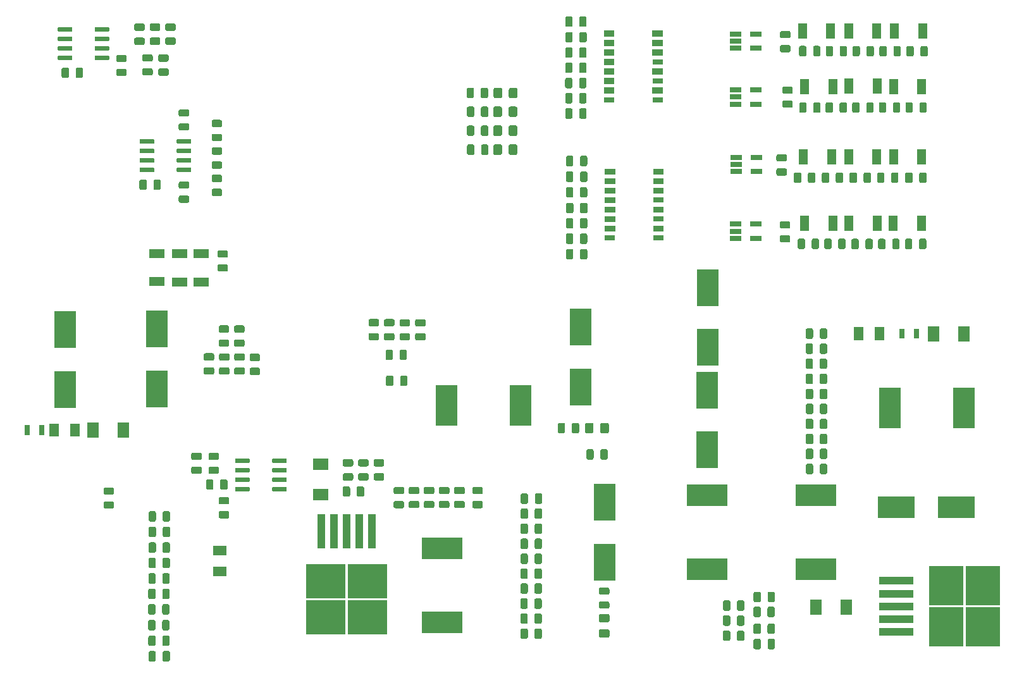
<source format=gbr>
G04 #@! TF.GenerationSoftware,KiCad,Pcbnew,(5.1.5)-3*
G04 #@! TF.CreationDate,2020-09-18T03:23:34-03:00*
G04 #@! TF.ProjectId,Main ECU,4d61696e-2045-4435-952e-6b696361645f,rev?*
G04 #@! TF.SameCoordinates,Original*
G04 #@! TF.FileFunction,Paste,Top*
G04 #@! TF.FilePolarity,Positive*
%FSLAX46Y46*%
G04 Gerber Fmt 4.6, Leading zero omitted, Abs format (unit mm)*
G04 Created by KiCad (PCBNEW (5.1.5)-3) date 2020-09-18 03:23:34*
%MOMM*%
%LPD*%
G04 APERTURE LIST*
%ADD10C,0.100000*%
%ADD11R,3.000000X5.000000*%
%ADD12R,1.560000X0.650000*%
%ADD13R,1.400000X0.800000*%
%ADD14R,5.250000X4.550000*%
%ADD15R,1.100000X4.600000*%
%ADD16R,4.550000X5.250000*%
%ADD17R,4.600000X1.100000*%
%ADD18R,2.900000X5.400000*%
%ADD19R,5.400000X2.900000*%
%ADD20R,1.250000X2.000000*%
%ADD21R,2.000000X1.600000*%
%ADD22R,1.600000X2.000000*%
%ADD23R,2.000000X1.250000*%
%ADD24R,5.000000X3.000000*%
G04 APERTURE END LIST*
D10*
G36*
X224401400Y-105653380D02*
G01*
X224401400Y-104353380D01*
X225101400Y-104353380D01*
X225101400Y-105653380D01*
X224401400Y-105653380D01*
G37*
G36*
X222496400Y-105653380D02*
G01*
X222496400Y-104353380D01*
X223196400Y-104353380D01*
X223196400Y-105653380D01*
X222496400Y-105653380D01*
G37*
G36*
X107308280Y-118576780D02*
G01*
X107308280Y-117276780D01*
X108008280Y-117276780D01*
X108008280Y-118576780D01*
X107308280Y-118576780D01*
G37*
G36*
X105403280Y-118576780D02*
G01*
X105403280Y-117276780D01*
X106103280Y-117276780D01*
X106103280Y-118576780D01*
X105403280Y-118576780D01*
G37*
G36*
X130628620Y-136249140D02*
G01*
X132378620Y-136249140D01*
X132378620Y-137499140D01*
X130628620Y-137499140D01*
X130628620Y-136249140D01*
G37*
G36*
X130628620Y-133449140D02*
G01*
X132378620Y-133449140D01*
X132378620Y-134699140D01*
X130628620Y-134699140D01*
X130628620Y-133449140D01*
G37*
G36*
X217674660Y-104138540D02*
G01*
X217674660Y-105888540D01*
X216424660Y-105888540D01*
X216424660Y-104138540D01*
X217674660Y-104138540D01*
G37*
G36*
X220474660Y-104138540D02*
G01*
X220474660Y-105888540D01*
X219224660Y-105888540D01*
X219224660Y-104138540D01*
X220474660Y-104138540D01*
G37*
G36*
X111090142Y-69405174D02*
G01*
X111113803Y-69408684D01*
X111137007Y-69414496D01*
X111159529Y-69422554D01*
X111181153Y-69432782D01*
X111201670Y-69445079D01*
X111220883Y-69459329D01*
X111238607Y-69475393D01*
X111254671Y-69493117D01*
X111268921Y-69512330D01*
X111281218Y-69532847D01*
X111291446Y-69554471D01*
X111299504Y-69576993D01*
X111305316Y-69600197D01*
X111308826Y-69623858D01*
X111310000Y-69647750D01*
X111310000Y-70560250D01*
X111308826Y-70584142D01*
X111305316Y-70607803D01*
X111299504Y-70631007D01*
X111291446Y-70653529D01*
X111281218Y-70675153D01*
X111268921Y-70695670D01*
X111254671Y-70714883D01*
X111238607Y-70732607D01*
X111220883Y-70748671D01*
X111201670Y-70762921D01*
X111181153Y-70775218D01*
X111159529Y-70785446D01*
X111137007Y-70793504D01*
X111113803Y-70799316D01*
X111090142Y-70802826D01*
X111066250Y-70804000D01*
X110578750Y-70804000D01*
X110554858Y-70802826D01*
X110531197Y-70799316D01*
X110507993Y-70793504D01*
X110485471Y-70785446D01*
X110463847Y-70775218D01*
X110443330Y-70762921D01*
X110424117Y-70748671D01*
X110406393Y-70732607D01*
X110390329Y-70714883D01*
X110376079Y-70695670D01*
X110363782Y-70675153D01*
X110353554Y-70653529D01*
X110345496Y-70631007D01*
X110339684Y-70607803D01*
X110336174Y-70584142D01*
X110335000Y-70560250D01*
X110335000Y-69647750D01*
X110336174Y-69623858D01*
X110339684Y-69600197D01*
X110345496Y-69576993D01*
X110353554Y-69554471D01*
X110363782Y-69532847D01*
X110376079Y-69512330D01*
X110390329Y-69493117D01*
X110406393Y-69475393D01*
X110424117Y-69459329D01*
X110443330Y-69445079D01*
X110463847Y-69432782D01*
X110485471Y-69422554D01*
X110507993Y-69414496D01*
X110531197Y-69408684D01*
X110554858Y-69405174D01*
X110578750Y-69404000D01*
X111066250Y-69404000D01*
X111090142Y-69405174D01*
G37*
G36*
X112965142Y-69405174D02*
G01*
X112988803Y-69408684D01*
X113012007Y-69414496D01*
X113034529Y-69422554D01*
X113056153Y-69432782D01*
X113076670Y-69445079D01*
X113095883Y-69459329D01*
X113113607Y-69475393D01*
X113129671Y-69493117D01*
X113143921Y-69512330D01*
X113156218Y-69532847D01*
X113166446Y-69554471D01*
X113174504Y-69576993D01*
X113180316Y-69600197D01*
X113183826Y-69623858D01*
X113185000Y-69647750D01*
X113185000Y-70560250D01*
X113183826Y-70584142D01*
X113180316Y-70607803D01*
X113174504Y-70631007D01*
X113166446Y-70653529D01*
X113156218Y-70675153D01*
X113143921Y-70695670D01*
X113129671Y-70714883D01*
X113113607Y-70732607D01*
X113095883Y-70748671D01*
X113076670Y-70762921D01*
X113056153Y-70775218D01*
X113034529Y-70785446D01*
X113012007Y-70793504D01*
X112988803Y-70799316D01*
X112965142Y-70802826D01*
X112941250Y-70804000D01*
X112453750Y-70804000D01*
X112429858Y-70802826D01*
X112406197Y-70799316D01*
X112382993Y-70793504D01*
X112360471Y-70785446D01*
X112338847Y-70775218D01*
X112318330Y-70762921D01*
X112299117Y-70748671D01*
X112281393Y-70732607D01*
X112265329Y-70714883D01*
X112251079Y-70695670D01*
X112238782Y-70675153D01*
X112228554Y-70653529D01*
X112220496Y-70631007D01*
X112214684Y-70607803D01*
X112211174Y-70584142D01*
X112210000Y-70560250D01*
X112210000Y-69647750D01*
X112211174Y-69623858D01*
X112214684Y-69600197D01*
X112220496Y-69576993D01*
X112228554Y-69554471D01*
X112238782Y-69532847D01*
X112251079Y-69512330D01*
X112265329Y-69493117D01*
X112281393Y-69475393D01*
X112299117Y-69459329D01*
X112318330Y-69445079D01*
X112338847Y-69432782D01*
X112360471Y-69422554D01*
X112382993Y-69414496D01*
X112406197Y-69408684D01*
X112429858Y-69405174D01*
X112453750Y-69404000D01*
X112941250Y-69404000D01*
X112965142Y-69405174D01*
G37*
G36*
X123379142Y-84391174D02*
G01*
X123402803Y-84394684D01*
X123426007Y-84400496D01*
X123448529Y-84408554D01*
X123470153Y-84418782D01*
X123490670Y-84431079D01*
X123509883Y-84445329D01*
X123527607Y-84461393D01*
X123543671Y-84479117D01*
X123557921Y-84498330D01*
X123570218Y-84518847D01*
X123580446Y-84540471D01*
X123588504Y-84562993D01*
X123594316Y-84586197D01*
X123597826Y-84609858D01*
X123599000Y-84633750D01*
X123599000Y-85546250D01*
X123597826Y-85570142D01*
X123594316Y-85593803D01*
X123588504Y-85617007D01*
X123580446Y-85639529D01*
X123570218Y-85661153D01*
X123557921Y-85681670D01*
X123543671Y-85700883D01*
X123527607Y-85718607D01*
X123509883Y-85734671D01*
X123490670Y-85748921D01*
X123470153Y-85761218D01*
X123448529Y-85771446D01*
X123426007Y-85779504D01*
X123402803Y-85785316D01*
X123379142Y-85788826D01*
X123355250Y-85790000D01*
X122867750Y-85790000D01*
X122843858Y-85788826D01*
X122820197Y-85785316D01*
X122796993Y-85779504D01*
X122774471Y-85771446D01*
X122752847Y-85761218D01*
X122732330Y-85748921D01*
X122713117Y-85734671D01*
X122695393Y-85718607D01*
X122679329Y-85700883D01*
X122665079Y-85681670D01*
X122652782Y-85661153D01*
X122642554Y-85639529D01*
X122634496Y-85617007D01*
X122628684Y-85593803D01*
X122625174Y-85570142D01*
X122624000Y-85546250D01*
X122624000Y-84633750D01*
X122625174Y-84609858D01*
X122628684Y-84586197D01*
X122634496Y-84562993D01*
X122642554Y-84540471D01*
X122652782Y-84518847D01*
X122665079Y-84498330D01*
X122679329Y-84479117D01*
X122695393Y-84461393D01*
X122713117Y-84445329D01*
X122732330Y-84431079D01*
X122752847Y-84418782D01*
X122774471Y-84408554D01*
X122796993Y-84400496D01*
X122820197Y-84394684D01*
X122843858Y-84391174D01*
X122867750Y-84390000D01*
X123355250Y-84390000D01*
X123379142Y-84391174D01*
G37*
G36*
X121504142Y-84391174D02*
G01*
X121527803Y-84394684D01*
X121551007Y-84400496D01*
X121573529Y-84408554D01*
X121595153Y-84418782D01*
X121615670Y-84431079D01*
X121634883Y-84445329D01*
X121652607Y-84461393D01*
X121668671Y-84479117D01*
X121682921Y-84498330D01*
X121695218Y-84518847D01*
X121705446Y-84540471D01*
X121713504Y-84562993D01*
X121719316Y-84586197D01*
X121722826Y-84609858D01*
X121724000Y-84633750D01*
X121724000Y-85546250D01*
X121722826Y-85570142D01*
X121719316Y-85593803D01*
X121713504Y-85617007D01*
X121705446Y-85639529D01*
X121695218Y-85661153D01*
X121682921Y-85681670D01*
X121668671Y-85700883D01*
X121652607Y-85718607D01*
X121634883Y-85734671D01*
X121615670Y-85748921D01*
X121595153Y-85761218D01*
X121573529Y-85771446D01*
X121551007Y-85779504D01*
X121527803Y-85785316D01*
X121504142Y-85788826D01*
X121480250Y-85790000D01*
X120992750Y-85790000D01*
X120968858Y-85788826D01*
X120945197Y-85785316D01*
X120921993Y-85779504D01*
X120899471Y-85771446D01*
X120877847Y-85761218D01*
X120857330Y-85748921D01*
X120838117Y-85734671D01*
X120820393Y-85718607D01*
X120804329Y-85700883D01*
X120790079Y-85681670D01*
X120777782Y-85661153D01*
X120767554Y-85639529D01*
X120759496Y-85617007D01*
X120753684Y-85593803D01*
X120750174Y-85570142D01*
X120749000Y-85546250D01*
X120749000Y-84633750D01*
X120750174Y-84609858D01*
X120753684Y-84586197D01*
X120759496Y-84562993D01*
X120767554Y-84540471D01*
X120777782Y-84518847D01*
X120790079Y-84498330D01*
X120804329Y-84479117D01*
X120820393Y-84461393D01*
X120838117Y-84445329D01*
X120857330Y-84431079D01*
X120877847Y-84418782D01*
X120899471Y-84408554D01*
X120921993Y-84400496D01*
X120945197Y-84394684D01*
X120968858Y-84391174D01*
X120992750Y-84390000D01*
X121480250Y-84390000D01*
X121504142Y-84391174D01*
G37*
G36*
X140336083Y-121737342D02*
G01*
X140350644Y-121739502D01*
X140364923Y-121743079D01*
X140378783Y-121748038D01*
X140392090Y-121754332D01*
X140404716Y-121761900D01*
X140416539Y-121770668D01*
X140427446Y-121780554D01*
X140437332Y-121791461D01*
X140446100Y-121803284D01*
X140453668Y-121815910D01*
X140459962Y-121829217D01*
X140464921Y-121843077D01*
X140468498Y-121857356D01*
X140470658Y-121871917D01*
X140471380Y-121886620D01*
X140471380Y-122186620D01*
X140470658Y-122201323D01*
X140468498Y-122215884D01*
X140464921Y-122230163D01*
X140459962Y-122244023D01*
X140453668Y-122257330D01*
X140446100Y-122269956D01*
X140437332Y-122281779D01*
X140427446Y-122292686D01*
X140416539Y-122302572D01*
X140404716Y-122311340D01*
X140392090Y-122318908D01*
X140378783Y-122325202D01*
X140364923Y-122330161D01*
X140350644Y-122333738D01*
X140336083Y-122335898D01*
X140321380Y-122336620D01*
X138671380Y-122336620D01*
X138656677Y-122335898D01*
X138642116Y-122333738D01*
X138627837Y-122330161D01*
X138613977Y-122325202D01*
X138600670Y-122318908D01*
X138588044Y-122311340D01*
X138576221Y-122302572D01*
X138565314Y-122292686D01*
X138555428Y-122281779D01*
X138546660Y-122269956D01*
X138539092Y-122257330D01*
X138532798Y-122244023D01*
X138527839Y-122230163D01*
X138524262Y-122215884D01*
X138522102Y-122201323D01*
X138521380Y-122186620D01*
X138521380Y-121886620D01*
X138522102Y-121871917D01*
X138524262Y-121857356D01*
X138527839Y-121843077D01*
X138532798Y-121829217D01*
X138539092Y-121815910D01*
X138546660Y-121803284D01*
X138555428Y-121791461D01*
X138565314Y-121780554D01*
X138576221Y-121770668D01*
X138588044Y-121761900D01*
X138600670Y-121754332D01*
X138613977Y-121748038D01*
X138627837Y-121743079D01*
X138642116Y-121739502D01*
X138656677Y-121737342D01*
X138671380Y-121736620D01*
X140321380Y-121736620D01*
X140336083Y-121737342D01*
G37*
G36*
X140336083Y-123007342D02*
G01*
X140350644Y-123009502D01*
X140364923Y-123013079D01*
X140378783Y-123018038D01*
X140392090Y-123024332D01*
X140404716Y-123031900D01*
X140416539Y-123040668D01*
X140427446Y-123050554D01*
X140437332Y-123061461D01*
X140446100Y-123073284D01*
X140453668Y-123085910D01*
X140459962Y-123099217D01*
X140464921Y-123113077D01*
X140468498Y-123127356D01*
X140470658Y-123141917D01*
X140471380Y-123156620D01*
X140471380Y-123456620D01*
X140470658Y-123471323D01*
X140468498Y-123485884D01*
X140464921Y-123500163D01*
X140459962Y-123514023D01*
X140453668Y-123527330D01*
X140446100Y-123539956D01*
X140437332Y-123551779D01*
X140427446Y-123562686D01*
X140416539Y-123572572D01*
X140404716Y-123581340D01*
X140392090Y-123588908D01*
X140378783Y-123595202D01*
X140364923Y-123600161D01*
X140350644Y-123603738D01*
X140336083Y-123605898D01*
X140321380Y-123606620D01*
X138671380Y-123606620D01*
X138656677Y-123605898D01*
X138642116Y-123603738D01*
X138627837Y-123600161D01*
X138613977Y-123595202D01*
X138600670Y-123588908D01*
X138588044Y-123581340D01*
X138576221Y-123572572D01*
X138565314Y-123562686D01*
X138555428Y-123551779D01*
X138546660Y-123539956D01*
X138539092Y-123527330D01*
X138532798Y-123514023D01*
X138527839Y-123500163D01*
X138524262Y-123485884D01*
X138522102Y-123471323D01*
X138521380Y-123456620D01*
X138521380Y-123156620D01*
X138522102Y-123141917D01*
X138524262Y-123127356D01*
X138527839Y-123113077D01*
X138532798Y-123099217D01*
X138539092Y-123085910D01*
X138546660Y-123073284D01*
X138555428Y-123061461D01*
X138565314Y-123050554D01*
X138576221Y-123040668D01*
X138588044Y-123031900D01*
X138600670Y-123024332D01*
X138613977Y-123018038D01*
X138627837Y-123013079D01*
X138642116Y-123009502D01*
X138656677Y-123007342D01*
X138671380Y-123006620D01*
X140321380Y-123006620D01*
X140336083Y-123007342D01*
G37*
G36*
X140336083Y-124277342D02*
G01*
X140350644Y-124279502D01*
X140364923Y-124283079D01*
X140378783Y-124288038D01*
X140392090Y-124294332D01*
X140404716Y-124301900D01*
X140416539Y-124310668D01*
X140427446Y-124320554D01*
X140437332Y-124331461D01*
X140446100Y-124343284D01*
X140453668Y-124355910D01*
X140459962Y-124369217D01*
X140464921Y-124383077D01*
X140468498Y-124397356D01*
X140470658Y-124411917D01*
X140471380Y-124426620D01*
X140471380Y-124726620D01*
X140470658Y-124741323D01*
X140468498Y-124755884D01*
X140464921Y-124770163D01*
X140459962Y-124784023D01*
X140453668Y-124797330D01*
X140446100Y-124809956D01*
X140437332Y-124821779D01*
X140427446Y-124832686D01*
X140416539Y-124842572D01*
X140404716Y-124851340D01*
X140392090Y-124858908D01*
X140378783Y-124865202D01*
X140364923Y-124870161D01*
X140350644Y-124873738D01*
X140336083Y-124875898D01*
X140321380Y-124876620D01*
X138671380Y-124876620D01*
X138656677Y-124875898D01*
X138642116Y-124873738D01*
X138627837Y-124870161D01*
X138613977Y-124865202D01*
X138600670Y-124858908D01*
X138588044Y-124851340D01*
X138576221Y-124842572D01*
X138565314Y-124832686D01*
X138555428Y-124821779D01*
X138546660Y-124809956D01*
X138539092Y-124797330D01*
X138532798Y-124784023D01*
X138527839Y-124770163D01*
X138524262Y-124755884D01*
X138522102Y-124741323D01*
X138521380Y-124726620D01*
X138521380Y-124426620D01*
X138522102Y-124411917D01*
X138524262Y-124397356D01*
X138527839Y-124383077D01*
X138532798Y-124369217D01*
X138539092Y-124355910D01*
X138546660Y-124343284D01*
X138555428Y-124331461D01*
X138565314Y-124320554D01*
X138576221Y-124310668D01*
X138588044Y-124301900D01*
X138600670Y-124294332D01*
X138613977Y-124288038D01*
X138627837Y-124283079D01*
X138642116Y-124279502D01*
X138656677Y-124277342D01*
X138671380Y-124276620D01*
X140321380Y-124276620D01*
X140336083Y-124277342D01*
G37*
G36*
X140336083Y-125547342D02*
G01*
X140350644Y-125549502D01*
X140364923Y-125553079D01*
X140378783Y-125558038D01*
X140392090Y-125564332D01*
X140404716Y-125571900D01*
X140416539Y-125580668D01*
X140427446Y-125590554D01*
X140437332Y-125601461D01*
X140446100Y-125613284D01*
X140453668Y-125625910D01*
X140459962Y-125639217D01*
X140464921Y-125653077D01*
X140468498Y-125667356D01*
X140470658Y-125681917D01*
X140471380Y-125696620D01*
X140471380Y-125996620D01*
X140470658Y-126011323D01*
X140468498Y-126025884D01*
X140464921Y-126040163D01*
X140459962Y-126054023D01*
X140453668Y-126067330D01*
X140446100Y-126079956D01*
X140437332Y-126091779D01*
X140427446Y-126102686D01*
X140416539Y-126112572D01*
X140404716Y-126121340D01*
X140392090Y-126128908D01*
X140378783Y-126135202D01*
X140364923Y-126140161D01*
X140350644Y-126143738D01*
X140336083Y-126145898D01*
X140321380Y-126146620D01*
X138671380Y-126146620D01*
X138656677Y-126145898D01*
X138642116Y-126143738D01*
X138627837Y-126140161D01*
X138613977Y-126135202D01*
X138600670Y-126128908D01*
X138588044Y-126121340D01*
X138576221Y-126112572D01*
X138565314Y-126102686D01*
X138555428Y-126091779D01*
X138546660Y-126079956D01*
X138539092Y-126067330D01*
X138532798Y-126054023D01*
X138527839Y-126040163D01*
X138524262Y-126025884D01*
X138522102Y-126011323D01*
X138521380Y-125996620D01*
X138521380Y-125696620D01*
X138522102Y-125681917D01*
X138524262Y-125667356D01*
X138527839Y-125653077D01*
X138532798Y-125639217D01*
X138539092Y-125625910D01*
X138546660Y-125613284D01*
X138555428Y-125601461D01*
X138565314Y-125590554D01*
X138576221Y-125580668D01*
X138588044Y-125571900D01*
X138600670Y-125564332D01*
X138613977Y-125558038D01*
X138627837Y-125553079D01*
X138642116Y-125549502D01*
X138656677Y-125547342D01*
X138671380Y-125546620D01*
X140321380Y-125546620D01*
X140336083Y-125547342D01*
G37*
G36*
X135386083Y-125547342D02*
G01*
X135400644Y-125549502D01*
X135414923Y-125553079D01*
X135428783Y-125558038D01*
X135442090Y-125564332D01*
X135454716Y-125571900D01*
X135466539Y-125580668D01*
X135477446Y-125590554D01*
X135487332Y-125601461D01*
X135496100Y-125613284D01*
X135503668Y-125625910D01*
X135509962Y-125639217D01*
X135514921Y-125653077D01*
X135518498Y-125667356D01*
X135520658Y-125681917D01*
X135521380Y-125696620D01*
X135521380Y-125996620D01*
X135520658Y-126011323D01*
X135518498Y-126025884D01*
X135514921Y-126040163D01*
X135509962Y-126054023D01*
X135503668Y-126067330D01*
X135496100Y-126079956D01*
X135487332Y-126091779D01*
X135477446Y-126102686D01*
X135466539Y-126112572D01*
X135454716Y-126121340D01*
X135442090Y-126128908D01*
X135428783Y-126135202D01*
X135414923Y-126140161D01*
X135400644Y-126143738D01*
X135386083Y-126145898D01*
X135371380Y-126146620D01*
X133721380Y-126146620D01*
X133706677Y-126145898D01*
X133692116Y-126143738D01*
X133677837Y-126140161D01*
X133663977Y-126135202D01*
X133650670Y-126128908D01*
X133638044Y-126121340D01*
X133626221Y-126112572D01*
X133615314Y-126102686D01*
X133605428Y-126091779D01*
X133596660Y-126079956D01*
X133589092Y-126067330D01*
X133582798Y-126054023D01*
X133577839Y-126040163D01*
X133574262Y-126025884D01*
X133572102Y-126011323D01*
X133571380Y-125996620D01*
X133571380Y-125696620D01*
X133572102Y-125681917D01*
X133574262Y-125667356D01*
X133577839Y-125653077D01*
X133582798Y-125639217D01*
X133589092Y-125625910D01*
X133596660Y-125613284D01*
X133605428Y-125601461D01*
X133615314Y-125590554D01*
X133626221Y-125580668D01*
X133638044Y-125571900D01*
X133650670Y-125564332D01*
X133663977Y-125558038D01*
X133677837Y-125553079D01*
X133692116Y-125549502D01*
X133706677Y-125547342D01*
X133721380Y-125546620D01*
X135371380Y-125546620D01*
X135386083Y-125547342D01*
G37*
G36*
X135386083Y-124277342D02*
G01*
X135400644Y-124279502D01*
X135414923Y-124283079D01*
X135428783Y-124288038D01*
X135442090Y-124294332D01*
X135454716Y-124301900D01*
X135466539Y-124310668D01*
X135477446Y-124320554D01*
X135487332Y-124331461D01*
X135496100Y-124343284D01*
X135503668Y-124355910D01*
X135509962Y-124369217D01*
X135514921Y-124383077D01*
X135518498Y-124397356D01*
X135520658Y-124411917D01*
X135521380Y-124426620D01*
X135521380Y-124726620D01*
X135520658Y-124741323D01*
X135518498Y-124755884D01*
X135514921Y-124770163D01*
X135509962Y-124784023D01*
X135503668Y-124797330D01*
X135496100Y-124809956D01*
X135487332Y-124821779D01*
X135477446Y-124832686D01*
X135466539Y-124842572D01*
X135454716Y-124851340D01*
X135442090Y-124858908D01*
X135428783Y-124865202D01*
X135414923Y-124870161D01*
X135400644Y-124873738D01*
X135386083Y-124875898D01*
X135371380Y-124876620D01*
X133721380Y-124876620D01*
X133706677Y-124875898D01*
X133692116Y-124873738D01*
X133677837Y-124870161D01*
X133663977Y-124865202D01*
X133650670Y-124858908D01*
X133638044Y-124851340D01*
X133626221Y-124842572D01*
X133615314Y-124832686D01*
X133605428Y-124821779D01*
X133596660Y-124809956D01*
X133589092Y-124797330D01*
X133582798Y-124784023D01*
X133577839Y-124770163D01*
X133574262Y-124755884D01*
X133572102Y-124741323D01*
X133571380Y-124726620D01*
X133571380Y-124426620D01*
X133572102Y-124411917D01*
X133574262Y-124397356D01*
X133577839Y-124383077D01*
X133582798Y-124369217D01*
X133589092Y-124355910D01*
X133596660Y-124343284D01*
X133605428Y-124331461D01*
X133615314Y-124320554D01*
X133626221Y-124310668D01*
X133638044Y-124301900D01*
X133650670Y-124294332D01*
X133663977Y-124288038D01*
X133677837Y-124283079D01*
X133692116Y-124279502D01*
X133706677Y-124277342D01*
X133721380Y-124276620D01*
X135371380Y-124276620D01*
X135386083Y-124277342D01*
G37*
G36*
X135386083Y-123007342D02*
G01*
X135400644Y-123009502D01*
X135414923Y-123013079D01*
X135428783Y-123018038D01*
X135442090Y-123024332D01*
X135454716Y-123031900D01*
X135466539Y-123040668D01*
X135477446Y-123050554D01*
X135487332Y-123061461D01*
X135496100Y-123073284D01*
X135503668Y-123085910D01*
X135509962Y-123099217D01*
X135514921Y-123113077D01*
X135518498Y-123127356D01*
X135520658Y-123141917D01*
X135521380Y-123156620D01*
X135521380Y-123456620D01*
X135520658Y-123471323D01*
X135518498Y-123485884D01*
X135514921Y-123500163D01*
X135509962Y-123514023D01*
X135503668Y-123527330D01*
X135496100Y-123539956D01*
X135487332Y-123551779D01*
X135477446Y-123562686D01*
X135466539Y-123572572D01*
X135454716Y-123581340D01*
X135442090Y-123588908D01*
X135428783Y-123595202D01*
X135414923Y-123600161D01*
X135400644Y-123603738D01*
X135386083Y-123605898D01*
X135371380Y-123606620D01*
X133721380Y-123606620D01*
X133706677Y-123605898D01*
X133692116Y-123603738D01*
X133677837Y-123600161D01*
X133663977Y-123595202D01*
X133650670Y-123588908D01*
X133638044Y-123581340D01*
X133626221Y-123572572D01*
X133615314Y-123562686D01*
X133605428Y-123551779D01*
X133596660Y-123539956D01*
X133589092Y-123527330D01*
X133582798Y-123514023D01*
X133577839Y-123500163D01*
X133574262Y-123485884D01*
X133572102Y-123471323D01*
X133571380Y-123456620D01*
X133571380Y-123156620D01*
X133572102Y-123141917D01*
X133574262Y-123127356D01*
X133577839Y-123113077D01*
X133582798Y-123099217D01*
X133589092Y-123085910D01*
X133596660Y-123073284D01*
X133605428Y-123061461D01*
X133615314Y-123050554D01*
X133626221Y-123040668D01*
X133638044Y-123031900D01*
X133650670Y-123024332D01*
X133663977Y-123018038D01*
X133677837Y-123013079D01*
X133692116Y-123009502D01*
X133706677Y-123007342D01*
X133721380Y-123006620D01*
X135371380Y-123006620D01*
X135386083Y-123007342D01*
G37*
G36*
X135386083Y-121737342D02*
G01*
X135400644Y-121739502D01*
X135414923Y-121743079D01*
X135428783Y-121748038D01*
X135442090Y-121754332D01*
X135454716Y-121761900D01*
X135466539Y-121770668D01*
X135477446Y-121780554D01*
X135487332Y-121791461D01*
X135496100Y-121803284D01*
X135503668Y-121815910D01*
X135509962Y-121829217D01*
X135514921Y-121843077D01*
X135518498Y-121857356D01*
X135520658Y-121871917D01*
X135521380Y-121886620D01*
X135521380Y-122186620D01*
X135520658Y-122201323D01*
X135518498Y-122215884D01*
X135514921Y-122230163D01*
X135509962Y-122244023D01*
X135503668Y-122257330D01*
X135496100Y-122269956D01*
X135487332Y-122281779D01*
X135477446Y-122292686D01*
X135466539Y-122302572D01*
X135454716Y-122311340D01*
X135442090Y-122318908D01*
X135428783Y-122325202D01*
X135414923Y-122330161D01*
X135400644Y-122333738D01*
X135386083Y-122335898D01*
X135371380Y-122336620D01*
X133721380Y-122336620D01*
X133706677Y-122335898D01*
X133692116Y-122333738D01*
X133677837Y-122330161D01*
X133663977Y-122325202D01*
X133650670Y-122318908D01*
X133638044Y-122311340D01*
X133626221Y-122302572D01*
X133615314Y-122292686D01*
X133605428Y-122281779D01*
X133596660Y-122269956D01*
X133589092Y-122257330D01*
X133582798Y-122244023D01*
X133577839Y-122230163D01*
X133574262Y-122215884D01*
X133572102Y-122201323D01*
X133571380Y-122186620D01*
X133571380Y-121886620D01*
X133572102Y-121871917D01*
X133574262Y-121857356D01*
X133577839Y-121843077D01*
X133582798Y-121829217D01*
X133589092Y-121815910D01*
X133596660Y-121803284D01*
X133605428Y-121791461D01*
X133615314Y-121780554D01*
X133626221Y-121770668D01*
X133638044Y-121761900D01*
X133650670Y-121754332D01*
X133663977Y-121748038D01*
X133677837Y-121743079D01*
X133692116Y-121739502D01*
X133706677Y-121737342D01*
X133721380Y-121736620D01*
X135371380Y-121736620D01*
X135386083Y-121737342D01*
G37*
G36*
X111636523Y-67803002D02*
G01*
X111651084Y-67805162D01*
X111665363Y-67808739D01*
X111679223Y-67813698D01*
X111692530Y-67819992D01*
X111705156Y-67827560D01*
X111716979Y-67836328D01*
X111727886Y-67846214D01*
X111737772Y-67857121D01*
X111746540Y-67868944D01*
X111754108Y-67881570D01*
X111760402Y-67894877D01*
X111765361Y-67908737D01*
X111768938Y-67923016D01*
X111771098Y-67937577D01*
X111771820Y-67952280D01*
X111771820Y-68252280D01*
X111771098Y-68266983D01*
X111768938Y-68281544D01*
X111765361Y-68295823D01*
X111760402Y-68309683D01*
X111754108Y-68322990D01*
X111746540Y-68335616D01*
X111737772Y-68347439D01*
X111727886Y-68358346D01*
X111716979Y-68368232D01*
X111705156Y-68377000D01*
X111692530Y-68384568D01*
X111679223Y-68390862D01*
X111665363Y-68395821D01*
X111651084Y-68399398D01*
X111636523Y-68401558D01*
X111621820Y-68402280D01*
X109971820Y-68402280D01*
X109957117Y-68401558D01*
X109942556Y-68399398D01*
X109928277Y-68395821D01*
X109914417Y-68390862D01*
X109901110Y-68384568D01*
X109888484Y-68377000D01*
X109876661Y-68368232D01*
X109865754Y-68358346D01*
X109855868Y-68347439D01*
X109847100Y-68335616D01*
X109839532Y-68322990D01*
X109833238Y-68309683D01*
X109828279Y-68295823D01*
X109824702Y-68281544D01*
X109822542Y-68266983D01*
X109821820Y-68252280D01*
X109821820Y-67952280D01*
X109822542Y-67937577D01*
X109824702Y-67923016D01*
X109828279Y-67908737D01*
X109833238Y-67894877D01*
X109839532Y-67881570D01*
X109847100Y-67868944D01*
X109855868Y-67857121D01*
X109865754Y-67846214D01*
X109876661Y-67836328D01*
X109888484Y-67827560D01*
X109901110Y-67819992D01*
X109914417Y-67813698D01*
X109928277Y-67808739D01*
X109942556Y-67805162D01*
X109957117Y-67803002D01*
X109971820Y-67802280D01*
X111621820Y-67802280D01*
X111636523Y-67803002D01*
G37*
G36*
X111636523Y-66533002D02*
G01*
X111651084Y-66535162D01*
X111665363Y-66538739D01*
X111679223Y-66543698D01*
X111692530Y-66549992D01*
X111705156Y-66557560D01*
X111716979Y-66566328D01*
X111727886Y-66576214D01*
X111737772Y-66587121D01*
X111746540Y-66598944D01*
X111754108Y-66611570D01*
X111760402Y-66624877D01*
X111765361Y-66638737D01*
X111768938Y-66653016D01*
X111771098Y-66667577D01*
X111771820Y-66682280D01*
X111771820Y-66982280D01*
X111771098Y-66996983D01*
X111768938Y-67011544D01*
X111765361Y-67025823D01*
X111760402Y-67039683D01*
X111754108Y-67052990D01*
X111746540Y-67065616D01*
X111737772Y-67077439D01*
X111727886Y-67088346D01*
X111716979Y-67098232D01*
X111705156Y-67107000D01*
X111692530Y-67114568D01*
X111679223Y-67120862D01*
X111665363Y-67125821D01*
X111651084Y-67129398D01*
X111636523Y-67131558D01*
X111621820Y-67132280D01*
X109971820Y-67132280D01*
X109957117Y-67131558D01*
X109942556Y-67129398D01*
X109928277Y-67125821D01*
X109914417Y-67120862D01*
X109901110Y-67114568D01*
X109888484Y-67107000D01*
X109876661Y-67098232D01*
X109865754Y-67088346D01*
X109855868Y-67077439D01*
X109847100Y-67065616D01*
X109839532Y-67052990D01*
X109833238Y-67039683D01*
X109828279Y-67025823D01*
X109824702Y-67011544D01*
X109822542Y-66996983D01*
X109821820Y-66982280D01*
X109821820Y-66682280D01*
X109822542Y-66667577D01*
X109824702Y-66653016D01*
X109828279Y-66638737D01*
X109833238Y-66624877D01*
X109839532Y-66611570D01*
X109847100Y-66598944D01*
X109855868Y-66587121D01*
X109865754Y-66576214D01*
X109876661Y-66566328D01*
X109888484Y-66557560D01*
X109901110Y-66549992D01*
X109914417Y-66543698D01*
X109928277Y-66538739D01*
X109942556Y-66535162D01*
X109957117Y-66533002D01*
X109971820Y-66532280D01*
X111621820Y-66532280D01*
X111636523Y-66533002D01*
G37*
G36*
X111636523Y-65263002D02*
G01*
X111651084Y-65265162D01*
X111665363Y-65268739D01*
X111679223Y-65273698D01*
X111692530Y-65279992D01*
X111705156Y-65287560D01*
X111716979Y-65296328D01*
X111727886Y-65306214D01*
X111737772Y-65317121D01*
X111746540Y-65328944D01*
X111754108Y-65341570D01*
X111760402Y-65354877D01*
X111765361Y-65368737D01*
X111768938Y-65383016D01*
X111771098Y-65397577D01*
X111771820Y-65412280D01*
X111771820Y-65712280D01*
X111771098Y-65726983D01*
X111768938Y-65741544D01*
X111765361Y-65755823D01*
X111760402Y-65769683D01*
X111754108Y-65782990D01*
X111746540Y-65795616D01*
X111737772Y-65807439D01*
X111727886Y-65818346D01*
X111716979Y-65828232D01*
X111705156Y-65837000D01*
X111692530Y-65844568D01*
X111679223Y-65850862D01*
X111665363Y-65855821D01*
X111651084Y-65859398D01*
X111636523Y-65861558D01*
X111621820Y-65862280D01*
X109971820Y-65862280D01*
X109957117Y-65861558D01*
X109942556Y-65859398D01*
X109928277Y-65855821D01*
X109914417Y-65850862D01*
X109901110Y-65844568D01*
X109888484Y-65837000D01*
X109876661Y-65828232D01*
X109865754Y-65818346D01*
X109855868Y-65807439D01*
X109847100Y-65795616D01*
X109839532Y-65782990D01*
X109833238Y-65769683D01*
X109828279Y-65755823D01*
X109824702Y-65741544D01*
X109822542Y-65726983D01*
X109821820Y-65712280D01*
X109821820Y-65412280D01*
X109822542Y-65397577D01*
X109824702Y-65383016D01*
X109828279Y-65368737D01*
X109833238Y-65354877D01*
X109839532Y-65341570D01*
X109847100Y-65328944D01*
X109855868Y-65317121D01*
X109865754Y-65306214D01*
X109876661Y-65296328D01*
X109888484Y-65287560D01*
X109901110Y-65279992D01*
X109914417Y-65273698D01*
X109928277Y-65268739D01*
X109942556Y-65265162D01*
X109957117Y-65263002D01*
X109971820Y-65262280D01*
X111621820Y-65262280D01*
X111636523Y-65263002D01*
G37*
G36*
X111636523Y-63993002D02*
G01*
X111651084Y-63995162D01*
X111665363Y-63998739D01*
X111679223Y-64003698D01*
X111692530Y-64009992D01*
X111705156Y-64017560D01*
X111716979Y-64026328D01*
X111727886Y-64036214D01*
X111737772Y-64047121D01*
X111746540Y-64058944D01*
X111754108Y-64071570D01*
X111760402Y-64084877D01*
X111765361Y-64098737D01*
X111768938Y-64113016D01*
X111771098Y-64127577D01*
X111771820Y-64142280D01*
X111771820Y-64442280D01*
X111771098Y-64456983D01*
X111768938Y-64471544D01*
X111765361Y-64485823D01*
X111760402Y-64499683D01*
X111754108Y-64512990D01*
X111746540Y-64525616D01*
X111737772Y-64537439D01*
X111727886Y-64548346D01*
X111716979Y-64558232D01*
X111705156Y-64567000D01*
X111692530Y-64574568D01*
X111679223Y-64580862D01*
X111665363Y-64585821D01*
X111651084Y-64589398D01*
X111636523Y-64591558D01*
X111621820Y-64592280D01*
X109971820Y-64592280D01*
X109957117Y-64591558D01*
X109942556Y-64589398D01*
X109928277Y-64585821D01*
X109914417Y-64580862D01*
X109901110Y-64574568D01*
X109888484Y-64567000D01*
X109876661Y-64558232D01*
X109865754Y-64548346D01*
X109855868Y-64537439D01*
X109847100Y-64525616D01*
X109839532Y-64512990D01*
X109833238Y-64499683D01*
X109828279Y-64485823D01*
X109824702Y-64471544D01*
X109822542Y-64456983D01*
X109821820Y-64442280D01*
X109821820Y-64142280D01*
X109822542Y-64127577D01*
X109824702Y-64113016D01*
X109828279Y-64098737D01*
X109833238Y-64084877D01*
X109839532Y-64071570D01*
X109847100Y-64058944D01*
X109855868Y-64047121D01*
X109865754Y-64036214D01*
X109876661Y-64026328D01*
X109888484Y-64017560D01*
X109901110Y-64009992D01*
X109914417Y-64003698D01*
X109928277Y-63998739D01*
X109942556Y-63995162D01*
X109957117Y-63993002D01*
X109971820Y-63992280D01*
X111621820Y-63992280D01*
X111636523Y-63993002D01*
G37*
G36*
X116586523Y-63993002D02*
G01*
X116601084Y-63995162D01*
X116615363Y-63998739D01*
X116629223Y-64003698D01*
X116642530Y-64009992D01*
X116655156Y-64017560D01*
X116666979Y-64026328D01*
X116677886Y-64036214D01*
X116687772Y-64047121D01*
X116696540Y-64058944D01*
X116704108Y-64071570D01*
X116710402Y-64084877D01*
X116715361Y-64098737D01*
X116718938Y-64113016D01*
X116721098Y-64127577D01*
X116721820Y-64142280D01*
X116721820Y-64442280D01*
X116721098Y-64456983D01*
X116718938Y-64471544D01*
X116715361Y-64485823D01*
X116710402Y-64499683D01*
X116704108Y-64512990D01*
X116696540Y-64525616D01*
X116687772Y-64537439D01*
X116677886Y-64548346D01*
X116666979Y-64558232D01*
X116655156Y-64567000D01*
X116642530Y-64574568D01*
X116629223Y-64580862D01*
X116615363Y-64585821D01*
X116601084Y-64589398D01*
X116586523Y-64591558D01*
X116571820Y-64592280D01*
X114921820Y-64592280D01*
X114907117Y-64591558D01*
X114892556Y-64589398D01*
X114878277Y-64585821D01*
X114864417Y-64580862D01*
X114851110Y-64574568D01*
X114838484Y-64567000D01*
X114826661Y-64558232D01*
X114815754Y-64548346D01*
X114805868Y-64537439D01*
X114797100Y-64525616D01*
X114789532Y-64512990D01*
X114783238Y-64499683D01*
X114778279Y-64485823D01*
X114774702Y-64471544D01*
X114772542Y-64456983D01*
X114771820Y-64442280D01*
X114771820Y-64142280D01*
X114772542Y-64127577D01*
X114774702Y-64113016D01*
X114778279Y-64098737D01*
X114783238Y-64084877D01*
X114789532Y-64071570D01*
X114797100Y-64058944D01*
X114805868Y-64047121D01*
X114815754Y-64036214D01*
X114826661Y-64026328D01*
X114838484Y-64017560D01*
X114851110Y-64009992D01*
X114864417Y-64003698D01*
X114878277Y-63998739D01*
X114892556Y-63995162D01*
X114907117Y-63993002D01*
X114921820Y-63992280D01*
X116571820Y-63992280D01*
X116586523Y-63993002D01*
G37*
G36*
X116586523Y-65263002D02*
G01*
X116601084Y-65265162D01*
X116615363Y-65268739D01*
X116629223Y-65273698D01*
X116642530Y-65279992D01*
X116655156Y-65287560D01*
X116666979Y-65296328D01*
X116677886Y-65306214D01*
X116687772Y-65317121D01*
X116696540Y-65328944D01*
X116704108Y-65341570D01*
X116710402Y-65354877D01*
X116715361Y-65368737D01*
X116718938Y-65383016D01*
X116721098Y-65397577D01*
X116721820Y-65412280D01*
X116721820Y-65712280D01*
X116721098Y-65726983D01*
X116718938Y-65741544D01*
X116715361Y-65755823D01*
X116710402Y-65769683D01*
X116704108Y-65782990D01*
X116696540Y-65795616D01*
X116687772Y-65807439D01*
X116677886Y-65818346D01*
X116666979Y-65828232D01*
X116655156Y-65837000D01*
X116642530Y-65844568D01*
X116629223Y-65850862D01*
X116615363Y-65855821D01*
X116601084Y-65859398D01*
X116586523Y-65861558D01*
X116571820Y-65862280D01*
X114921820Y-65862280D01*
X114907117Y-65861558D01*
X114892556Y-65859398D01*
X114878277Y-65855821D01*
X114864417Y-65850862D01*
X114851110Y-65844568D01*
X114838484Y-65837000D01*
X114826661Y-65828232D01*
X114815754Y-65818346D01*
X114805868Y-65807439D01*
X114797100Y-65795616D01*
X114789532Y-65782990D01*
X114783238Y-65769683D01*
X114778279Y-65755823D01*
X114774702Y-65741544D01*
X114772542Y-65726983D01*
X114771820Y-65712280D01*
X114771820Y-65412280D01*
X114772542Y-65397577D01*
X114774702Y-65383016D01*
X114778279Y-65368737D01*
X114783238Y-65354877D01*
X114789532Y-65341570D01*
X114797100Y-65328944D01*
X114805868Y-65317121D01*
X114815754Y-65306214D01*
X114826661Y-65296328D01*
X114838484Y-65287560D01*
X114851110Y-65279992D01*
X114864417Y-65273698D01*
X114878277Y-65268739D01*
X114892556Y-65265162D01*
X114907117Y-65263002D01*
X114921820Y-65262280D01*
X116571820Y-65262280D01*
X116586523Y-65263002D01*
G37*
G36*
X116586523Y-66533002D02*
G01*
X116601084Y-66535162D01*
X116615363Y-66538739D01*
X116629223Y-66543698D01*
X116642530Y-66549992D01*
X116655156Y-66557560D01*
X116666979Y-66566328D01*
X116677886Y-66576214D01*
X116687772Y-66587121D01*
X116696540Y-66598944D01*
X116704108Y-66611570D01*
X116710402Y-66624877D01*
X116715361Y-66638737D01*
X116718938Y-66653016D01*
X116721098Y-66667577D01*
X116721820Y-66682280D01*
X116721820Y-66982280D01*
X116721098Y-66996983D01*
X116718938Y-67011544D01*
X116715361Y-67025823D01*
X116710402Y-67039683D01*
X116704108Y-67052990D01*
X116696540Y-67065616D01*
X116687772Y-67077439D01*
X116677886Y-67088346D01*
X116666979Y-67098232D01*
X116655156Y-67107000D01*
X116642530Y-67114568D01*
X116629223Y-67120862D01*
X116615363Y-67125821D01*
X116601084Y-67129398D01*
X116586523Y-67131558D01*
X116571820Y-67132280D01*
X114921820Y-67132280D01*
X114907117Y-67131558D01*
X114892556Y-67129398D01*
X114878277Y-67125821D01*
X114864417Y-67120862D01*
X114851110Y-67114568D01*
X114838484Y-67107000D01*
X114826661Y-67098232D01*
X114815754Y-67088346D01*
X114805868Y-67077439D01*
X114797100Y-67065616D01*
X114789532Y-67052990D01*
X114783238Y-67039683D01*
X114778279Y-67025823D01*
X114774702Y-67011544D01*
X114772542Y-66996983D01*
X114771820Y-66982280D01*
X114771820Y-66682280D01*
X114772542Y-66667577D01*
X114774702Y-66653016D01*
X114778279Y-66638737D01*
X114783238Y-66624877D01*
X114789532Y-66611570D01*
X114797100Y-66598944D01*
X114805868Y-66587121D01*
X114815754Y-66576214D01*
X114826661Y-66566328D01*
X114838484Y-66557560D01*
X114851110Y-66549992D01*
X114864417Y-66543698D01*
X114878277Y-66538739D01*
X114892556Y-66535162D01*
X114907117Y-66533002D01*
X114921820Y-66532280D01*
X116571820Y-66532280D01*
X116586523Y-66533002D01*
G37*
G36*
X116586523Y-67803002D02*
G01*
X116601084Y-67805162D01*
X116615363Y-67808739D01*
X116629223Y-67813698D01*
X116642530Y-67819992D01*
X116655156Y-67827560D01*
X116666979Y-67836328D01*
X116677886Y-67846214D01*
X116687772Y-67857121D01*
X116696540Y-67868944D01*
X116704108Y-67881570D01*
X116710402Y-67894877D01*
X116715361Y-67908737D01*
X116718938Y-67923016D01*
X116721098Y-67937577D01*
X116721820Y-67952280D01*
X116721820Y-68252280D01*
X116721098Y-68266983D01*
X116718938Y-68281544D01*
X116715361Y-68295823D01*
X116710402Y-68309683D01*
X116704108Y-68322990D01*
X116696540Y-68335616D01*
X116687772Y-68347439D01*
X116677886Y-68358346D01*
X116666979Y-68368232D01*
X116655156Y-68377000D01*
X116642530Y-68384568D01*
X116629223Y-68390862D01*
X116615363Y-68395821D01*
X116601084Y-68399398D01*
X116586523Y-68401558D01*
X116571820Y-68402280D01*
X114921820Y-68402280D01*
X114907117Y-68401558D01*
X114892556Y-68399398D01*
X114878277Y-68395821D01*
X114864417Y-68390862D01*
X114851110Y-68384568D01*
X114838484Y-68377000D01*
X114826661Y-68368232D01*
X114815754Y-68358346D01*
X114805868Y-68347439D01*
X114797100Y-68335616D01*
X114789532Y-68322990D01*
X114783238Y-68309683D01*
X114778279Y-68295823D01*
X114774702Y-68281544D01*
X114772542Y-68266983D01*
X114771820Y-68252280D01*
X114771820Y-67952280D01*
X114772542Y-67937577D01*
X114774702Y-67923016D01*
X114778279Y-67908737D01*
X114783238Y-67894877D01*
X114789532Y-67881570D01*
X114797100Y-67868944D01*
X114805868Y-67857121D01*
X114815754Y-67846214D01*
X114826661Y-67836328D01*
X114838484Y-67827560D01*
X114851110Y-67819992D01*
X114864417Y-67813698D01*
X114878277Y-67808739D01*
X114892556Y-67805162D01*
X114907117Y-67803002D01*
X114921820Y-67802280D01*
X116571820Y-67802280D01*
X116586523Y-67803002D01*
G37*
G36*
X131166762Y-122823074D02*
G01*
X131190423Y-122826584D01*
X131213627Y-122832396D01*
X131236149Y-122840454D01*
X131257773Y-122850682D01*
X131278290Y-122862979D01*
X131297503Y-122877229D01*
X131315227Y-122893293D01*
X131331291Y-122911017D01*
X131345541Y-122930230D01*
X131357838Y-122950747D01*
X131368066Y-122972371D01*
X131376124Y-122994893D01*
X131381936Y-123018097D01*
X131385446Y-123041758D01*
X131386620Y-123065650D01*
X131386620Y-123553150D01*
X131385446Y-123577042D01*
X131381936Y-123600703D01*
X131376124Y-123623907D01*
X131368066Y-123646429D01*
X131357838Y-123668053D01*
X131345541Y-123688570D01*
X131331291Y-123707783D01*
X131315227Y-123725507D01*
X131297503Y-123741571D01*
X131278290Y-123755821D01*
X131257773Y-123768118D01*
X131236149Y-123778346D01*
X131213627Y-123786404D01*
X131190423Y-123792216D01*
X131166762Y-123795726D01*
X131142870Y-123796900D01*
X130230370Y-123796900D01*
X130206478Y-123795726D01*
X130182817Y-123792216D01*
X130159613Y-123786404D01*
X130137091Y-123778346D01*
X130115467Y-123768118D01*
X130094950Y-123755821D01*
X130075737Y-123741571D01*
X130058013Y-123725507D01*
X130041949Y-123707783D01*
X130027699Y-123688570D01*
X130015402Y-123668053D01*
X130005174Y-123646429D01*
X129997116Y-123623907D01*
X129991304Y-123600703D01*
X129987794Y-123577042D01*
X129986620Y-123553150D01*
X129986620Y-123065650D01*
X129987794Y-123041758D01*
X129991304Y-123018097D01*
X129997116Y-122994893D01*
X130005174Y-122972371D01*
X130015402Y-122950747D01*
X130027699Y-122930230D01*
X130041949Y-122911017D01*
X130058013Y-122893293D01*
X130075737Y-122877229D01*
X130094950Y-122862979D01*
X130115467Y-122850682D01*
X130137091Y-122840454D01*
X130159613Y-122832396D01*
X130182817Y-122826584D01*
X130206478Y-122823074D01*
X130230370Y-122821900D01*
X131142870Y-122821900D01*
X131166762Y-122823074D01*
G37*
G36*
X131166762Y-120948074D02*
G01*
X131190423Y-120951584D01*
X131213627Y-120957396D01*
X131236149Y-120965454D01*
X131257773Y-120975682D01*
X131278290Y-120987979D01*
X131297503Y-121002229D01*
X131315227Y-121018293D01*
X131331291Y-121036017D01*
X131345541Y-121055230D01*
X131357838Y-121075747D01*
X131368066Y-121097371D01*
X131376124Y-121119893D01*
X131381936Y-121143097D01*
X131385446Y-121166758D01*
X131386620Y-121190650D01*
X131386620Y-121678150D01*
X131385446Y-121702042D01*
X131381936Y-121725703D01*
X131376124Y-121748907D01*
X131368066Y-121771429D01*
X131357838Y-121793053D01*
X131345541Y-121813570D01*
X131331291Y-121832783D01*
X131315227Y-121850507D01*
X131297503Y-121866571D01*
X131278290Y-121880821D01*
X131257773Y-121893118D01*
X131236149Y-121903346D01*
X131213627Y-121911404D01*
X131190423Y-121917216D01*
X131166762Y-121920726D01*
X131142870Y-121921900D01*
X130230370Y-121921900D01*
X130206478Y-121920726D01*
X130182817Y-121917216D01*
X130159613Y-121911404D01*
X130137091Y-121903346D01*
X130115467Y-121893118D01*
X130094950Y-121880821D01*
X130075737Y-121866571D01*
X130058013Y-121850507D01*
X130041949Y-121832783D01*
X130027699Y-121813570D01*
X130015402Y-121793053D01*
X130005174Y-121771429D01*
X129997116Y-121748907D01*
X129991304Y-121725703D01*
X129987794Y-121702042D01*
X129986620Y-121678150D01*
X129986620Y-121190650D01*
X129987794Y-121166758D01*
X129991304Y-121143097D01*
X129997116Y-121119893D01*
X130005174Y-121097371D01*
X130015402Y-121075747D01*
X130027699Y-121055230D01*
X130041949Y-121036017D01*
X130058013Y-121018293D01*
X130075737Y-121002229D01*
X130094950Y-120987979D01*
X130115467Y-120975682D01*
X130137091Y-120965454D01*
X130159613Y-120957396D01*
X130182817Y-120951584D01*
X130206478Y-120948074D01*
X130230370Y-120946900D01*
X131142870Y-120946900D01*
X131166762Y-120948074D01*
G37*
G36*
X128875682Y-122817994D02*
G01*
X128899343Y-122821504D01*
X128922547Y-122827316D01*
X128945069Y-122835374D01*
X128966693Y-122845602D01*
X128987210Y-122857899D01*
X129006423Y-122872149D01*
X129024147Y-122888213D01*
X129040211Y-122905937D01*
X129054461Y-122925150D01*
X129066758Y-122945667D01*
X129076986Y-122967291D01*
X129085044Y-122989813D01*
X129090856Y-123013017D01*
X129094366Y-123036678D01*
X129095540Y-123060570D01*
X129095540Y-123548070D01*
X129094366Y-123571962D01*
X129090856Y-123595623D01*
X129085044Y-123618827D01*
X129076986Y-123641349D01*
X129066758Y-123662973D01*
X129054461Y-123683490D01*
X129040211Y-123702703D01*
X129024147Y-123720427D01*
X129006423Y-123736491D01*
X128987210Y-123750741D01*
X128966693Y-123763038D01*
X128945069Y-123773266D01*
X128922547Y-123781324D01*
X128899343Y-123787136D01*
X128875682Y-123790646D01*
X128851790Y-123791820D01*
X127939290Y-123791820D01*
X127915398Y-123790646D01*
X127891737Y-123787136D01*
X127868533Y-123781324D01*
X127846011Y-123773266D01*
X127824387Y-123763038D01*
X127803870Y-123750741D01*
X127784657Y-123736491D01*
X127766933Y-123720427D01*
X127750869Y-123702703D01*
X127736619Y-123683490D01*
X127724322Y-123662973D01*
X127714094Y-123641349D01*
X127706036Y-123618827D01*
X127700224Y-123595623D01*
X127696714Y-123571962D01*
X127695540Y-123548070D01*
X127695540Y-123060570D01*
X127696714Y-123036678D01*
X127700224Y-123013017D01*
X127706036Y-122989813D01*
X127714094Y-122967291D01*
X127724322Y-122945667D01*
X127736619Y-122925150D01*
X127750869Y-122905937D01*
X127766933Y-122888213D01*
X127784657Y-122872149D01*
X127803870Y-122857899D01*
X127824387Y-122845602D01*
X127846011Y-122835374D01*
X127868533Y-122827316D01*
X127891737Y-122821504D01*
X127915398Y-122817994D01*
X127939290Y-122816820D01*
X128851790Y-122816820D01*
X128875682Y-122817994D01*
G37*
G36*
X128875682Y-120942994D02*
G01*
X128899343Y-120946504D01*
X128922547Y-120952316D01*
X128945069Y-120960374D01*
X128966693Y-120970602D01*
X128987210Y-120982899D01*
X129006423Y-120997149D01*
X129024147Y-121013213D01*
X129040211Y-121030937D01*
X129054461Y-121050150D01*
X129066758Y-121070667D01*
X129076986Y-121092291D01*
X129085044Y-121114813D01*
X129090856Y-121138017D01*
X129094366Y-121161678D01*
X129095540Y-121185570D01*
X129095540Y-121673070D01*
X129094366Y-121696962D01*
X129090856Y-121720623D01*
X129085044Y-121743827D01*
X129076986Y-121766349D01*
X129066758Y-121787973D01*
X129054461Y-121808490D01*
X129040211Y-121827703D01*
X129024147Y-121845427D01*
X129006423Y-121861491D01*
X128987210Y-121875741D01*
X128966693Y-121888038D01*
X128945069Y-121898266D01*
X128922547Y-121906324D01*
X128899343Y-121912136D01*
X128875682Y-121915646D01*
X128851790Y-121916820D01*
X127939290Y-121916820D01*
X127915398Y-121915646D01*
X127891737Y-121912136D01*
X127868533Y-121906324D01*
X127846011Y-121898266D01*
X127824387Y-121888038D01*
X127803870Y-121875741D01*
X127784657Y-121861491D01*
X127766933Y-121845427D01*
X127750869Y-121827703D01*
X127736619Y-121808490D01*
X127724322Y-121787973D01*
X127714094Y-121766349D01*
X127706036Y-121743827D01*
X127700224Y-121720623D01*
X127696714Y-121696962D01*
X127695540Y-121673070D01*
X127695540Y-121185570D01*
X127696714Y-121161678D01*
X127700224Y-121138017D01*
X127706036Y-121114813D01*
X127714094Y-121092291D01*
X127724322Y-121070667D01*
X127736619Y-121050150D01*
X127750869Y-121030937D01*
X127766933Y-121013213D01*
X127784657Y-120997149D01*
X127803870Y-120982899D01*
X127824387Y-120970602D01*
X127846011Y-120960374D01*
X127868533Y-120952316D01*
X127891737Y-120946504D01*
X127915398Y-120942994D01*
X127939290Y-120941820D01*
X128851790Y-120941820D01*
X128875682Y-120942994D01*
G37*
G36*
X132543442Y-128771754D02*
G01*
X132567103Y-128775264D01*
X132590307Y-128781076D01*
X132612829Y-128789134D01*
X132634453Y-128799362D01*
X132654970Y-128811659D01*
X132674183Y-128825909D01*
X132691907Y-128841973D01*
X132707971Y-128859697D01*
X132722221Y-128878910D01*
X132734518Y-128899427D01*
X132744746Y-128921051D01*
X132752804Y-128943573D01*
X132758616Y-128966777D01*
X132762126Y-128990438D01*
X132763300Y-129014330D01*
X132763300Y-129501830D01*
X132762126Y-129525722D01*
X132758616Y-129549383D01*
X132752804Y-129572587D01*
X132744746Y-129595109D01*
X132734518Y-129616733D01*
X132722221Y-129637250D01*
X132707971Y-129656463D01*
X132691907Y-129674187D01*
X132674183Y-129690251D01*
X132654970Y-129704501D01*
X132634453Y-129716798D01*
X132612829Y-129727026D01*
X132590307Y-129735084D01*
X132567103Y-129740896D01*
X132543442Y-129744406D01*
X132519550Y-129745580D01*
X131607050Y-129745580D01*
X131583158Y-129744406D01*
X131559497Y-129740896D01*
X131536293Y-129735084D01*
X131513771Y-129727026D01*
X131492147Y-129716798D01*
X131471630Y-129704501D01*
X131452417Y-129690251D01*
X131434693Y-129674187D01*
X131418629Y-129656463D01*
X131404379Y-129637250D01*
X131392082Y-129616733D01*
X131381854Y-129595109D01*
X131373796Y-129572587D01*
X131367984Y-129549383D01*
X131364474Y-129525722D01*
X131363300Y-129501830D01*
X131363300Y-129014330D01*
X131364474Y-128990438D01*
X131367984Y-128966777D01*
X131373796Y-128943573D01*
X131381854Y-128921051D01*
X131392082Y-128899427D01*
X131404379Y-128878910D01*
X131418629Y-128859697D01*
X131434693Y-128841973D01*
X131452417Y-128825909D01*
X131471630Y-128811659D01*
X131492147Y-128799362D01*
X131513771Y-128789134D01*
X131536293Y-128781076D01*
X131559497Y-128775264D01*
X131583158Y-128771754D01*
X131607050Y-128770580D01*
X132519550Y-128770580D01*
X132543442Y-128771754D01*
G37*
G36*
X132543442Y-126896754D02*
G01*
X132567103Y-126900264D01*
X132590307Y-126906076D01*
X132612829Y-126914134D01*
X132634453Y-126924362D01*
X132654970Y-126936659D01*
X132674183Y-126950909D01*
X132691907Y-126966973D01*
X132707971Y-126984697D01*
X132722221Y-127003910D01*
X132734518Y-127024427D01*
X132744746Y-127046051D01*
X132752804Y-127068573D01*
X132758616Y-127091777D01*
X132762126Y-127115438D01*
X132763300Y-127139330D01*
X132763300Y-127626830D01*
X132762126Y-127650722D01*
X132758616Y-127674383D01*
X132752804Y-127697587D01*
X132744746Y-127720109D01*
X132734518Y-127741733D01*
X132722221Y-127762250D01*
X132707971Y-127781463D01*
X132691907Y-127799187D01*
X132674183Y-127815251D01*
X132654970Y-127829501D01*
X132634453Y-127841798D01*
X132612829Y-127852026D01*
X132590307Y-127860084D01*
X132567103Y-127865896D01*
X132543442Y-127869406D01*
X132519550Y-127870580D01*
X131607050Y-127870580D01*
X131583158Y-127869406D01*
X131559497Y-127865896D01*
X131536293Y-127860084D01*
X131513771Y-127852026D01*
X131492147Y-127841798D01*
X131471630Y-127829501D01*
X131452417Y-127815251D01*
X131434693Y-127799187D01*
X131418629Y-127781463D01*
X131404379Y-127762250D01*
X131392082Y-127741733D01*
X131381854Y-127720109D01*
X131373796Y-127697587D01*
X131367984Y-127674383D01*
X131364474Y-127650722D01*
X131363300Y-127626830D01*
X131363300Y-127139330D01*
X131364474Y-127115438D01*
X131367984Y-127091777D01*
X131373796Y-127068573D01*
X131381854Y-127046051D01*
X131392082Y-127024427D01*
X131404379Y-127003910D01*
X131418629Y-126984697D01*
X131434693Y-126966973D01*
X131452417Y-126950909D01*
X131471630Y-126936659D01*
X131492147Y-126924362D01*
X131513771Y-126914134D01*
X131536293Y-126906076D01*
X131559497Y-126900264D01*
X131583158Y-126896754D01*
X131607050Y-126895580D01*
X132519550Y-126895580D01*
X132543442Y-126896754D01*
G37*
G36*
X130443482Y-124517874D02*
G01*
X130467143Y-124521384D01*
X130490347Y-124527196D01*
X130512869Y-124535254D01*
X130534493Y-124545482D01*
X130555010Y-124557779D01*
X130574223Y-124572029D01*
X130591947Y-124588093D01*
X130608011Y-124605817D01*
X130622261Y-124625030D01*
X130634558Y-124645547D01*
X130644786Y-124667171D01*
X130652844Y-124689693D01*
X130658656Y-124712897D01*
X130662166Y-124736558D01*
X130663340Y-124760450D01*
X130663340Y-125672950D01*
X130662166Y-125696842D01*
X130658656Y-125720503D01*
X130652844Y-125743707D01*
X130644786Y-125766229D01*
X130634558Y-125787853D01*
X130622261Y-125808370D01*
X130608011Y-125827583D01*
X130591947Y-125845307D01*
X130574223Y-125861371D01*
X130555010Y-125875621D01*
X130534493Y-125887918D01*
X130512869Y-125898146D01*
X130490347Y-125906204D01*
X130467143Y-125912016D01*
X130443482Y-125915526D01*
X130419590Y-125916700D01*
X129932090Y-125916700D01*
X129908198Y-125915526D01*
X129884537Y-125912016D01*
X129861333Y-125906204D01*
X129838811Y-125898146D01*
X129817187Y-125887918D01*
X129796670Y-125875621D01*
X129777457Y-125861371D01*
X129759733Y-125845307D01*
X129743669Y-125827583D01*
X129729419Y-125808370D01*
X129717122Y-125787853D01*
X129706894Y-125766229D01*
X129698836Y-125743707D01*
X129693024Y-125720503D01*
X129689514Y-125696842D01*
X129688340Y-125672950D01*
X129688340Y-124760450D01*
X129689514Y-124736558D01*
X129693024Y-124712897D01*
X129698836Y-124689693D01*
X129706894Y-124667171D01*
X129717122Y-124645547D01*
X129729419Y-124625030D01*
X129743669Y-124605817D01*
X129759733Y-124588093D01*
X129777457Y-124572029D01*
X129796670Y-124557779D01*
X129817187Y-124545482D01*
X129838811Y-124535254D01*
X129861333Y-124527196D01*
X129884537Y-124521384D01*
X129908198Y-124517874D01*
X129932090Y-124516700D01*
X130419590Y-124516700D01*
X130443482Y-124517874D01*
G37*
G36*
X132318482Y-124517874D02*
G01*
X132342143Y-124521384D01*
X132365347Y-124527196D01*
X132387869Y-124535254D01*
X132409493Y-124545482D01*
X132430010Y-124557779D01*
X132449223Y-124572029D01*
X132466947Y-124588093D01*
X132483011Y-124605817D01*
X132497261Y-124625030D01*
X132509558Y-124645547D01*
X132519786Y-124667171D01*
X132527844Y-124689693D01*
X132533656Y-124712897D01*
X132537166Y-124736558D01*
X132538340Y-124760450D01*
X132538340Y-125672950D01*
X132537166Y-125696842D01*
X132533656Y-125720503D01*
X132527844Y-125743707D01*
X132519786Y-125766229D01*
X132509558Y-125787853D01*
X132497261Y-125808370D01*
X132483011Y-125827583D01*
X132466947Y-125845307D01*
X132449223Y-125861371D01*
X132430010Y-125875621D01*
X132409493Y-125887918D01*
X132387869Y-125898146D01*
X132365347Y-125906204D01*
X132342143Y-125912016D01*
X132318482Y-125915526D01*
X132294590Y-125916700D01*
X131807090Y-125916700D01*
X131783198Y-125915526D01*
X131759537Y-125912016D01*
X131736333Y-125906204D01*
X131713811Y-125898146D01*
X131692187Y-125887918D01*
X131671670Y-125875621D01*
X131652457Y-125861371D01*
X131634733Y-125845307D01*
X131618669Y-125827583D01*
X131604419Y-125808370D01*
X131592122Y-125787853D01*
X131581894Y-125766229D01*
X131573836Y-125743707D01*
X131568024Y-125720503D01*
X131564514Y-125696842D01*
X131563340Y-125672950D01*
X131563340Y-124760450D01*
X131564514Y-124736558D01*
X131568024Y-124712897D01*
X131573836Y-124689693D01*
X131581894Y-124667171D01*
X131592122Y-124645547D01*
X131604419Y-124625030D01*
X131618669Y-124605817D01*
X131634733Y-124588093D01*
X131652457Y-124572029D01*
X131671670Y-124557779D01*
X131692187Y-124545482D01*
X131713811Y-124535254D01*
X131736333Y-124527196D01*
X131759537Y-124521384D01*
X131783198Y-124517874D01*
X131807090Y-124516700D01*
X132294590Y-124516700D01*
X132318482Y-124517874D01*
G37*
G36*
X157985042Y-127405234D02*
G01*
X158008703Y-127408744D01*
X158031907Y-127414556D01*
X158054429Y-127422614D01*
X158076053Y-127432842D01*
X158096570Y-127445139D01*
X158115783Y-127459389D01*
X158133507Y-127475453D01*
X158149571Y-127493177D01*
X158163821Y-127512390D01*
X158176118Y-127532907D01*
X158186346Y-127554531D01*
X158194404Y-127577053D01*
X158200216Y-127600257D01*
X158203726Y-127623918D01*
X158204900Y-127647810D01*
X158204900Y-128135310D01*
X158203726Y-128159202D01*
X158200216Y-128182863D01*
X158194404Y-128206067D01*
X158186346Y-128228589D01*
X158176118Y-128250213D01*
X158163821Y-128270730D01*
X158149571Y-128289943D01*
X158133507Y-128307667D01*
X158115783Y-128323731D01*
X158096570Y-128337981D01*
X158076053Y-128350278D01*
X158054429Y-128360506D01*
X158031907Y-128368564D01*
X158008703Y-128374376D01*
X157985042Y-128377886D01*
X157961150Y-128379060D01*
X157048650Y-128379060D01*
X157024758Y-128377886D01*
X157001097Y-128374376D01*
X156977893Y-128368564D01*
X156955371Y-128360506D01*
X156933747Y-128350278D01*
X156913230Y-128337981D01*
X156894017Y-128323731D01*
X156876293Y-128307667D01*
X156860229Y-128289943D01*
X156845979Y-128270730D01*
X156833682Y-128250213D01*
X156823454Y-128228589D01*
X156815396Y-128206067D01*
X156809584Y-128182863D01*
X156806074Y-128159202D01*
X156804900Y-128135310D01*
X156804900Y-127647810D01*
X156806074Y-127623918D01*
X156809584Y-127600257D01*
X156815396Y-127577053D01*
X156823454Y-127554531D01*
X156833682Y-127532907D01*
X156845979Y-127512390D01*
X156860229Y-127493177D01*
X156876293Y-127475453D01*
X156894017Y-127459389D01*
X156913230Y-127445139D01*
X156933747Y-127432842D01*
X156955371Y-127422614D01*
X156977893Y-127414556D01*
X157001097Y-127408744D01*
X157024758Y-127405234D01*
X157048650Y-127404060D01*
X157961150Y-127404060D01*
X157985042Y-127405234D01*
G37*
G36*
X157985042Y-125530234D02*
G01*
X158008703Y-125533744D01*
X158031907Y-125539556D01*
X158054429Y-125547614D01*
X158076053Y-125557842D01*
X158096570Y-125570139D01*
X158115783Y-125584389D01*
X158133507Y-125600453D01*
X158149571Y-125618177D01*
X158163821Y-125637390D01*
X158176118Y-125657907D01*
X158186346Y-125679531D01*
X158194404Y-125702053D01*
X158200216Y-125725257D01*
X158203726Y-125748918D01*
X158204900Y-125772810D01*
X158204900Y-126260310D01*
X158203726Y-126284202D01*
X158200216Y-126307863D01*
X158194404Y-126331067D01*
X158186346Y-126353589D01*
X158176118Y-126375213D01*
X158163821Y-126395730D01*
X158149571Y-126414943D01*
X158133507Y-126432667D01*
X158115783Y-126448731D01*
X158096570Y-126462981D01*
X158076053Y-126475278D01*
X158054429Y-126485506D01*
X158031907Y-126493564D01*
X158008703Y-126499376D01*
X157985042Y-126502886D01*
X157961150Y-126504060D01*
X157048650Y-126504060D01*
X157024758Y-126502886D01*
X157001097Y-126499376D01*
X156977893Y-126493564D01*
X156955371Y-126485506D01*
X156933747Y-126475278D01*
X156913230Y-126462981D01*
X156894017Y-126448731D01*
X156876293Y-126432667D01*
X156860229Y-126414943D01*
X156845979Y-126395730D01*
X156833682Y-126375213D01*
X156823454Y-126353589D01*
X156815396Y-126331067D01*
X156809584Y-126307863D01*
X156806074Y-126284202D01*
X156804900Y-126260310D01*
X156804900Y-125772810D01*
X156806074Y-125748918D01*
X156809584Y-125725257D01*
X156815396Y-125702053D01*
X156823454Y-125679531D01*
X156833682Y-125657907D01*
X156845979Y-125637390D01*
X156860229Y-125618177D01*
X156876293Y-125600453D01*
X156894017Y-125584389D01*
X156913230Y-125570139D01*
X156933747Y-125557842D01*
X156955371Y-125547614D01*
X156977893Y-125539556D01*
X157001097Y-125533744D01*
X157024758Y-125530234D01*
X157048650Y-125529060D01*
X157961150Y-125529060D01*
X157985042Y-125530234D01*
G37*
G36*
X155968282Y-125535314D02*
G01*
X155991943Y-125538824D01*
X156015147Y-125544636D01*
X156037669Y-125552694D01*
X156059293Y-125562922D01*
X156079810Y-125575219D01*
X156099023Y-125589469D01*
X156116747Y-125605533D01*
X156132811Y-125623257D01*
X156147061Y-125642470D01*
X156159358Y-125662987D01*
X156169586Y-125684611D01*
X156177644Y-125707133D01*
X156183456Y-125730337D01*
X156186966Y-125753998D01*
X156188140Y-125777890D01*
X156188140Y-126265390D01*
X156186966Y-126289282D01*
X156183456Y-126312943D01*
X156177644Y-126336147D01*
X156169586Y-126358669D01*
X156159358Y-126380293D01*
X156147061Y-126400810D01*
X156132811Y-126420023D01*
X156116747Y-126437747D01*
X156099023Y-126453811D01*
X156079810Y-126468061D01*
X156059293Y-126480358D01*
X156037669Y-126490586D01*
X156015147Y-126498644D01*
X155991943Y-126504456D01*
X155968282Y-126507966D01*
X155944390Y-126509140D01*
X155031890Y-126509140D01*
X155007998Y-126507966D01*
X154984337Y-126504456D01*
X154961133Y-126498644D01*
X154938611Y-126490586D01*
X154916987Y-126480358D01*
X154896470Y-126468061D01*
X154877257Y-126453811D01*
X154859533Y-126437747D01*
X154843469Y-126420023D01*
X154829219Y-126400810D01*
X154816922Y-126380293D01*
X154806694Y-126358669D01*
X154798636Y-126336147D01*
X154792824Y-126312943D01*
X154789314Y-126289282D01*
X154788140Y-126265390D01*
X154788140Y-125777890D01*
X154789314Y-125753998D01*
X154792824Y-125730337D01*
X154798636Y-125707133D01*
X154806694Y-125684611D01*
X154816922Y-125662987D01*
X154829219Y-125642470D01*
X154843469Y-125623257D01*
X154859533Y-125605533D01*
X154877257Y-125589469D01*
X154896470Y-125575219D01*
X154916987Y-125562922D01*
X154938611Y-125552694D01*
X154961133Y-125544636D01*
X154984337Y-125538824D01*
X155007998Y-125535314D01*
X155031890Y-125534140D01*
X155944390Y-125534140D01*
X155968282Y-125535314D01*
G37*
G36*
X155968282Y-127410314D02*
G01*
X155991943Y-127413824D01*
X156015147Y-127419636D01*
X156037669Y-127427694D01*
X156059293Y-127437922D01*
X156079810Y-127450219D01*
X156099023Y-127464469D01*
X156116747Y-127480533D01*
X156132811Y-127498257D01*
X156147061Y-127517470D01*
X156159358Y-127537987D01*
X156169586Y-127559611D01*
X156177644Y-127582133D01*
X156183456Y-127605337D01*
X156186966Y-127628998D01*
X156188140Y-127652890D01*
X156188140Y-128140390D01*
X156186966Y-128164282D01*
X156183456Y-128187943D01*
X156177644Y-128211147D01*
X156169586Y-128233669D01*
X156159358Y-128255293D01*
X156147061Y-128275810D01*
X156132811Y-128295023D01*
X156116747Y-128312747D01*
X156099023Y-128328811D01*
X156079810Y-128343061D01*
X156059293Y-128355358D01*
X156037669Y-128365586D01*
X156015147Y-128373644D01*
X155991943Y-128379456D01*
X155968282Y-128382966D01*
X155944390Y-128384140D01*
X155031890Y-128384140D01*
X155007998Y-128382966D01*
X154984337Y-128379456D01*
X154961133Y-128373644D01*
X154938611Y-128365586D01*
X154916987Y-128355358D01*
X154896470Y-128343061D01*
X154877257Y-128328811D01*
X154859533Y-128312747D01*
X154843469Y-128295023D01*
X154829219Y-128275810D01*
X154816922Y-128255293D01*
X154806694Y-128233669D01*
X154798636Y-128211147D01*
X154792824Y-128187943D01*
X154789314Y-128164282D01*
X154788140Y-128140390D01*
X154788140Y-127652890D01*
X154789314Y-127628998D01*
X154792824Y-127605337D01*
X154798636Y-127582133D01*
X154806694Y-127559611D01*
X154816922Y-127537987D01*
X154829219Y-127517470D01*
X154843469Y-127498257D01*
X154859533Y-127480533D01*
X154877257Y-127464469D01*
X154896470Y-127450219D01*
X154916987Y-127437922D01*
X154938611Y-127427694D01*
X154961133Y-127419636D01*
X154984337Y-127413824D01*
X155007998Y-127410314D01*
X155031890Y-127409140D01*
X155944390Y-127409140D01*
X155968282Y-127410314D01*
G37*
G36*
X117137042Y-125597954D02*
G01*
X117160703Y-125601464D01*
X117183907Y-125607276D01*
X117206429Y-125615334D01*
X117228053Y-125625562D01*
X117248570Y-125637859D01*
X117267783Y-125652109D01*
X117285507Y-125668173D01*
X117301571Y-125685897D01*
X117315821Y-125705110D01*
X117328118Y-125725627D01*
X117338346Y-125747251D01*
X117346404Y-125769773D01*
X117352216Y-125792977D01*
X117355726Y-125816638D01*
X117356900Y-125840530D01*
X117356900Y-126328030D01*
X117355726Y-126351922D01*
X117352216Y-126375583D01*
X117346404Y-126398787D01*
X117338346Y-126421309D01*
X117328118Y-126442933D01*
X117315821Y-126463450D01*
X117301571Y-126482663D01*
X117285507Y-126500387D01*
X117267783Y-126516451D01*
X117248570Y-126530701D01*
X117228053Y-126542998D01*
X117206429Y-126553226D01*
X117183907Y-126561284D01*
X117160703Y-126567096D01*
X117137042Y-126570606D01*
X117113150Y-126571780D01*
X116200650Y-126571780D01*
X116176758Y-126570606D01*
X116153097Y-126567096D01*
X116129893Y-126561284D01*
X116107371Y-126553226D01*
X116085747Y-126542998D01*
X116065230Y-126530701D01*
X116046017Y-126516451D01*
X116028293Y-126500387D01*
X116012229Y-126482663D01*
X115997979Y-126463450D01*
X115985682Y-126442933D01*
X115975454Y-126421309D01*
X115967396Y-126398787D01*
X115961584Y-126375583D01*
X115958074Y-126351922D01*
X115956900Y-126328030D01*
X115956900Y-125840530D01*
X115958074Y-125816638D01*
X115961584Y-125792977D01*
X115967396Y-125769773D01*
X115975454Y-125747251D01*
X115985682Y-125725627D01*
X115997979Y-125705110D01*
X116012229Y-125685897D01*
X116028293Y-125668173D01*
X116046017Y-125652109D01*
X116065230Y-125637859D01*
X116085747Y-125625562D01*
X116107371Y-125615334D01*
X116129893Y-125607276D01*
X116153097Y-125601464D01*
X116176758Y-125597954D01*
X116200650Y-125596780D01*
X117113150Y-125596780D01*
X117137042Y-125597954D01*
G37*
G36*
X117137042Y-127472954D02*
G01*
X117160703Y-127476464D01*
X117183907Y-127482276D01*
X117206429Y-127490334D01*
X117228053Y-127500562D01*
X117248570Y-127512859D01*
X117267783Y-127527109D01*
X117285507Y-127543173D01*
X117301571Y-127560897D01*
X117315821Y-127580110D01*
X117328118Y-127600627D01*
X117338346Y-127622251D01*
X117346404Y-127644773D01*
X117352216Y-127667977D01*
X117355726Y-127691638D01*
X117356900Y-127715530D01*
X117356900Y-128203030D01*
X117355726Y-128226922D01*
X117352216Y-128250583D01*
X117346404Y-128273787D01*
X117338346Y-128296309D01*
X117328118Y-128317933D01*
X117315821Y-128338450D01*
X117301571Y-128357663D01*
X117285507Y-128375387D01*
X117267783Y-128391451D01*
X117248570Y-128405701D01*
X117228053Y-128417998D01*
X117206429Y-128428226D01*
X117183907Y-128436284D01*
X117160703Y-128442096D01*
X117137042Y-128445606D01*
X117113150Y-128446780D01*
X116200650Y-128446780D01*
X116176758Y-128445606D01*
X116153097Y-128442096D01*
X116129893Y-128436284D01*
X116107371Y-128428226D01*
X116085747Y-128417998D01*
X116065230Y-128405701D01*
X116046017Y-128391451D01*
X116028293Y-128375387D01*
X116012229Y-128357663D01*
X115997979Y-128338450D01*
X115985682Y-128317933D01*
X115975454Y-128296309D01*
X115967396Y-128273787D01*
X115961584Y-128250583D01*
X115958074Y-128226922D01*
X115956900Y-128203030D01*
X115956900Y-127715530D01*
X115958074Y-127691638D01*
X115961584Y-127667977D01*
X115967396Y-127644773D01*
X115975454Y-127622251D01*
X115985682Y-127600627D01*
X115997979Y-127580110D01*
X116012229Y-127560897D01*
X116028293Y-127543173D01*
X116046017Y-127527109D01*
X116065230Y-127512859D01*
X116085747Y-127500562D01*
X116107371Y-127490334D01*
X116129893Y-127482276D01*
X116153097Y-127476464D01*
X116176758Y-127472954D01*
X116200650Y-127471780D01*
X117113150Y-127471780D01*
X117137042Y-127472954D01*
G37*
G36*
X125388362Y-63498134D02*
G01*
X125412023Y-63501644D01*
X125435227Y-63507456D01*
X125457749Y-63515514D01*
X125479373Y-63525742D01*
X125499890Y-63538039D01*
X125519103Y-63552289D01*
X125536827Y-63568353D01*
X125552891Y-63586077D01*
X125567141Y-63605290D01*
X125579438Y-63625807D01*
X125589666Y-63647431D01*
X125597724Y-63669953D01*
X125603536Y-63693157D01*
X125607046Y-63716818D01*
X125608220Y-63740710D01*
X125608220Y-64228210D01*
X125607046Y-64252102D01*
X125603536Y-64275763D01*
X125597724Y-64298967D01*
X125589666Y-64321489D01*
X125579438Y-64343113D01*
X125567141Y-64363630D01*
X125552891Y-64382843D01*
X125536827Y-64400567D01*
X125519103Y-64416631D01*
X125499890Y-64430881D01*
X125479373Y-64443178D01*
X125457749Y-64453406D01*
X125435227Y-64461464D01*
X125412023Y-64467276D01*
X125388362Y-64470786D01*
X125364470Y-64471960D01*
X124451970Y-64471960D01*
X124428078Y-64470786D01*
X124404417Y-64467276D01*
X124381213Y-64461464D01*
X124358691Y-64453406D01*
X124337067Y-64443178D01*
X124316550Y-64430881D01*
X124297337Y-64416631D01*
X124279613Y-64400567D01*
X124263549Y-64382843D01*
X124249299Y-64363630D01*
X124237002Y-64343113D01*
X124226774Y-64321489D01*
X124218716Y-64298967D01*
X124212904Y-64275763D01*
X124209394Y-64252102D01*
X124208220Y-64228210D01*
X124208220Y-63740710D01*
X124209394Y-63716818D01*
X124212904Y-63693157D01*
X124218716Y-63669953D01*
X124226774Y-63647431D01*
X124237002Y-63625807D01*
X124249299Y-63605290D01*
X124263549Y-63586077D01*
X124279613Y-63568353D01*
X124297337Y-63552289D01*
X124316550Y-63538039D01*
X124337067Y-63525742D01*
X124358691Y-63515514D01*
X124381213Y-63507456D01*
X124404417Y-63501644D01*
X124428078Y-63498134D01*
X124451970Y-63496960D01*
X125364470Y-63496960D01*
X125388362Y-63498134D01*
G37*
G36*
X125388362Y-65373134D02*
G01*
X125412023Y-65376644D01*
X125435227Y-65382456D01*
X125457749Y-65390514D01*
X125479373Y-65400742D01*
X125499890Y-65413039D01*
X125519103Y-65427289D01*
X125536827Y-65443353D01*
X125552891Y-65461077D01*
X125567141Y-65480290D01*
X125579438Y-65500807D01*
X125589666Y-65522431D01*
X125597724Y-65544953D01*
X125603536Y-65568157D01*
X125607046Y-65591818D01*
X125608220Y-65615710D01*
X125608220Y-66103210D01*
X125607046Y-66127102D01*
X125603536Y-66150763D01*
X125597724Y-66173967D01*
X125589666Y-66196489D01*
X125579438Y-66218113D01*
X125567141Y-66238630D01*
X125552891Y-66257843D01*
X125536827Y-66275567D01*
X125519103Y-66291631D01*
X125499890Y-66305881D01*
X125479373Y-66318178D01*
X125457749Y-66328406D01*
X125435227Y-66336464D01*
X125412023Y-66342276D01*
X125388362Y-66345786D01*
X125364470Y-66346960D01*
X124451970Y-66346960D01*
X124428078Y-66345786D01*
X124404417Y-66342276D01*
X124381213Y-66336464D01*
X124358691Y-66328406D01*
X124337067Y-66318178D01*
X124316550Y-66305881D01*
X124297337Y-66291631D01*
X124279613Y-66275567D01*
X124263549Y-66257843D01*
X124249299Y-66238630D01*
X124237002Y-66218113D01*
X124226774Y-66196489D01*
X124218716Y-66173967D01*
X124212904Y-66150763D01*
X124209394Y-66127102D01*
X124208220Y-66103210D01*
X124208220Y-65615710D01*
X124209394Y-65591818D01*
X124212904Y-65568157D01*
X124218716Y-65544953D01*
X124226774Y-65522431D01*
X124237002Y-65500807D01*
X124249299Y-65480290D01*
X124263549Y-65461077D01*
X124279613Y-65443353D01*
X124297337Y-65427289D01*
X124316550Y-65413039D01*
X124337067Y-65400742D01*
X124358691Y-65390514D01*
X124381213Y-65382456D01*
X124404417Y-65376644D01*
X124428078Y-65373134D01*
X124451970Y-65371960D01*
X125364470Y-65371960D01*
X125388362Y-65373134D01*
G37*
G36*
X118820142Y-69559174D02*
G01*
X118843803Y-69562684D01*
X118867007Y-69568496D01*
X118889529Y-69576554D01*
X118911153Y-69586782D01*
X118931670Y-69599079D01*
X118950883Y-69613329D01*
X118968607Y-69629393D01*
X118984671Y-69647117D01*
X118998921Y-69666330D01*
X119011218Y-69686847D01*
X119021446Y-69708471D01*
X119029504Y-69730993D01*
X119035316Y-69754197D01*
X119038826Y-69777858D01*
X119040000Y-69801750D01*
X119040000Y-70289250D01*
X119038826Y-70313142D01*
X119035316Y-70336803D01*
X119029504Y-70360007D01*
X119021446Y-70382529D01*
X119011218Y-70404153D01*
X118998921Y-70424670D01*
X118984671Y-70443883D01*
X118968607Y-70461607D01*
X118950883Y-70477671D01*
X118931670Y-70491921D01*
X118911153Y-70504218D01*
X118889529Y-70514446D01*
X118867007Y-70522504D01*
X118843803Y-70528316D01*
X118820142Y-70531826D01*
X118796250Y-70533000D01*
X117883750Y-70533000D01*
X117859858Y-70531826D01*
X117836197Y-70528316D01*
X117812993Y-70522504D01*
X117790471Y-70514446D01*
X117768847Y-70504218D01*
X117748330Y-70491921D01*
X117729117Y-70477671D01*
X117711393Y-70461607D01*
X117695329Y-70443883D01*
X117681079Y-70424670D01*
X117668782Y-70404153D01*
X117658554Y-70382529D01*
X117650496Y-70360007D01*
X117644684Y-70336803D01*
X117641174Y-70313142D01*
X117640000Y-70289250D01*
X117640000Y-69801750D01*
X117641174Y-69777858D01*
X117644684Y-69754197D01*
X117650496Y-69730993D01*
X117658554Y-69708471D01*
X117668782Y-69686847D01*
X117681079Y-69666330D01*
X117695329Y-69647117D01*
X117711393Y-69629393D01*
X117729117Y-69613329D01*
X117748330Y-69599079D01*
X117768847Y-69586782D01*
X117790471Y-69576554D01*
X117812993Y-69568496D01*
X117836197Y-69562684D01*
X117859858Y-69559174D01*
X117883750Y-69558000D01*
X118796250Y-69558000D01*
X118820142Y-69559174D01*
G37*
G36*
X118820142Y-67684174D02*
G01*
X118843803Y-67687684D01*
X118867007Y-67693496D01*
X118889529Y-67701554D01*
X118911153Y-67711782D01*
X118931670Y-67724079D01*
X118950883Y-67738329D01*
X118968607Y-67754393D01*
X118984671Y-67772117D01*
X118998921Y-67791330D01*
X119011218Y-67811847D01*
X119021446Y-67833471D01*
X119029504Y-67855993D01*
X119035316Y-67879197D01*
X119038826Y-67902858D01*
X119040000Y-67926750D01*
X119040000Y-68414250D01*
X119038826Y-68438142D01*
X119035316Y-68461803D01*
X119029504Y-68485007D01*
X119021446Y-68507529D01*
X119011218Y-68529153D01*
X118998921Y-68549670D01*
X118984671Y-68568883D01*
X118968607Y-68586607D01*
X118950883Y-68602671D01*
X118931670Y-68616921D01*
X118911153Y-68629218D01*
X118889529Y-68639446D01*
X118867007Y-68647504D01*
X118843803Y-68653316D01*
X118820142Y-68656826D01*
X118796250Y-68658000D01*
X117883750Y-68658000D01*
X117859858Y-68656826D01*
X117836197Y-68653316D01*
X117812993Y-68647504D01*
X117790471Y-68639446D01*
X117768847Y-68629218D01*
X117748330Y-68616921D01*
X117729117Y-68602671D01*
X117711393Y-68586607D01*
X117695329Y-68568883D01*
X117681079Y-68549670D01*
X117668782Y-68529153D01*
X117658554Y-68507529D01*
X117650496Y-68485007D01*
X117644684Y-68461803D01*
X117641174Y-68438142D01*
X117640000Y-68414250D01*
X117640000Y-67926750D01*
X117641174Y-67902858D01*
X117644684Y-67879197D01*
X117650496Y-67855993D01*
X117658554Y-67833471D01*
X117668782Y-67811847D01*
X117681079Y-67791330D01*
X117695329Y-67772117D01*
X117711393Y-67754393D01*
X117729117Y-67738329D01*
X117748330Y-67724079D01*
X117768847Y-67711782D01*
X117790471Y-67701554D01*
X117812993Y-67693496D01*
X117836197Y-67687684D01*
X117859858Y-67684174D01*
X117883750Y-67683000D01*
X118796250Y-67683000D01*
X118820142Y-67684174D01*
G37*
G36*
X124440282Y-67633494D02*
G01*
X124463943Y-67637004D01*
X124487147Y-67642816D01*
X124509669Y-67650874D01*
X124531293Y-67661102D01*
X124551810Y-67673399D01*
X124571023Y-67687649D01*
X124588747Y-67703713D01*
X124604811Y-67721437D01*
X124619061Y-67740650D01*
X124631358Y-67761167D01*
X124641586Y-67782791D01*
X124649644Y-67805313D01*
X124655456Y-67828517D01*
X124658966Y-67852178D01*
X124660140Y-67876070D01*
X124660140Y-68363570D01*
X124658966Y-68387462D01*
X124655456Y-68411123D01*
X124649644Y-68434327D01*
X124641586Y-68456849D01*
X124631358Y-68478473D01*
X124619061Y-68498990D01*
X124604811Y-68518203D01*
X124588747Y-68535927D01*
X124571023Y-68551991D01*
X124551810Y-68566241D01*
X124531293Y-68578538D01*
X124509669Y-68588766D01*
X124487147Y-68596824D01*
X124463943Y-68602636D01*
X124440282Y-68606146D01*
X124416390Y-68607320D01*
X123503890Y-68607320D01*
X123479998Y-68606146D01*
X123456337Y-68602636D01*
X123433133Y-68596824D01*
X123410611Y-68588766D01*
X123388987Y-68578538D01*
X123368470Y-68566241D01*
X123349257Y-68551991D01*
X123331533Y-68535927D01*
X123315469Y-68518203D01*
X123301219Y-68498990D01*
X123288922Y-68478473D01*
X123278694Y-68456849D01*
X123270636Y-68434327D01*
X123264824Y-68411123D01*
X123261314Y-68387462D01*
X123260140Y-68363570D01*
X123260140Y-67876070D01*
X123261314Y-67852178D01*
X123264824Y-67828517D01*
X123270636Y-67805313D01*
X123278694Y-67782791D01*
X123288922Y-67761167D01*
X123301219Y-67740650D01*
X123315469Y-67721437D01*
X123331533Y-67703713D01*
X123349257Y-67687649D01*
X123368470Y-67673399D01*
X123388987Y-67661102D01*
X123410611Y-67650874D01*
X123433133Y-67642816D01*
X123456337Y-67637004D01*
X123479998Y-67633494D01*
X123503890Y-67632320D01*
X124416390Y-67632320D01*
X124440282Y-67633494D01*
G37*
G36*
X124440282Y-69508494D02*
G01*
X124463943Y-69512004D01*
X124487147Y-69517816D01*
X124509669Y-69525874D01*
X124531293Y-69536102D01*
X124551810Y-69548399D01*
X124571023Y-69562649D01*
X124588747Y-69578713D01*
X124604811Y-69596437D01*
X124619061Y-69615650D01*
X124631358Y-69636167D01*
X124641586Y-69657791D01*
X124649644Y-69680313D01*
X124655456Y-69703517D01*
X124658966Y-69727178D01*
X124660140Y-69751070D01*
X124660140Y-70238570D01*
X124658966Y-70262462D01*
X124655456Y-70286123D01*
X124649644Y-70309327D01*
X124641586Y-70331849D01*
X124631358Y-70353473D01*
X124619061Y-70373990D01*
X124604811Y-70393203D01*
X124588747Y-70410927D01*
X124571023Y-70426991D01*
X124551810Y-70441241D01*
X124531293Y-70453538D01*
X124509669Y-70463766D01*
X124487147Y-70471824D01*
X124463943Y-70477636D01*
X124440282Y-70481146D01*
X124416390Y-70482320D01*
X123503890Y-70482320D01*
X123479998Y-70481146D01*
X123456337Y-70477636D01*
X123433133Y-70471824D01*
X123410611Y-70463766D01*
X123388987Y-70453538D01*
X123368470Y-70441241D01*
X123349257Y-70426991D01*
X123331533Y-70410927D01*
X123315469Y-70393203D01*
X123301219Y-70373990D01*
X123288922Y-70353473D01*
X123278694Y-70331849D01*
X123270636Y-70309327D01*
X123264824Y-70286123D01*
X123261314Y-70262462D01*
X123260140Y-70238570D01*
X123260140Y-69751070D01*
X123261314Y-69727178D01*
X123264824Y-69703517D01*
X123270636Y-69680313D01*
X123278694Y-69657791D01*
X123288922Y-69636167D01*
X123301219Y-69615650D01*
X123315469Y-69596437D01*
X123331533Y-69578713D01*
X123349257Y-69562649D01*
X123368470Y-69548399D01*
X123388987Y-69536102D01*
X123410611Y-69525874D01*
X123433133Y-69517816D01*
X123456337Y-69512004D01*
X123479998Y-69508494D01*
X123503890Y-69507320D01*
X124416390Y-69507320D01*
X124440282Y-69508494D01*
G37*
G36*
X123315722Y-63493054D02*
G01*
X123339383Y-63496564D01*
X123362587Y-63502376D01*
X123385109Y-63510434D01*
X123406733Y-63520662D01*
X123427250Y-63532959D01*
X123446463Y-63547209D01*
X123464187Y-63563273D01*
X123480251Y-63580997D01*
X123494501Y-63600210D01*
X123506798Y-63620727D01*
X123517026Y-63642351D01*
X123525084Y-63664873D01*
X123530896Y-63688077D01*
X123534406Y-63711738D01*
X123535580Y-63735630D01*
X123535580Y-64223130D01*
X123534406Y-64247022D01*
X123530896Y-64270683D01*
X123525084Y-64293887D01*
X123517026Y-64316409D01*
X123506798Y-64338033D01*
X123494501Y-64358550D01*
X123480251Y-64377763D01*
X123464187Y-64395487D01*
X123446463Y-64411551D01*
X123427250Y-64425801D01*
X123406733Y-64438098D01*
X123385109Y-64448326D01*
X123362587Y-64456384D01*
X123339383Y-64462196D01*
X123315722Y-64465706D01*
X123291830Y-64466880D01*
X122379330Y-64466880D01*
X122355438Y-64465706D01*
X122331777Y-64462196D01*
X122308573Y-64456384D01*
X122286051Y-64448326D01*
X122264427Y-64438098D01*
X122243910Y-64425801D01*
X122224697Y-64411551D01*
X122206973Y-64395487D01*
X122190909Y-64377763D01*
X122176659Y-64358550D01*
X122164362Y-64338033D01*
X122154134Y-64316409D01*
X122146076Y-64293887D01*
X122140264Y-64270683D01*
X122136754Y-64247022D01*
X122135580Y-64223130D01*
X122135580Y-63735630D01*
X122136754Y-63711738D01*
X122140264Y-63688077D01*
X122146076Y-63664873D01*
X122154134Y-63642351D01*
X122164362Y-63620727D01*
X122176659Y-63600210D01*
X122190909Y-63580997D01*
X122206973Y-63563273D01*
X122224697Y-63547209D01*
X122243910Y-63532959D01*
X122264427Y-63520662D01*
X122286051Y-63510434D01*
X122308573Y-63502376D01*
X122331777Y-63496564D01*
X122355438Y-63493054D01*
X122379330Y-63491880D01*
X123291830Y-63491880D01*
X123315722Y-63493054D01*
G37*
G36*
X123315722Y-65368054D02*
G01*
X123339383Y-65371564D01*
X123362587Y-65377376D01*
X123385109Y-65385434D01*
X123406733Y-65395662D01*
X123427250Y-65407959D01*
X123446463Y-65422209D01*
X123464187Y-65438273D01*
X123480251Y-65455997D01*
X123494501Y-65475210D01*
X123506798Y-65495727D01*
X123517026Y-65517351D01*
X123525084Y-65539873D01*
X123530896Y-65563077D01*
X123534406Y-65586738D01*
X123535580Y-65610630D01*
X123535580Y-66098130D01*
X123534406Y-66122022D01*
X123530896Y-66145683D01*
X123525084Y-66168887D01*
X123517026Y-66191409D01*
X123506798Y-66213033D01*
X123494501Y-66233550D01*
X123480251Y-66252763D01*
X123464187Y-66270487D01*
X123446463Y-66286551D01*
X123427250Y-66300801D01*
X123406733Y-66313098D01*
X123385109Y-66323326D01*
X123362587Y-66331384D01*
X123339383Y-66337196D01*
X123315722Y-66340706D01*
X123291830Y-66341880D01*
X122379330Y-66341880D01*
X122355438Y-66340706D01*
X122331777Y-66337196D01*
X122308573Y-66331384D01*
X122286051Y-66323326D01*
X122264427Y-66313098D01*
X122243910Y-66300801D01*
X122224697Y-66286551D01*
X122206973Y-66270487D01*
X122190909Y-66252763D01*
X122176659Y-66233550D01*
X122164362Y-66213033D01*
X122154134Y-66191409D01*
X122146076Y-66168887D01*
X122140264Y-66145683D01*
X122136754Y-66122022D01*
X122135580Y-66098130D01*
X122135580Y-65610630D01*
X122136754Y-65586738D01*
X122140264Y-65563077D01*
X122146076Y-65539873D01*
X122154134Y-65517351D01*
X122164362Y-65495727D01*
X122176659Y-65475210D01*
X122190909Y-65455997D01*
X122206973Y-65438273D01*
X122224697Y-65422209D01*
X122243910Y-65407959D01*
X122264427Y-65395662D01*
X122286051Y-65385434D01*
X122308573Y-65377376D01*
X122331777Y-65371564D01*
X122355438Y-65368054D01*
X122379330Y-65366880D01*
X123291830Y-65366880D01*
X123315722Y-65368054D01*
G37*
G36*
X122316842Y-67613174D02*
G01*
X122340503Y-67616684D01*
X122363707Y-67622496D01*
X122386229Y-67630554D01*
X122407853Y-67640782D01*
X122428370Y-67653079D01*
X122447583Y-67667329D01*
X122465307Y-67683393D01*
X122481371Y-67701117D01*
X122495621Y-67720330D01*
X122507918Y-67740847D01*
X122518146Y-67762471D01*
X122526204Y-67784993D01*
X122532016Y-67808197D01*
X122535526Y-67831858D01*
X122536700Y-67855750D01*
X122536700Y-68343250D01*
X122535526Y-68367142D01*
X122532016Y-68390803D01*
X122526204Y-68414007D01*
X122518146Y-68436529D01*
X122507918Y-68458153D01*
X122495621Y-68478670D01*
X122481371Y-68497883D01*
X122465307Y-68515607D01*
X122447583Y-68531671D01*
X122428370Y-68545921D01*
X122407853Y-68558218D01*
X122386229Y-68568446D01*
X122363707Y-68576504D01*
X122340503Y-68582316D01*
X122316842Y-68585826D01*
X122292950Y-68587000D01*
X121380450Y-68587000D01*
X121356558Y-68585826D01*
X121332897Y-68582316D01*
X121309693Y-68576504D01*
X121287171Y-68568446D01*
X121265547Y-68558218D01*
X121245030Y-68545921D01*
X121225817Y-68531671D01*
X121208093Y-68515607D01*
X121192029Y-68497883D01*
X121177779Y-68478670D01*
X121165482Y-68458153D01*
X121155254Y-68436529D01*
X121147196Y-68414007D01*
X121141384Y-68390803D01*
X121137874Y-68367142D01*
X121136700Y-68343250D01*
X121136700Y-67855750D01*
X121137874Y-67831858D01*
X121141384Y-67808197D01*
X121147196Y-67784993D01*
X121155254Y-67762471D01*
X121165482Y-67740847D01*
X121177779Y-67720330D01*
X121192029Y-67701117D01*
X121208093Y-67683393D01*
X121225817Y-67667329D01*
X121245030Y-67653079D01*
X121265547Y-67640782D01*
X121287171Y-67630554D01*
X121309693Y-67622496D01*
X121332897Y-67616684D01*
X121356558Y-67613174D01*
X121380450Y-67612000D01*
X122292950Y-67612000D01*
X122316842Y-67613174D01*
G37*
G36*
X122316842Y-69488174D02*
G01*
X122340503Y-69491684D01*
X122363707Y-69497496D01*
X122386229Y-69505554D01*
X122407853Y-69515782D01*
X122428370Y-69528079D01*
X122447583Y-69542329D01*
X122465307Y-69558393D01*
X122481371Y-69576117D01*
X122495621Y-69595330D01*
X122507918Y-69615847D01*
X122518146Y-69637471D01*
X122526204Y-69659993D01*
X122532016Y-69683197D01*
X122535526Y-69706858D01*
X122536700Y-69730750D01*
X122536700Y-70218250D01*
X122535526Y-70242142D01*
X122532016Y-70265803D01*
X122526204Y-70289007D01*
X122518146Y-70311529D01*
X122507918Y-70333153D01*
X122495621Y-70353670D01*
X122481371Y-70372883D01*
X122465307Y-70390607D01*
X122447583Y-70406671D01*
X122428370Y-70420921D01*
X122407853Y-70433218D01*
X122386229Y-70443446D01*
X122363707Y-70451504D01*
X122340503Y-70457316D01*
X122316842Y-70460826D01*
X122292950Y-70462000D01*
X121380450Y-70462000D01*
X121356558Y-70460826D01*
X121332897Y-70457316D01*
X121309693Y-70451504D01*
X121287171Y-70443446D01*
X121265547Y-70433218D01*
X121245030Y-70420921D01*
X121225817Y-70406671D01*
X121208093Y-70390607D01*
X121192029Y-70372883D01*
X121177779Y-70353670D01*
X121165482Y-70333153D01*
X121155254Y-70311529D01*
X121147196Y-70289007D01*
X121141384Y-70265803D01*
X121137874Y-70242142D01*
X121136700Y-70218250D01*
X121136700Y-69730750D01*
X121137874Y-69706858D01*
X121141384Y-69683197D01*
X121147196Y-69659993D01*
X121155254Y-69637471D01*
X121165482Y-69615847D01*
X121177779Y-69595330D01*
X121192029Y-69576117D01*
X121208093Y-69558393D01*
X121225817Y-69542329D01*
X121245030Y-69528079D01*
X121265547Y-69515782D01*
X121287171Y-69505554D01*
X121309693Y-69497496D01*
X121332897Y-69491684D01*
X121356558Y-69488174D01*
X121380450Y-69487000D01*
X122292950Y-69487000D01*
X122316842Y-69488174D01*
G37*
G36*
X121238002Y-63513374D02*
G01*
X121261663Y-63516884D01*
X121284867Y-63522696D01*
X121307389Y-63530754D01*
X121329013Y-63540982D01*
X121349530Y-63553279D01*
X121368743Y-63567529D01*
X121386467Y-63583593D01*
X121402531Y-63601317D01*
X121416781Y-63620530D01*
X121429078Y-63641047D01*
X121439306Y-63662671D01*
X121447364Y-63685193D01*
X121453176Y-63708397D01*
X121456686Y-63732058D01*
X121457860Y-63755950D01*
X121457860Y-64243450D01*
X121456686Y-64267342D01*
X121453176Y-64291003D01*
X121447364Y-64314207D01*
X121439306Y-64336729D01*
X121429078Y-64358353D01*
X121416781Y-64378870D01*
X121402531Y-64398083D01*
X121386467Y-64415807D01*
X121368743Y-64431871D01*
X121349530Y-64446121D01*
X121329013Y-64458418D01*
X121307389Y-64468646D01*
X121284867Y-64476704D01*
X121261663Y-64482516D01*
X121238002Y-64486026D01*
X121214110Y-64487200D01*
X120301610Y-64487200D01*
X120277718Y-64486026D01*
X120254057Y-64482516D01*
X120230853Y-64476704D01*
X120208331Y-64468646D01*
X120186707Y-64458418D01*
X120166190Y-64446121D01*
X120146977Y-64431871D01*
X120129253Y-64415807D01*
X120113189Y-64398083D01*
X120098939Y-64378870D01*
X120086642Y-64358353D01*
X120076414Y-64336729D01*
X120068356Y-64314207D01*
X120062544Y-64291003D01*
X120059034Y-64267342D01*
X120057860Y-64243450D01*
X120057860Y-63755950D01*
X120059034Y-63732058D01*
X120062544Y-63708397D01*
X120068356Y-63685193D01*
X120076414Y-63662671D01*
X120086642Y-63641047D01*
X120098939Y-63620530D01*
X120113189Y-63601317D01*
X120129253Y-63583593D01*
X120146977Y-63567529D01*
X120166190Y-63553279D01*
X120186707Y-63540982D01*
X120208331Y-63530754D01*
X120230853Y-63522696D01*
X120254057Y-63516884D01*
X120277718Y-63513374D01*
X120301610Y-63512200D01*
X121214110Y-63512200D01*
X121238002Y-63513374D01*
G37*
G36*
X121238002Y-65388374D02*
G01*
X121261663Y-65391884D01*
X121284867Y-65397696D01*
X121307389Y-65405754D01*
X121329013Y-65415982D01*
X121349530Y-65428279D01*
X121368743Y-65442529D01*
X121386467Y-65458593D01*
X121402531Y-65476317D01*
X121416781Y-65495530D01*
X121429078Y-65516047D01*
X121439306Y-65537671D01*
X121447364Y-65560193D01*
X121453176Y-65583397D01*
X121456686Y-65607058D01*
X121457860Y-65630950D01*
X121457860Y-66118450D01*
X121456686Y-66142342D01*
X121453176Y-66166003D01*
X121447364Y-66189207D01*
X121439306Y-66211729D01*
X121429078Y-66233353D01*
X121416781Y-66253870D01*
X121402531Y-66273083D01*
X121386467Y-66290807D01*
X121368743Y-66306871D01*
X121349530Y-66321121D01*
X121329013Y-66333418D01*
X121307389Y-66343646D01*
X121284867Y-66351704D01*
X121261663Y-66357516D01*
X121238002Y-66361026D01*
X121214110Y-66362200D01*
X120301610Y-66362200D01*
X120277718Y-66361026D01*
X120254057Y-66357516D01*
X120230853Y-66351704D01*
X120208331Y-66343646D01*
X120186707Y-66333418D01*
X120166190Y-66321121D01*
X120146977Y-66306871D01*
X120129253Y-66290807D01*
X120113189Y-66273083D01*
X120098939Y-66253870D01*
X120086642Y-66233353D01*
X120076414Y-66211729D01*
X120068356Y-66189207D01*
X120062544Y-66166003D01*
X120059034Y-66142342D01*
X120057860Y-66118450D01*
X120057860Y-65630950D01*
X120059034Y-65607058D01*
X120062544Y-65583397D01*
X120068356Y-65560193D01*
X120076414Y-65537671D01*
X120086642Y-65516047D01*
X120098939Y-65495530D01*
X120113189Y-65476317D01*
X120129253Y-65458593D01*
X120146977Y-65442529D01*
X120166190Y-65428279D01*
X120186707Y-65415982D01*
X120208331Y-65405754D01*
X120230853Y-65397696D01*
X120254057Y-65391884D01*
X120277718Y-65388374D01*
X120301610Y-65387200D01*
X121214110Y-65387200D01*
X121238002Y-65388374D01*
G37*
G36*
X131594782Y-78268974D02*
G01*
X131618443Y-78272484D01*
X131641647Y-78278296D01*
X131664169Y-78286354D01*
X131685793Y-78296582D01*
X131706310Y-78308879D01*
X131725523Y-78323129D01*
X131743247Y-78339193D01*
X131759311Y-78356917D01*
X131773561Y-78376130D01*
X131785858Y-78396647D01*
X131796086Y-78418271D01*
X131804144Y-78440793D01*
X131809956Y-78463997D01*
X131813466Y-78487658D01*
X131814640Y-78511550D01*
X131814640Y-78999050D01*
X131813466Y-79022942D01*
X131809956Y-79046603D01*
X131804144Y-79069807D01*
X131796086Y-79092329D01*
X131785858Y-79113953D01*
X131773561Y-79134470D01*
X131759311Y-79153683D01*
X131743247Y-79171407D01*
X131725523Y-79187471D01*
X131706310Y-79201721D01*
X131685793Y-79214018D01*
X131664169Y-79224246D01*
X131641647Y-79232304D01*
X131618443Y-79238116D01*
X131594782Y-79241626D01*
X131570890Y-79242800D01*
X130658390Y-79242800D01*
X130634498Y-79241626D01*
X130610837Y-79238116D01*
X130587633Y-79232304D01*
X130565111Y-79224246D01*
X130543487Y-79214018D01*
X130522970Y-79201721D01*
X130503757Y-79187471D01*
X130486033Y-79171407D01*
X130469969Y-79153683D01*
X130455719Y-79134470D01*
X130443422Y-79113953D01*
X130433194Y-79092329D01*
X130425136Y-79069807D01*
X130419324Y-79046603D01*
X130415814Y-79022942D01*
X130414640Y-78999050D01*
X130414640Y-78511550D01*
X130415814Y-78487658D01*
X130419324Y-78463997D01*
X130425136Y-78440793D01*
X130433194Y-78418271D01*
X130443422Y-78396647D01*
X130455719Y-78376130D01*
X130469969Y-78356917D01*
X130486033Y-78339193D01*
X130503757Y-78323129D01*
X130522970Y-78308879D01*
X130543487Y-78296582D01*
X130565111Y-78286354D01*
X130587633Y-78278296D01*
X130610837Y-78272484D01*
X130634498Y-78268974D01*
X130658390Y-78267800D01*
X131570890Y-78267800D01*
X131594782Y-78268974D01*
G37*
G36*
X131594782Y-76393974D02*
G01*
X131618443Y-76397484D01*
X131641647Y-76403296D01*
X131664169Y-76411354D01*
X131685793Y-76421582D01*
X131706310Y-76433879D01*
X131725523Y-76448129D01*
X131743247Y-76464193D01*
X131759311Y-76481917D01*
X131773561Y-76501130D01*
X131785858Y-76521647D01*
X131796086Y-76543271D01*
X131804144Y-76565793D01*
X131809956Y-76588997D01*
X131813466Y-76612658D01*
X131814640Y-76636550D01*
X131814640Y-77124050D01*
X131813466Y-77147942D01*
X131809956Y-77171603D01*
X131804144Y-77194807D01*
X131796086Y-77217329D01*
X131785858Y-77238953D01*
X131773561Y-77259470D01*
X131759311Y-77278683D01*
X131743247Y-77296407D01*
X131725523Y-77312471D01*
X131706310Y-77326721D01*
X131685793Y-77339018D01*
X131664169Y-77349246D01*
X131641647Y-77357304D01*
X131618443Y-77363116D01*
X131594782Y-77366626D01*
X131570890Y-77367800D01*
X130658390Y-77367800D01*
X130634498Y-77366626D01*
X130610837Y-77363116D01*
X130587633Y-77357304D01*
X130565111Y-77349246D01*
X130543487Y-77339018D01*
X130522970Y-77326721D01*
X130503757Y-77312471D01*
X130486033Y-77296407D01*
X130469969Y-77278683D01*
X130455719Y-77259470D01*
X130443422Y-77238953D01*
X130433194Y-77217329D01*
X130425136Y-77194807D01*
X130419324Y-77171603D01*
X130415814Y-77147942D01*
X130414640Y-77124050D01*
X130414640Y-76636550D01*
X130415814Y-76612658D01*
X130419324Y-76588997D01*
X130425136Y-76565793D01*
X130433194Y-76543271D01*
X130443422Y-76521647D01*
X130455719Y-76501130D01*
X130469969Y-76481917D01*
X130486033Y-76464193D01*
X130503757Y-76448129D01*
X130522970Y-76433879D01*
X130543487Y-76421582D01*
X130565111Y-76411354D01*
X130587633Y-76403296D01*
X130610837Y-76397484D01*
X130634498Y-76393974D01*
X130658390Y-76392800D01*
X131570890Y-76392800D01*
X131594782Y-76393974D01*
G37*
G36*
X131597322Y-81957054D02*
G01*
X131620983Y-81960564D01*
X131644187Y-81966376D01*
X131666709Y-81974434D01*
X131688333Y-81984662D01*
X131708850Y-81996959D01*
X131728063Y-82011209D01*
X131745787Y-82027273D01*
X131761851Y-82044997D01*
X131776101Y-82064210D01*
X131788398Y-82084727D01*
X131798626Y-82106351D01*
X131806684Y-82128873D01*
X131812496Y-82152077D01*
X131816006Y-82175738D01*
X131817180Y-82199630D01*
X131817180Y-82687130D01*
X131816006Y-82711022D01*
X131812496Y-82734683D01*
X131806684Y-82757887D01*
X131798626Y-82780409D01*
X131788398Y-82802033D01*
X131776101Y-82822550D01*
X131761851Y-82841763D01*
X131745787Y-82859487D01*
X131728063Y-82875551D01*
X131708850Y-82889801D01*
X131688333Y-82902098D01*
X131666709Y-82912326D01*
X131644187Y-82920384D01*
X131620983Y-82926196D01*
X131597322Y-82929706D01*
X131573430Y-82930880D01*
X130660930Y-82930880D01*
X130637038Y-82929706D01*
X130613377Y-82926196D01*
X130590173Y-82920384D01*
X130567651Y-82912326D01*
X130546027Y-82902098D01*
X130525510Y-82889801D01*
X130506297Y-82875551D01*
X130488573Y-82859487D01*
X130472509Y-82841763D01*
X130458259Y-82822550D01*
X130445962Y-82802033D01*
X130435734Y-82780409D01*
X130427676Y-82757887D01*
X130421864Y-82734683D01*
X130418354Y-82711022D01*
X130417180Y-82687130D01*
X130417180Y-82199630D01*
X130418354Y-82175738D01*
X130421864Y-82152077D01*
X130427676Y-82128873D01*
X130435734Y-82106351D01*
X130445962Y-82084727D01*
X130458259Y-82064210D01*
X130472509Y-82044997D01*
X130488573Y-82027273D01*
X130506297Y-82011209D01*
X130525510Y-81996959D01*
X130546027Y-81984662D01*
X130567651Y-81974434D01*
X130590173Y-81966376D01*
X130613377Y-81960564D01*
X130637038Y-81957054D01*
X130660930Y-81955880D01*
X131573430Y-81955880D01*
X131597322Y-81957054D01*
G37*
G36*
X131597322Y-80082054D02*
G01*
X131620983Y-80085564D01*
X131644187Y-80091376D01*
X131666709Y-80099434D01*
X131688333Y-80109662D01*
X131708850Y-80121959D01*
X131728063Y-80136209D01*
X131745787Y-80152273D01*
X131761851Y-80169997D01*
X131776101Y-80189210D01*
X131788398Y-80209727D01*
X131798626Y-80231351D01*
X131806684Y-80253873D01*
X131812496Y-80277077D01*
X131816006Y-80300738D01*
X131817180Y-80324630D01*
X131817180Y-80812130D01*
X131816006Y-80836022D01*
X131812496Y-80859683D01*
X131806684Y-80882887D01*
X131798626Y-80905409D01*
X131788398Y-80927033D01*
X131776101Y-80947550D01*
X131761851Y-80966763D01*
X131745787Y-80984487D01*
X131728063Y-81000551D01*
X131708850Y-81014801D01*
X131688333Y-81027098D01*
X131666709Y-81037326D01*
X131644187Y-81045384D01*
X131620983Y-81051196D01*
X131597322Y-81054706D01*
X131573430Y-81055880D01*
X130660930Y-81055880D01*
X130637038Y-81054706D01*
X130613377Y-81051196D01*
X130590173Y-81045384D01*
X130567651Y-81037326D01*
X130546027Y-81027098D01*
X130525510Y-81014801D01*
X130506297Y-81000551D01*
X130488573Y-80984487D01*
X130472509Y-80966763D01*
X130458259Y-80947550D01*
X130445962Y-80927033D01*
X130435734Y-80905409D01*
X130427676Y-80882887D01*
X130421864Y-80859683D01*
X130418354Y-80836022D01*
X130417180Y-80812130D01*
X130417180Y-80324630D01*
X130418354Y-80300738D01*
X130421864Y-80277077D01*
X130427676Y-80253873D01*
X130435734Y-80231351D01*
X130445962Y-80209727D01*
X130458259Y-80189210D01*
X130472509Y-80169997D01*
X130488573Y-80152273D01*
X130506297Y-80136209D01*
X130525510Y-80121959D01*
X130546027Y-80109662D01*
X130567651Y-80099434D01*
X130590173Y-80091376D01*
X130613377Y-80085564D01*
X130637038Y-80082054D01*
X130660930Y-80080880D01*
X131573430Y-80080880D01*
X131597322Y-80082054D01*
G37*
G36*
X127185342Y-74971574D02*
G01*
X127209003Y-74975084D01*
X127232207Y-74980896D01*
X127254729Y-74988954D01*
X127276353Y-74999182D01*
X127296870Y-75011479D01*
X127316083Y-75025729D01*
X127333807Y-75041793D01*
X127349871Y-75059517D01*
X127364121Y-75078730D01*
X127376418Y-75099247D01*
X127386646Y-75120871D01*
X127394704Y-75143393D01*
X127400516Y-75166597D01*
X127404026Y-75190258D01*
X127405200Y-75214150D01*
X127405200Y-75701650D01*
X127404026Y-75725542D01*
X127400516Y-75749203D01*
X127394704Y-75772407D01*
X127386646Y-75794929D01*
X127376418Y-75816553D01*
X127364121Y-75837070D01*
X127349871Y-75856283D01*
X127333807Y-75874007D01*
X127316083Y-75890071D01*
X127296870Y-75904321D01*
X127276353Y-75916618D01*
X127254729Y-75926846D01*
X127232207Y-75934904D01*
X127209003Y-75940716D01*
X127185342Y-75944226D01*
X127161450Y-75945400D01*
X126248950Y-75945400D01*
X126225058Y-75944226D01*
X126201397Y-75940716D01*
X126178193Y-75934904D01*
X126155671Y-75926846D01*
X126134047Y-75916618D01*
X126113530Y-75904321D01*
X126094317Y-75890071D01*
X126076593Y-75874007D01*
X126060529Y-75856283D01*
X126046279Y-75837070D01*
X126033982Y-75816553D01*
X126023754Y-75794929D01*
X126015696Y-75772407D01*
X126009884Y-75749203D01*
X126006374Y-75725542D01*
X126005200Y-75701650D01*
X126005200Y-75214150D01*
X126006374Y-75190258D01*
X126009884Y-75166597D01*
X126015696Y-75143393D01*
X126023754Y-75120871D01*
X126033982Y-75099247D01*
X126046279Y-75078730D01*
X126060529Y-75059517D01*
X126076593Y-75041793D01*
X126094317Y-75025729D01*
X126113530Y-75011479D01*
X126134047Y-74999182D01*
X126155671Y-74988954D01*
X126178193Y-74980896D01*
X126201397Y-74975084D01*
X126225058Y-74971574D01*
X126248950Y-74970400D01*
X127161450Y-74970400D01*
X127185342Y-74971574D01*
G37*
G36*
X127185342Y-76846574D02*
G01*
X127209003Y-76850084D01*
X127232207Y-76855896D01*
X127254729Y-76863954D01*
X127276353Y-76874182D01*
X127296870Y-76886479D01*
X127316083Y-76900729D01*
X127333807Y-76916793D01*
X127349871Y-76934517D01*
X127364121Y-76953730D01*
X127376418Y-76974247D01*
X127386646Y-76995871D01*
X127394704Y-77018393D01*
X127400516Y-77041597D01*
X127404026Y-77065258D01*
X127405200Y-77089150D01*
X127405200Y-77576650D01*
X127404026Y-77600542D01*
X127400516Y-77624203D01*
X127394704Y-77647407D01*
X127386646Y-77669929D01*
X127376418Y-77691553D01*
X127364121Y-77712070D01*
X127349871Y-77731283D01*
X127333807Y-77749007D01*
X127316083Y-77765071D01*
X127296870Y-77779321D01*
X127276353Y-77791618D01*
X127254729Y-77801846D01*
X127232207Y-77809904D01*
X127209003Y-77815716D01*
X127185342Y-77819226D01*
X127161450Y-77820400D01*
X126248950Y-77820400D01*
X126225058Y-77819226D01*
X126201397Y-77815716D01*
X126178193Y-77809904D01*
X126155671Y-77801846D01*
X126134047Y-77791618D01*
X126113530Y-77779321D01*
X126094317Y-77765071D01*
X126076593Y-77749007D01*
X126060529Y-77731283D01*
X126046279Y-77712070D01*
X126033982Y-77691553D01*
X126023754Y-77669929D01*
X126015696Y-77647407D01*
X126009884Y-77624203D01*
X126006374Y-77600542D01*
X126005200Y-77576650D01*
X126005200Y-77089150D01*
X126006374Y-77065258D01*
X126009884Y-77041597D01*
X126015696Y-77018393D01*
X126023754Y-76995871D01*
X126033982Y-76974247D01*
X126046279Y-76953730D01*
X126060529Y-76934517D01*
X126076593Y-76916793D01*
X126094317Y-76900729D01*
X126113530Y-76886479D01*
X126134047Y-76874182D01*
X126155671Y-76863954D01*
X126178193Y-76855896D01*
X126201397Y-76850084D01*
X126225058Y-76846574D01*
X126248950Y-76845400D01*
X127161450Y-76845400D01*
X127185342Y-76846574D01*
G37*
G36*
X131597322Y-85614654D02*
G01*
X131620983Y-85618164D01*
X131644187Y-85623976D01*
X131666709Y-85632034D01*
X131688333Y-85642262D01*
X131708850Y-85654559D01*
X131728063Y-85668809D01*
X131745787Y-85684873D01*
X131761851Y-85702597D01*
X131776101Y-85721810D01*
X131788398Y-85742327D01*
X131798626Y-85763951D01*
X131806684Y-85786473D01*
X131812496Y-85809677D01*
X131816006Y-85833338D01*
X131817180Y-85857230D01*
X131817180Y-86344730D01*
X131816006Y-86368622D01*
X131812496Y-86392283D01*
X131806684Y-86415487D01*
X131798626Y-86438009D01*
X131788398Y-86459633D01*
X131776101Y-86480150D01*
X131761851Y-86499363D01*
X131745787Y-86517087D01*
X131728063Y-86533151D01*
X131708850Y-86547401D01*
X131688333Y-86559698D01*
X131666709Y-86569926D01*
X131644187Y-86577984D01*
X131620983Y-86583796D01*
X131597322Y-86587306D01*
X131573430Y-86588480D01*
X130660930Y-86588480D01*
X130637038Y-86587306D01*
X130613377Y-86583796D01*
X130590173Y-86577984D01*
X130567651Y-86569926D01*
X130546027Y-86559698D01*
X130525510Y-86547401D01*
X130506297Y-86533151D01*
X130488573Y-86517087D01*
X130472509Y-86499363D01*
X130458259Y-86480150D01*
X130445962Y-86459633D01*
X130435734Y-86438009D01*
X130427676Y-86415487D01*
X130421864Y-86392283D01*
X130418354Y-86368622D01*
X130417180Y-86344730D01*
X130417180Y-85857230D01*
X130418354Y-85833338D01*
X130421864Y-85809677D01*
X130427676Y-85786473D01*
X130435734Y-85763951D01*
X130445962Y-85742327D01*
X130458259Y-85721810D01*
X130472509Y-85702597D01*
X130488573Y-85684873D01*
X130506297Y-85668809D01*
X130525510Y-85654559D01*
X130546027Y-85642262D01*
X130567651Y-85632034D01*
X130590173Y-85623976D01*
X130613377Y-85618164D01*
X130637038Y-85614654D01*
X130660930Y-85613480D01*
X131573430Y-85613480D01*
X131597322Y-85614654D01*
G37*
G36*
X131597322Y-83739654D02*
G01*
X131620983Y-83743164D01*
X131644187Y-83748976D01*
X131666709Y-83757034D01*
X131688333Y-83767262D01*
X131708850Y-83779559D01*
X131728063Y-83793809D01*
X131745787Y-83809873D01*
X131761851Y-83827597D01*
X131776101Y-83846810D01*
X131788398Y-83867327D01*
X131798626Y-83888951D01*
X131806684Y-83911473D01*
X131812496Y-83934677D01*
X131816006Y-83958338D01*
X131817180Y-83982230D01*
X131817180Y-84469730D01*
X131816006Y-84493622D01*
X131812496Y-84517283D01*
X131806684Y-84540487D01*
X131798626Y-84563009D01*
X131788398Y-84584633D01*
X131776101Y-84605150D01*
X131761851Y-84624363D01*
X131745787Y-84642087D01*
X131728063Y-84658151D01*
X131708850Y-84672401D01*
X131688333Y-84684698D01*
X131666709Y-84694926D01*
X131644187Y-84702984D01*
X131620983Y-84708796D01*
X131597322Y-84712306D01*
X131573430Y-84713480D01*
X130660930Y-84713480D01*
X130637038Y-84712306D01*
X130613377Y-84708796D01*
X130590173Y-84702984D01*
X130567651Y-84694926D01*
X130546027Y-84684698D01*
X130525510Y-84672401D01*
X130506297Y-84658151D01*
X130488573Y-84642087D01*
X130472509Y-84624363D01*
X130458259Y-84605150D01*
X130445962Y-84584633D01*
X130435734Y-84563009D01*
X130427676Y-84540487D01*
X130421864Y-84517283D01*
X130418354Y-84493622D01*
X130417180Y-84469730D01*
X130417180Y-83982230D01*
X130418354Y-83958338D01*
X130421864Y-83934677D01*
X130427676Y-83911473D01*
X130435734Y-83888951D01*
X130445962Y-83867327D01*
X130458259Y-83846810D01*
X130472509Y-83827597D01*
X130488573Y-83809873D01*
X130506297Y-83793809D01*
X130525510Y-83779559D01*
X130546027Y-83767262D01*
X130567651Y-83757034D01*
X130590173Y-83748976D01*
X130613377Y-83743164D01*
X130637038Y-83739654D01*
X130660930Y-83738480D01*
X131573430Y-83738480D01*
X131597322Y-83739654D01*
G37*
G36*
X165364702Y-79684374D02*
G01*
X165388363Y-79687884D01*
X165411567Y-79693696D01*
X165434089Y-79701754D01*
X165455713Y-79711982D01*
X165476230Y-79724279D01*
X165495443Y-79738529D01*
X165513167Y-79754593D01*
X165529231Y-79772317D01*
X165543481Y-79791530D01*
X165555778Y-79812047D01*
X165566006Y-79833671D01*
X165574064Y-79856193D01*
X165579876Y-79879397D01*
X165583386Y-79903058D01*
X165584560Y-79926950D01*
X165584560Y-80839450D01*
X165583386Y-80863342D01*
X165579876Y-80887003D01*
X165574064Y-80910207D01*
X165566006Y-80932729D01*
X165555778Y-80954353D01*
X165543481Y-80974870D01*
X165529231Y-80994083D01*
X165513167Y-81011807D01*
X165495443Y-81027871D01*
X165476230Y-81042121D01*
X165455713Y-81054418D01*
X165434089Y-81064646D01*
X165411567Y-81072704D01*
X165388363Y-81078516D01*
X165364702Y-81082026D01*
X165340810Y-81083200D01*
X164853310Y-81083200D01*
X164829418Y-81082026D01*
X164805757Y-81078516D01*
X164782553Y-81072704D01*
X164760031Y-81064646D01*
X164738407Y-81054418D01*
X164717890Y-81042121D01*
X164698677Y-81027871D01*
X164680953Y-81011807D01*
X164664889Y-80994083D01*
X164650639Y-80974870D01*
X164638342Y-80954353D01*
X164628114Y-80932729D01*
X164620056Y-80910207D01*
X164614244Y-80887003D01*
X164610734Y-80863342D01*
X164609560Y-80839450D01*
X164609560Y-79926950D01*
X164610734Y-79903058D01*
X164614244Y-79879397D01*
X164620056Y-79856193D01*
X164628114Y-79833671D01*
X164638342Y-79812047D01*
X164650639Y-79791530D01*
X164664889Y-79772317D01*
X164680953Y-79754593D01*
X164698677Y-79738529D01*
X164717890Y-79724279D01*
X164738407Y-79711982D01*
X164760031Y-79701754D01*
X164782553Y-79693696D01*
X164805757Y-79687884D01*
X164829418Y-79684374D01*
X164853310Y-79683200D01*
X165340810Y-79683200D01*
X165364702Y-79684374D01*
G37*
G36*
X167239702Y-79684374D02*
G01*
X167263363Y-79687884D01*
X167286567Y-79693696D01*
X167309089Y-79701754D01*
X167330713Y-79711982D01*
X167351230Y-79724279D01*
X167370443Y-79738529D01*
X167388167Y-79754593D01*
X167404231Y-79772317D01*
X167418481Y-79791530D01*
X167430778Y-79812047D01*
X167441006Y-79833671D01*
X167449064Y-79856193D01*
X167454876Y-79879397D01*
X167458386Y-79903058D01*
X167459560Y-79926950D01*
X167459560Y-80839450D01*
X167458386Y-80863342D01*
X167454876Y-80887003D01*
X167449064Y-80910207D01*
X167441006Y-80932729D01*
X167430778Y-80954353D01*
X167418481Y-80974870D01*
X167404231Y-80994083D01*
X167388167Y-81011807D01*
X167370443Y-81027871D01*
X167351230Y-81042121D01*
X167330713Y-81054418D01*
X167309089Y-81064646D01*
X167286567Y-81072704D01*
X167263363Y-81078516D01*
X167239702Y-81082026D01*
X167215810Y-81083200D01*
X166728310Y-81083200D01*
X166704418Y-81082026D01*
X166680757Y-81078516D01*
X166657553Y-81072704D01*
X166635031Y-81064646D01*
X166613407Y-81054418D01*
X166592890Y-81042121D01*
X166573677Y-81027871D01*
X166555953Y-81011807D01*
X166539889Y-80994083D01*
X166525639Y-80974870D01*
X166513342Y-80954353D01*
X166503114Y-80932729D01*
X166495056Y-80910207D01*
X166489244Y-80887003D01*
X166485734Y-80863342D01*
X166484560Y-80839450D01*
X166484560Y-79926950D01*
X166485734Y-79903058D01*
X166489244Y-79879397D01*
X166495056Y-79856193D01*
X166503114Y-79833671D01*
X166513342Y-79812047D01*
X166525639Y-79791530D01*
X166539889Y-79772317D01*
X166555953Y-79754593D01*
X166573677Y-79738529D01*
X166592890Y-79724279D01*
X166613407Y-79711982D01*
X166635031Y-79701754D01*
X166657553Y-79693696D01*
X166680757Y-79687884D01*
X166704418Y-79684374D01*
X166728310Y-79683200D01*
X167215810Y-79683200D01*
X167239702Y-79684374D01*
G37*
G36*
X165349462Y-77149454D02*
G01*
X165373123Y-77152964D01*
X165396327Y-77158776D01*
X165418849Y-77166834D01*
X165440473Y-77177062D01*
X165460990Y-77189359D01*
X165480203Y-77203609D01*
X165497927Y-77219673D01*
X165513991Y-77237397D01*
X165528241Y-77256610D01*
X165540538Y-77277127D01*
X165550766Y-77298751D01*
X165558824Y-77321273D01*
X165564636Y-77344477D01*
X165568146Y-77368138D01*
X165569320Y-77392030D01*
X165569320Y-78304530D01*
X165568146Y-78328422D01*
X165564636Y-78352083D01*
X165558824Y-78375287D01*
X165550766Y-78397809D01*
X165540538Y-78419433D01*
X165528241Y-78439950D01*
X165513991Y-78459163D01*
X165497927Y-78476887D01*
X165480203Y-78492951D01*
X165460990Y-78507201D01*
X165440473Y-78519498D01*
X165418849Y-78529726D01*
X165396327Y-78537784D01*
X165373123Y-78543596D01*
X165349462Y-78547106D01*
X165325570Y-78548280D01*
X164838070Y-78548280D01*
X164814178Y-78547106D01*
X164790517Y-78543596D01*
X164767313Y-78537784D01*
X164744791Y-78529726D01*
X164723167Y-78519498D01*
X164702650Y-78507201D01*
X164683437Y-78492951D01*
X164665713Y-78476887D01*
X164649649Y-78459163D01*
X164635399Y-78439950D01*
X164623102Y-78419433D01*
X164612874Y-78397809D01*
X164604816Y-78375287D01*
X164599004Y-78352083D01*
X164595494Y-78328422D01*
X164594320Y-78304530D01*
X164594320Y-77392030D01*
X164595494Y-77368138D01*
X164599004Y-77344477D01*
X164604816Y-77321273D01*
X164612874Y-77298751D01*
X164623102Y-77277127D01*
X164635399Y-77256610D01*
X164649649Y-77237397D01*
X164665713Y-77219673D01*
X164683437Y-77203609D01*
X164702650Y-77189359D01*
X164723167Y-77177062D01*
X164744791Y-77166834D01*
X164767313Y-77158776D01*
X164790517Y-77152964D01*
X164814178Y-77149454D01*
X164838070Y-77148280D01*
X165325570Y-77148280D01*
X165349462Y-77149454D01*
G37*
G36*
X167224462Y-77149454D02*
G01*
X167248123Y-77152964D01*
X167271327Y-77158776D01*
X167293849Y-77166834D01*
X167315473Y-77177062D01*
X167335990Y-77189359D01*
X167355203Y-77203609D01*
X167372927Y-77219673D01*
X167388991Y-77237397D01*
X167403241Y-77256610D01*
X167415538Y-77277127D01*
X167425766Y-77298751D01*
X167433824Y-77321273D01*
X167439636Y-77344477D01*
X167443146Y-77368138D01*
X167444320Y-77392030D01*
X167444320Y-78304530D01*
X167443146Y-78328422D01*
X167439636Y-78352083D01*
X167433824Y-78375287D01*
X167425766Y-78397809D01*
X167415538Y-78419433D01*
X167403241Y-78439950D01*
X167388991Y-78459163D01*
X167372927Y-78476887D01*
X167355203Y-78492951D01*
X167335990Y-78507201D01*
X167315473Y-78519498D01*
X167293849Y-78529726D01*
X167271327Y-78537784D01*
X167248123Y-78543596D01*
X167224462Y-78547106D01*
X167200570Y-78548280D01*
X166713070Y-78548280D01*
X166689178Y-78547106D01*
X166665517Y-78543596D01*
X166642313Y-78537784D01*
X166619791Y-78529726D01*
X166598167Y-78519498D01*
X166577650Y-78507201D01*
X166558437Y-78492951D01*
X166540713Y-78476887D01*
X166524649Y-78459163D01*
X166510399Y-78439950D01*
X166498102Y-78419433D01*
X166487874Y-78397809D01*
X166479816Y-78375287D01*
X166474004Y-78352083D01*
X166470494Y-78328422D01*
X166469320Y-78304530D01*
X166469320Y-77392030D01*
X166470494Y-77368138D01*
X166474004Y-77344477D01*
X166479816Y-77321273D01*
X166487874Y-77298751D01*
X166498102Y-77277127D01*
X166510399Y-77256610D01*
X166524649Y-77237397D01*
X166540713Y-77219673D01*
X166558437Y-77203609D01*
X166577650Y-77189359D01*
X166598167Y-77177062D01*
X166619791Y-77166834D01*
X166642313Y-77158776D01*
X166665517Y-77152964D01*
X166689178Y-77149454D01*
X166713070Y-77148280D01*
X167200570Y-77148280D01*
X167224462Y-77149454D01*
G37*
G36*
X165354542Y-74609454D02*
G01*
X165378203Y-74612964D01*
X165401407Y-74618776D01*
X165423929Y-74626834D01*
X165445553Y-74637062D01*
X165466070Y-74649359D01*
X165485283Y-74663609D01*
X165503007Y-74679673D01*
X165519071Y-74697397D01*
X165533321Y-74716610D01*
X165545618Y-74737127D01*
X165555846Y-74758751D01*
X165563904Y-74781273D01*
X165569716Y-74804477D01*
X165573226Y-74828138D01*
X165574400Y-74852030D01*
X165574400Y-75764530D01*
X165573226Y-75788422D01*
X165569716Y-75812083D01*
X165563904Y-75835287D01*
X165555846Y-75857809D01*
X165545618Y-75879433D01*
X165533321Y-75899950D01*
X165519071Y-75919163D01*
X165503007Y-75936887D01*
X165485283Y-75952951D01*
X165466070Y-75967201D01*
X165445553Y-75979498D01*
X165423929Y-75989726D01*
X165401407Y-75997784D01*
X165378203Y-76003596D01*
X165354542Y-76007106D01*
X165330650Y-76008280D01*
X164843150Y-76008280D01*
X164819258Y-76007106D01*
X164795597Y-76003596D01*
X164772393Y-75997784D01*
X164749871Y-75989726D01*
X164728247Y-75979498D01*
X164707730Y-75967201D01*
X164688517Y-75952951D01*
X164670793Y-75936887D01*
X164654729Y-75919163D01*
X164640479Y-75899950D01*
X164628182Y-75879433D01*
X164617954Y-75857809D01*
X164609896Y-75835287D01*
X164604084Y-75812083D01*
X164600574Y-75788422D01*
X164599400Y-75764530D01*
X164599400Y-74852030D01*
X164600574Y-74828138D01*
X164604084Y-74804477D01*
X164609896Y-74781273D01*
X164617954Y-74758751D01*
X164628182Y-74737127D01*
X164640479Y-74716610D01*
X164654729Y-74697397D01*
X164670793Y-74679673D01*
X164688517Y-74663609D01*
X164707730Y-74649359D01*
X164728247Y-74637062D01*
X164749871Y-74626834D01*
X164772393Y-74618776D01*
X164795597Y-74612964D01*
X164819258Y-74609454D01*
X164843150Y-74608280D01*
X165330650Y-74608280D01*
X165354542Y-74609454D01*
G37*
G36*
X167229542Y-74609454D02*
G01*
X167253203Y-74612964D01*
X167276407Y-74618776D01*
X167298929Y-74626834D01*
X167320553Y-74637062D01*
X167341070Y-74649359D01*
X167360283Y-74663609D01*
X167378007Y-74679673D01*
X167394071Y-74697397D01*
X167408321Y-74716610D01*
X167420618Y-74737127D01*
X167430846Y-74758751D01*
X167438904Y-74781273D01*
X167444716Y-74804477D01*
X167448226Y-74828138D01*
X167449400Y-74852030D01*
X167449400Y-75764530D01*
X167448226Y-75788422D01*
X167444716Y-75812083D01*
X167438904Y-75835287D01*
X167430846Y-75857809D01*
X167420618Y-75879433D01*
X167408321Y-75899950D01*
X167394071Y-75919163D01*
X167378007Y-75936887D01*
X167360283Y-75952951D01*
X167341070Y-75967201D01*
X167320553Y-75979498D01*
X167298929Y-75989726D01*
X167276407Y-75997784D01*
X167253203Y-76003596D01*
X167229542Y-76007106D01*
X167205650Y-76008280D01*
X166718150Y-76008280D01*
X166694258Y-76007106D01*
X166670597Y-76003596D01*
X166647393Y-75997784D01*
X166624871Y-75989726D01*
X166603247Y-75979498D01*
X166582730Y-75967201D01*
X166563517Y-75952951D01*
X166545793Y-75936887D01*
X166529729Y-75919163D01*
X166515479Y-75899950D01*
X166503182Y-75879433D01*
X166492954Y-75857809D01*
X166484896Y-75835287D01*
X166479084Y-75812083D01*
X166475574Y-75788422D01*
X166474400Y-75764530D01*
X166474400Y-74852030D01*
X166475574Y-74828138D01*
X166479084Y-74804477D01*
X166484896Y-74781273D01*
X166492954Y-74758751D01*
X166503182Y-74737127D01*
X166515479Y-74716610D01*
X166529729Y-74697397D01*
X166545793Y-74679673D01*
X166563517Y-74663609D01*
X166582730Y-74649359D01*
X166603247Y-74637062D01*
X166624871Y-74626834D01*
X166647393Y-74618776D01*
X166670597Y-74612964D01*
X166694258Y-74609454D01*
X166718150Y-74608280D01*
X167205650Y-74608280D01*
X167229542Y-74609454D01*
G37*
G36*
X165318982Y-72079614D02*
G01*
X165342643Y-72083124D01*
X165365847Y-72088936D01*
X165388369Y-72096994D01*
X165409993Y-72107222D01*
X165430510Y-72119519D01*
X165449723Y-72133769D01*
X165467447Y-72149833D01*
X165483511Y-72167557D01*
X165497761Y-72186770D01*
X165510058Y-72207287D01*
X165520286Y-72228911D01*
X165528344Y-72251433D01*
X165534156Y-72274637D01*
X165537666Y-72298298D01*
X165538840Y-72322190D01*
X165538840Y-73234690D01*
X165537666Y-73258582D01*
X165534156Y-73282243D01*
X165528344Y-73305447D01*
X165520286Y-73327969D01*
X165510058Y-73349593D01*
X165497761Y-73370110D01*
X165483511Y-73389323D01*
X165467447Y-73407047D01*
X165449723Y-73423111D01*
X165430510Y-73437361D01*
X165409993Y-73449658D01*
X165388369Y-73459886D01*
X165365847Y-73467944D01*
X165342643Y-73473756D01*
X165318982Y-73477266D01*
X165295090Y-73478440D01*
X164807590Y-73478440D01*
X164783698Y-73477266D01*
X164760037Y-73473756D01*
X164736833Y-73467944D01*
X164714311Y-73459886D01*
X164692687Y-73449658D01*
X164672170Y-73437361D01*
X164652957Y-73423111D01*
X164635233Y-73407047D01*
X164619169Y-73389323D01*
X164604919Y-73370110D01*
X164592622Y-73349593D01*
X164582394Y-73327969D01*
X164574336Y-73305447D01*
X164568524Y-73282243D01*
X164565014Y-73258582D01*
X164563840Y-73234690D01*
X164563840Y-72322190D01*
X164565014Y-72298298D01*
X164568524Y-72274637D01*
X164574336Y-72251433D01*
X164582394Y-72228911D01*
X164592622Y-72207287D01*
X164604919Y-72186770D01*
X164619169Y-72167557D01*
X164635233Y-72149833D01*
X164652957Y-72133769D01*
X164672170Y-72119519D01*
X164692687Y-72107222D01*
X164714311Y-72096994D01*
X164736833Y-72088936D01*
X164760037Y-72083124D01*
X164783698Y-72079614D01*
X164807590Y-72078440D01*
X165295090Y-72078440D01*
X165318982Y-72079614D01*
G37*
G36*
X167193982Y-72079614D02*
G01*
X167217643Y-72083124D01*
X167240847Y-72088936D01*
X167263369Y-72096994D01*
X167284993Y-72107222D01*
X167305510Y-72119519D01*
X167324723Y-72133769D01*
X167342447Y-72149833D01*
X167358511Y-72167557D01*
X167372761Y-72186770D01*
X167385058Y-72207287D01*
X167395286Y-72228911D01*
X167403344Y-72251433D01*
X167409156Y-72274637D01*
X167412666Y-72298298D01*
X167413840Y-72322190D01*
X167413840Y-73234690D01*
X167412666Y-73258582D01*
X167409156Y-73282243D01*
X167403344Y-73305447D01*
X167395286Y-73327969D01*
X167385058Y-73349593D01*
X167372761Y-73370110D01*
X167358511Y-73389323D01*
X167342447Y-73407047D01*
X167324723Y-73423111D01*
X167305510Y-73437361D01*
X167284993Y-73449658D01*
X167263369Y-73459886D01*
X167240847Y-73467944D01*
X167217643Y-73473756D01*
X167193982Y-73477266D01*
X167170090Y-73478440D01*
X166682590Y-73478440D01*
X166658698Y-73477266D01*
X166635037Y-73473756D01*
X166611833Y-73467944D01*
X166589311Y-73459886D01*
X166567687Y-73449658D01*
X166547170Y-73437361D01*
X166527957Y-73423111D01*
X166510233Y-73407047D01*
X166494169Y-73389323D01*
X166479919Y-73370110D01*
X166467622Y-73349593D01*
X166457394Y-73327969D01*
X166449336Y-73305447D01*
X166443524Y-73282243D01*
X166440014Y-73258582D01*
X166438840Y-73234690D01*
X166438840Y-72322190D01*
X166440014Y-72298298D01*
X166443524Y-72274637D01*
X166449336Y-72251433D01*
X166457394Y-72228911D01*
X166467622Y-72207287D01*
X166479919Y-72186770D01*
X166494169Y-72167557D01*
X166510233Y-72149833D01*
X166527957Y-72133769D01*
X166547170Y-72119519D01*
X166567687Y-72107222D01*
X166589311Y-72096994D01*
X166611833Y-72088936D01*
X166635037Y-72083124D01*
X166658698Y-72079614D01*
X166682590Y-72078440D01*
X167170090Y-72078440D01*
X167193982Y-72079614D01*
G37*
G36*
X134609582Y-105784594D02*
G01*
X134633243Y-105788104D01*
X134656447Y-105793916D01*
X134678969Y-105801974D01*
X134700593Y-105812202D01*
X134721110Y-105824499D01*
X134740323Y-105838749D01*
X134758047Y-105854813D01*
X134774111Y-105872537D01*
X134788361Y-105891750D01*
X134800658Y-105912267D01*
X134810886Y-105933891D01*
X134818944Y-105956413D01*
X134824756Y-105979617D01*
X134828266Y-106003278D01*
X134829440Y-106027170D01*
X134829440Y-106514670D01*
X134828266Y-106538562D01*
X134824756Y-106562223D01*
X134818944Y-106585427D01*
X134810886Y-106607949D01*
X134800658Y-106629573D01*
X134788361Y-106650090D01*
X134774111Y-106669303D01*
X134758047Y-106687027D01*
X134740323Y-106703091D01*
X134721110Y-106717341D01*
X134700593Y-106729638D01*
X134678969Y-106739866D01*
X134656447Y-106747924D01*
X134633243Y-106753736D01*
X134609582Y-106757246D01*
X134585690Y-106758420D01*
X133673190Y-106758420D01*
X133649298Y-106757246D01*
X133625637Y-106753736D01*
X133602433Y-106747924D01*
X133579911Y-106739866D01*
X133558287Y-106729638D01*
X133537770Y-106717341D01*
X133518557Y-106703091D01*
X133500833Y-106687027D01*
X133484769Y-106669303D01*
X133470519Y-106650090D01*
X133458222Y-106629573D01*
X133447994Y-106607949D01*
X133439936Y-106585427D01*
X133434124Y-106562223D01*
X133430614Y-106538562D01*
X133429440Y-106514670D01*
X133429440Y-106027170D01*
X133430614Y-106003278D01*
X133434124Y-105979617D01*
X133439936Y-105956413D01*
X133447994Y-105933891D01*
X133458222Y-105912267D01*
X133470519Y-105891750D01*
X133484769Y-105872537D01*
X133500833Y-105854813D01*
X133518557Y-105838749D01*
X133537770Y-105824499D01*
X133558287Y-105812202D01*
X133579911Y-105801974D01*
X133602433Y-105793916D01*
X133625637Y-105788104D01*
X133649298Y-105784594D01*
X133673190Y-105783420D01*
X134585690Y-105783420D01*
X134609582Y-105784594D01*
G37*
G36*
X134609582Y-103909594D02*
G01*
X134633243Y-103913104D01*
X134656447Y-103918916D01*
X134678969Y-103926974D01*
X134700593Y-103937202D01*
X134721110Y-103949499D01*
X134740323Y-103963749D01*
X134758047Y-103979813D01*
X134774111Y-103997537D01*
X134788361Y-104016750D01*
X134800658Y-104037267D01*
X134810886Y-104058891D01*
X134818944Y-104081413D01*
X134824756Y-104104617D01*
X134828266Y-104128278D01*
X134829440Y-104152170D01*
X134829440Y-104639670D01*
X134828266Y-104663562D01*
X134824756Y-104687223D01*
X134818944Y-104710427D01*
X134810886Y-104732949D01*
X134800658Y-104754573D01*
X134788361Y-104775090D01*
X134774111Y-104794303D01*
X134758047Y-104812027D01*
X134740323Y-104828091D01*
X134721110Y-104842341D01*
X134700593Y-104854638D01*
X134678969Y-104864866D01*
X134656447Y-104872924D01*
X134633243Y-104878736D01*
X134609582Y-104882246D01*
X134585690Y-104883420D01*
X133673190Y-104883420D01*
X133649298Y-104882246D01*
X133625637Y-104878736D01*
X133602433Y-104872924D01*
X133579911Y-104864866D01*
X133558287Y-104854638D01*
X133537770Y-104842341D01*
X133518557Y-104828091D01*
X133500833Y-104812027D01*
X133484769Y-104794303D01*
X133470519Y-104775090D01*
X133458222Y-104754573D01*
X133447994Y-104732949D01*
X133439936Y-104710427D01*
X133434124Y-104687223D01*
X133430614Y-104663562D01*
X133429440Y-104639670D01*
X133429440Y-104152170D01*
X133430614Y-104128278D01*
X133434124Y-104104617D01*
X133439936Y-104081413D01*
X133447994Y-104058891D01*
X133458222Y-104037267D01*
X133470519Y-104016750D01*
X133484769Y-103997537D01*
X133500833Y-103979813D01*
X133518557Y-103963749D01*
X133537770Y-103949499D01*
X133558287Y-103937202D01*
X133579911Y-103926974D01*
X133602433Y-103918916D01*
X133625637Y-103913104D01*
X133649298Y-103909594D01*
X133673190Y-103908420D01*
X134585690Y-103908420D01*
X134609582Y-103909594D01*
G37*
G36*
X132542022Y-105784594D02*
G01*
X132565683Y-105788104D01*
X132588887Y-105793916D01*
X132611409Y-105801974D01*
X132633033Y-105812202D01*
X132653550Y-105824499D01*
X132672763Y-105838749D01*
X132690487Y-105854813D01*
X132706551Y-105872537D01*
X132720801Y-105891750D01*
X132733098Y-105912267D01*
X132743326Y-105933891D01*
X132751384Y-105956413D01*
X132757196Y-105979617D01*
X132760706Y-106003278D01*
X132761880Y-106027170D01*
X132761880Y-106514670D01*
X132760706Y-106538562D01*
X132757196Y-106562223D01*
X132751384Y-106585427D01*
X132743326Y-106607949D01*
X132733098Y-106629573D01*
X132720801Y-106650090D01*
X132706551Y-106669303D01*
X132690487Y-106687027D01*
X132672763Y-106703091D01*
X132653550Y-106717341D01*
X132633033Y-106729638D01*
X132611409Y-106739866D01*
X132588887Y-106747924D01*
X132565683Y-106753736D01*
X132542022Y-106757246D01*
X132518130Y-106758420D01*
X131605630Y-106758420D01*
X131581738Y-106757246D01*
X131558077Y-106753736D01*
X131534873Y-106747924D01*
X131512351Y-106739866D01*
X131490727Y-106729638D01*
X131470210Y-106717341D01*
X131450997Y-106703091D01*
X131433273Y-106687027D01*
X131417209Y-106669303D01*
X131402959Y-106650090D01*
X131390662Y-106629573D01*
X131380434Y-106607949D01*
X131372376Y-106585427D01*
X131366564Y-106562223D01*
X131363054Y-106538562D01*
X131361880Y-106514670D01*
X131361880Y-106027170D01*
X131363054Y-106003278D01*
X131366564Y-105979617D01*
X131372376Y-105956413D01*
X131380434Y-105933891D01*
X131390662Y-105912267D01*
X131402959Y-105891750D01*
X131417209Y-105872537D01*
X131433273Y-105854813D01*
X131450997Y-105838749D01*
X131470210Y-105824499D01*
X131490727Y-105812202D01*
X131512351Y-105801974D01*
X131534873Y-105793916D01*
X131558077Y-105788104D01*
X131581738Y-105784594D01*
X131605630Y-105783420D01*
X132518130Y-105783420D01*
X132542022Y-105784594D01*
G37*
G36*
X132542022Y-103909594D02*
G01*
X132565683Y-103913104D01*
X132588887Y-103918916D01*
X132611409Y-103926974D01*
X132633033Y-103937202D01*
X132653550Y-103949499D01*
X132672763Y-103963749D01*
X132690487Y-103979813D01*
X132706551Y-103997537D01*
X132720801Y-104016750D01*
X132733098Y-104037267D01*
X132743326Y-104058891D01*
X132751384Y-104081413D01*
X132757196Y-104104617D01*
X132760706Y-104128278D01*
X132761880Y-104152170D01*
X132761880Y-104639670D01*
X132760706Y-104663562D01*
X132757196Y-104687223D01*
X132751384Y-104710427D01*
X132743326Y-104732949D01*
X132733098Y-104754573D01*
X132720801Y-104775090D01*
X132706551Y-104794303D01*
X132690487Y-104812027D01*
X132672763Y-104828091D01*
X132653550Y-104842341D01*
X132633033Y-104854638D01*
X132611409Y-104864866D01*
X132588887Y-104872924D01*
X132565683Y-104878736D01*
X132542022Y-104882246D01*
X132518130Y-104883420D01*
X131605630Y-104883420D01*
X131581738Y-104882246D01*
X131558077Y-104878736D01*
X131534873Y-104872924D01*
X131512351Y-104864866D01*
X131490727Y-104854638D01*
X131470210Y-104842341D01*
X131450997Y-104828091D01*
X131433273Y-104812027D01*
X131417209Y-104794303D01*
X131402959Y-104775090D01*
X131390662Y-104754573D01*
X131380434Y-104732949D01*
X131372376Y-104710427D01*
X131366564Y-104687223D01*
X131363054Y-104663562D01*
X131361880Y-104639670D01*
X131361880Y-104152170D01*
X131363054Y-104128278D01*
X131366564Y-104104617D01*
X131372376Y-104081413D01*
X131380434Y-104058891D01*
X131390662Y-104037267D01*
X131402959Y-104016750D01*
X131417209Y-103997537D01*
X131433273Y-103979813D01*
X131450997Y-103963749D01*
X131470210Y-103949499D01*
X131490727Y-103937202D01*
X131512351Y-103926974D01*
X131534873Y-103918916D01*
X131558077Y-103913104D01*
X131581738Y-103909594D01*
X131605630Y-103908420D01*
X132518130Y-103908420D01*
X132542022Y-103909594D01*
G37*
G36*
X130537962Y-109510774D02*
G01*
X130561623Y-109514284D01*
X130584827Y-109520096D01*
X130607349Y-109528154D01*
X130628973Y-109538382D01*
X130649490Y-109550679D01*
X130668703Y-109564929D01*
X130686427Y-109580993D01*
X130702491Y-109598717D01*
X130716741Y-109617930D01*
X130729038Y-109638447D01*
X130739266Y-109660071D01*
X130747324Y-109682593D01*
X130753136Y-109705797D01*
X130756646Y-109729458D01*
X130757820Y-109753350D01*
X130757820Y-110240850D01*
X130756646Y-110264742D01*
X130753136Y-110288403D01*
X130747324Y-110311607D01*
X130739266Y-110334129D01*
X130729038Y-110355753D01*
X130716741Y-110376270D01*
X130702491Y-110395483D01*
X130686427Y-110413207D01*
X130668703Y-110429271D01*
X130649490Y-110443521D01*
X130628973Y-110455818D01*
X130607349Y-110466046D01*
X130584827Y-110474104D01*
X130561623Y-110479916D01*
X130537962Y-110483426D01*
X130514070Y-110484600D01*
X129601570Y-110484600D01*
X129577678Y-110483426D01*
X129554017Y-110479916D01*
X129530813Y-110474104D01*
X129508291Y-110466046D01*
X129486667Y-110455818D01*
X129466150Y-110443521D01*
X129446937Y-110429271D01*
X129429213Y-110413207D01*
X129413149Y-110395483D01*
X129398899Y-110376270D01*
X129386602Y-110355753D01*
X129376374Y-110334129D01*
X129368316Y-110311607D01*
X129362504Y-110288403D01*
X129358994Y-110264742D01*
X129357820Y-110240850D01*
X129357820Y-109753350D01*
X129358994Y-109729458D01*
X129362504Y-109705797D01*
X129368316Y-109682593D01*
X129376374Y-109660071D01*
X129386602Y-109638447D01*
X129398899Y-109617930D01*
X129413149Y-109598717D01*
X129429213Y-109580993D01*
X129446937Y-109564929D01*
X129466150Y-109550679D01*
X129486667Y-109538382D01*
X129508291Y-109528154D01*
X129530813Y-109520096D01*
X129554017Y-109514284D01*
X129577678Y-109510774D01*
X129601570Y-109509600D01*
X130514070Y-109509600D01*
X130537962Y-109510774D01*
G37*
G36*
X130537962Y-107635774D02*
G01*
X130561623Y-107639284D01*
X130584827Y-107645096D01*
X130607349Y-107653154D01*
X130628973Y-107663382D01*
X130649490Y-107675679D01*
X130668703Y-107689929D01*
X130686427Y-107705993D01*
X130702491Y-107723717D01*
X130716741Y-107742930D01*
X130729038Y-107763447D01*
X130739266Y-107785071D01*
X130747324Y-107807593D01*
X130753136Y-107830797D01*
X130756646Y-107854458D01*
X130757820Y-107878350D01*
X130757820Y-108365850D01*
X130756646Y-108389742D01*
X130753136Y-108413403D01*
X130747324Y-108436607D01*
X130739266Y-108459129D01*
X130729038Y-108480753D01*
X130716741Y-108501270D01*
X130702491Y-108520483D01*
X130686427Y-108538207D01*
X130668703Y-108554271D01*
X130649490Y-108568521D01*
X130628973Y-108580818D01*
X130607349Y-108591046D01*
X130584827Y-108599104D01*
X130561623Y-108604916D01*
X130537962Y-108608426D01*
X130514070Y-108609600D01*
X129601570Y-108609600D01*
X129577678Y-108608426D01*
X129554017Y-108604916D01*
X129530813Y-108599104D01*
X129508291Y-108591046D01*
X129486667Y-108580818D01*
X129466150Y-108568521D01*
X129446937Y-108554271D01*
X129429213Y-108538207D01*
X129413149Y-108520483D01*
X129398899Y-108501270D01*
X129386602Y-108480753D01*
X129376374Y-108459129D01*
X129368316Y-108436607D01*
X129362504Y-108413403D01*
X129358994Y-108389742D01*
X129357820Y-108365850D01*
X129357820Y-107878350D01*
X129358994Y-107854458D01*
X129362504Y-107830797D01*
X129368316Y-107807593D01*
X129376374Y-107785071D01*
X129386602Y-107763447D01*
X129398899Y-107742930D01*
X129413149Y-107723717D01*
X129429213Y-107705993D01*
X129446937Y-107689929D01*
X129466150Y-107675679D01*
X129486667Y-107663382D01*
X129508291Y-107653154D01*
X129530813Y-107645096D01*
X129554017Y-107639284D01*
X129577678Y-107635774D01*
X129601570Y-107634600D01*
X130514070Y-107634600D01*
X130537962Y-107635774D01*
G37*
G36*
X136679682Y-109576814D02*
G01*
X136703343Y-109580324D01*
X136726547Y-109586136D01*
X136749069Y-109594194D01*
X136770693Y-109604422D01*
X136791210Y-109616719D01*
X136810423Y-109630969D01*
X136828147Y-109647033D01*
X136844211Y-109664757D01*
X136858461Y-109683970D01*
X136870758Y-109704487D01*
X136880986Y-109726111D01*
X136889044Y-109748633D01*
X136894856Y-109771837D01*
X136898366Y-109795498D01*
X136899540Y-109819390D01*
X136899540Y-110306890D01*
X136898366Y-110330782D01*
X136894856Y-110354443D01*
X136889044Y-110377647D01*
X136880986Y-110400169D01*
X136870758Y-110421793D01*
X136858461Y-110442310D01*
X136844211Y-110461523D01*
X136828147Y-110479247D01*
X136810423Y-110495311D01*
X136791210Y-110509561D01*
X136770693Y-110521858D01*
X136749069Y-110532086D01*
X136726547Y-110540144D01*
X136703343Y-110545956D01*
X136679682Y-110549466D01*
X136655790Y-110550640D01*
X135743290Y-110550640D01*
X135719398Y-110549466D01*
X135695737Y-110545956D01*
X135672533Y-110540144D01*
X135650011Y-110532086D01*
X135628387Y-110521858D01*
X135607870Y-110509561D01*
X135588657Y-110495311D01*
X135570933Y-110479247D01*
X135554869Y-110461523D01*
X135540619Y-110442310D01*
X135528322Y-110421793D01*
X135518094Y-110400169D01*
X135510036Y-110377647D01*
X135504224Y-110354443D01*
X135500714Y-110330782D01*
X135499540Y-110306890D01*
X135499540Y-109819390D01*
X135500714Y-109795498D01*
X135504224Y-109771837D01*
X135510036Y-109748633D01*
X135518094Y-109726111D01*
X135528322Y-109704487D01*
X135540619Y-109683970D01*
X135554869Y-109664757D01*
X135570933Y-109647033D01*
X135588657Y-109630969D01*
X135607870Y-109616719D01*
X135628387Y-109604422D01*
X135650011Y-109594194D01*
X135672533Y-109586136D01*
X135695737Y-109580324D01*
X135719398Y-109576814D01*
X135743290Y-109575640D01*
X136655790Y-109575640D01*
X136679682Y-109576814D01*
G37*
G36*
X136679682Y-107701814D02*
G01*
X136703343Y-107705324D01*
X136726547Y-107711136D01*
X136749069Y-107719194D01*
X136770693Y-107729422D01*
X136791210Y-107741719D01*
X136810423Y-107755969D01*
X136828147Y-107772033D01*
X136844211Y-107789757D01*
X136858461Y-107808970D01*
X136870758Y-107829487D01*
X136880986Y-107851111D01*
X136889044Y-107873633D01*
X136894856Y-107896837D01*
X136898366Y-107920498D01*
X136899540Y-107944390D01*
X136899540Y-108431890D01*
X136898366Y-108455782D01*
X136894856Y-108479443D01*
X136889044Y-108502647D01*
X136880986Y-108525169D01*
X136870758Y-108546793D01*
X136858461Y-108567310D01*
X136844211Y-108586523D01*
X136828147Y-108604247D01*
X136810423Y-108620311D01*
X136791210Y-108634561D01*
X136770693Y-108646858D01*
X136749069Y-108657086D01*
X136726547Y-108665144D01*
X136703343Y-108670956D01*
X136679682Y-108674466D01*
X136655790Y-108675640D01*
X135743290Y-108675640D01*
X135719398Y-108674466D01*
X135695737Y-108670956D01*
X135672533Y-108665144D01*
X135650011Y-108657086D01*
X135628387Y-108646858D01*
X135607870Y-108634561D01*
X135588657Y-108620311D01*
X135570933Y-108604247D01*
X135554869Y-108586523D01*
X135540619Y-108567310D01*
X135528322Y-108546793D01*
X135518094Y-108525169D01*
X135510036Y-108502647D01*
X135504224Y-108479443D01*
X135500714Y-108455782D01*
X135499540Y-108431890D01*
X135499540Y-107944390D01*
X135500714Y-107920498D01*
X135504224Y-107896837D01*
X135510036Y-107873633D01*
X135518094Y-107851111D01*
X135528322Y-107829487D01*
X135540619Y-107808970D01*
X135554869Y-107789757D01*
X135570933Y-107772033D01*
X135588657Y-107755969D01*
X135607870Y-107741719D01*
X135628387Y-107729422D01*
X135650011Y-107719194D01*
X135672533Y-107711136D01*
X135695737Y-107705324D01*
X135719398Y-107701814D01*
X135743290Y-107700640D01*
X136655790Y-107700640D01*
X136679682Y-107701814D01*
G37*
G36*
X132588742Y-109523434D02*
G01*
X132612403Y-109526944D01*
X132635607Y-109532756D01*
X132658129Y-109540814D01*
X132679753Y-109551042D01*
X132700270Y-109563339D01*
X132719483Y-109577589D01*
X132737207Y-109593653D01*
X132753271Y-109611377D01*
X132767521Y-109630590D01*
X132779818Y-109651107D01*
X132790046Y-109672731D01*
X132798104Y-109695253D01*
X132803916Y-109718457D01*
X132807426Y-109742118D01*
X132808600Y-109766010D01*
X132808600Y-110253510D01*
X132807426Y-110277402D01*
X132803916Y-110301063D01*
X132798104Y-110324267D01*
X132790046Y-110346789D01*
X132779818Y-110368413D01*
X132767521Y-110388930D01*
X132753271Y-110408143D01*
X132737207Y-110425867D01*
X132719483Y-110441931D01*
X132700270Y-110456181D01*
X132679753Y-110468478D01*
X132658129Y-110478706D01*
X132635607Y-110486764D01*
X132612403Y-110492576D01*
X132588742Y-110496086D01*
X132564850Y-110497260D01*
X131652350Y-110497260D01*
X131628458Y-110496086D01*
X131604797Y-110492576D01*
X131581593Y-110486764D01*
X131559071Y-110478706D01*
X131537447Y-110468478D01*
X131516930Y-110456181D01*
X131497717Y-110441931D01*
X131479993Y-110425867D01*
X131463929Y-110408143D01*
X131449679Y-110388930D01*
X131437382Y-110368413D01*
X131427154Y-110346789D01*
X131419096Y-110324267D01*
X131413284Y-110301063D01*
X131409774Y-110277402D01*
X131408600Y-110253510D01*
X131408600Y-109766010D01*
X131409774Y-109742118D01*
X131413284Y-109718457D01*
X131419096Y-109695253D01*
X131427154Y-109672731D01*
X131437382Y-109651107D01*
X131449679Y-109630590D01*
X131463929Y-109611377D01*
X131479993Y-109593653D01*
X131497717Y-109577589D01*
X131516930Y-109563339D01*
X131537447Y-109551042D01*
X131559071Y-109540814D01*
X131581593Y-109532756D01*
X131604797Y-109526944D01*
X131628458Y-109523434D01*
X131652350Y-109522260D01*
X132564850Y-109522260D01*
X132588742Y-109523434D01*
G37*
G36*
X132588742Y-107648434D02*
G01*
X132612403Y-107651944D01*
X132635607Y-107657756D01*
X132658129Y-107665814D01*
X132679753Y-107676042D01*
X132700270Y-107688339D01*
X132719483Y-107702589D01*
X132737207Y-107718653D01*
X132753271Y-107736377D01*
X132767521Y-107755590D01*
X132779818Y-107776107D01*
X132790046Y-107797731D01*
X132798104Y-107820253D01*
X132803916Y-107843457D01*
X132807426Y-107867118D01*
X132808600Y-107891010D01*
X132808600Y-108378510D01*
X132807426Y-108402402D01*
X132803916Y-108426063D01*
X132798104Y-108449267D01*
X132790046Y-108471789D01*
X132779818Y-108493413D01*
X132767521Y-108513930D01*
X132753271Y-108533143D01*
X132737207Y-108550867D01*
X132719483Y-108566931D01*
X132700270Y-108581181D01*
X132679753Y-108593478D01*
X132658129Y-108603706D01*
X132635607Y-108611764D01*
X132612403Y-108617576D01*
X132588742Y-108621086D01*
X132564850Y-108622260D01*
X131652350Y-108622260D01*
X131628458Y-108621086D01*
X131604797Y-108617576D01*
X131581593Y-108611764D01*
X131559071Y-108603706D01*
X131537447Y-108593478D01*
X131516930Y-108581181D01*
X131497717Y-108566931D01*
X131479993Y-108550867D01*
X131463929Y-108533143D01*
X131449679Y-108513930D01*
X131437382Y-108493413D01*
X131427154Y-108471789D01*
X131419096Y-108449267D01*
X131413284Y-108426063D01*
X131409774Y-108402402D01*
X131408600Y-108378510D01*
X131408600Y-107891010D01*
X131409774Y-107867118D01*
X131413284Y-107843457D01*
X131419096Y-107820253D01*
X131427154Y-107797731D01*
X131437382Y-107776107D01*
X131449679Y-107755590D01*
X131463929Y-107736377D01*
X131479993Y-107718653D01*
X131497717Y-107702589D01*
X131516930Y-107688339D01*
X131537447Y-107676042D01*
X131559071Y-107665814D01*
X131581593Y-107657756D01*
X131604797Y-107651944D01*
X131628458Y-107648434D01*
X131652350Y-107647260D01*
X132564850Y-107647260D01*
X132588742Y-107648434D01*
G37*
G36*
X134624822Y-109533634D02*
G01*
X134648483Y-109537144D01*
X134671687Y-109542956D01*
X134694209Y-109551014D01*
X134715833Y-109561242D01*
X134736350Y-109573539D01*
X134755563Y-109587789D01*
X134773287Y-109603853D01*
X134789351Y-109621577D01*
X134803601Y-109640790D01*
X134815898Y-109661307D01*
X134826126Y-109682931D01*
X134834184Y-109705453D01*
X134839996Y-109728657D01*
X134843506Y-109752318D01*
X134844680Y-109776210D01*
X134844680Y-110263710D01*
X134843506Y-110287602D01*
X134839996Y-110311263D01*
X134834184Y-110334467D01*
X134826126Y-110356989D01*
X134815898Y-110378613D01*
X134803601Y-110399130D01*
X134789351Y-110418343D01*
X134773287Y-110436067D01*
X134755563Y-110452131D01*
X134736350Y-110466381D01*
X134715833Y-110478678D01*
X134694209Y-110488906D01*
X134671687Y-110496964D01*
X134648483Y-110502776D01*
X134624822Y-110506286D01*
X134600930Y-110507460D01*
X133688430Y-110507460D01*
X133664538Y-110506286D01*
X133640877Y-110502776D01*
X133617673Y-110496964D01*
X133595151Y-110488906D01*
X133573527Y-110478678D01*
X133553010Y-110466381D01*
X133533797Y-110452131D01*
X133516073Y-110436067D01*
X133500009Y-110418343D01*
X133485759Y-110399130D01*
X133473462Y-110378613D01*
X133463234Y-110356989D01*
X133455176Y-110334467D01*
X133449364Y-110311263D01*
X133445854Y-110287602D01*
X133444680Y-110263710D01*
X133444680Y-109776210D01*
X133445854Y-109752318D01*
X133449364Y-109728657D01*
X133455176Y-109705453D01*
X133463234Y-109682931D01*
X133473462Y-109661307D01*
X133485759Y-109640790D01*
X133500009Y-109621577D01*
X133516073Y-109603853D01*
X133533797Y-109587789D01*
X133553010Y-109573539D01*
X133573527Y-109561242D01*
X133595151Y-109551014D01*
X133617673Y-109542956D01*
X133640877Y-109537144D01*
X133664538Y-109533634D01*
X133688430Y-109532460D01*
X134600930Y-109532460D01*
X134624822Y-109533634D01*
G37*
G36*
X134624822Y-107658634D02*
G01*
X134648483Y-107662144D01*
X134671687Y-107667956D01*
X134694209Y-107676014D01*
X134715833Y-107686242D01*
X134736350Y-107698539D01*
X134755563Y-107712789D01*
X134773287Y-107728853D01*
X134789351Y-107746577D01*
X134803601Y-107765790D01*
X134815898Y-107786307D01*
X134826126Y-107807931D01*
X134834184Y-107830453D01*
X134839996Y-107853657D01*
X134843506Y-107877318D01*
X134844680Y-107901210D01*
X134844680Y-108388710D01*
X134843506Y-108412602D01*
X134839996Y-108436263D01*
X134834184Y-108459467D01*
X134826126Y-108481989D01*
X134815898Y-108503613D01*
X134803601Y-108524130D01*
X134789351Y-108543343D01*
X134773287Y-108561067D01*
X134755563Y-108577131D01*
X134736350Y-108591381D01*
X134715833Y-108603678D01*
X134694209Y-108613906D01*
X134671687Y-108621964D01*
X134648483Y-108627776D01*
X134624822Y-108631286D01*
X134600930Y-108632460D01*
X133688430Y-108632460D01*
X133664538Y-108631286D01*
X133640877Y-108627776D01*
X133617673Y-108621964D01*
X133595151Y-108613906D01*
X133573527Y-108603678D01*
X133553010Y-108591381D01*
X133533797Y-108577131D01*
X133516073Y-108561067D01*
X133500009Y-108543343D01*
X133485759Y-108524130D01*
X133473462Y-108503613D01*
X133463234Y-108481989D01*
X133455176Y-108459467D01*
X133449364Y-108436263D01*
X133445854Y-108412602D01*
X133444680Y-108388710D01*
X133444680Y-107901210D01*
X133445854Y-107877318D01*
X133449364Y-107853657D01*
X133455176Y-107830453D01*
X133463234Y-107807931D01*
X133473462Y-107786307D01*
X133485759Y-107765790D01*
X133500009Y-107746577D01*
X133516073Y-107728853D01*
X133533797Y-107712789D01*
X133553010Y-107698539D01*
X133573527Y-107686242D01*
X133595151Y-107676014D01*
X133617673Y-107667956D01*
X133640877Y-107662144D01*
X133664538Y-107658634D01*
X133688430Y-107657460D01*
X134600930Y-107657460D01*
X134624822Y-107658634D01*
G37*
G36*
X132387082Y-93858814D02*
G01*
X132410743Y-93862324D01*
X132433947Y-93868136D01*
X132456469Y-93876194D01*
X132478093Y-93886422D01*
X132498610Y-93898719D01*
X132517823Y-93912969D01*
X132535547Y-93929033D01*
X132551611Y-93946757D01*
X132565861Y-93965970D01*
X132578158Y-93986487D01*
X132588386Y-94008111D01*
X132596444Y-94030633D01*
X132602256Y-94053837D01*
X132605766Y-94077498D01*
X132606940Y-94101390D01*
X132606940Y-94588890D01*
X132605766Y-94612782D01*
X132602256Y-94636443D01*
X132596444Y-94659647D01*
X132588386Y-94682169D01*
X132578158Y-94703793D01*
X132565861Y-94724310D01*
X132551611Y-94743523D01*
X132535547Y-94761247D01*
X132517823Y-94777311D01*
X132498610Y-94791561D01*
X132478093Y-94803858D01*
X132456469Y-94814086D01*
X132433947Y-94822144D01*
X132410743Y-94827956D01*
X132387082Y-94831466D01*
X132363190Y-94832640D01*
X131450690Y-94832640D01*
X131426798Y-94831466D01*
X131403137Y-94827956D01*
X131379933Y-94822144D01*
X131357411Y-94814086D01*
X131335787Y-94803858D01*
X131315270Y-94791561D01*
X131296057Y-94777311D01*
X131278333Y-94761247D01*
X131262269Y-94743523D01*
X131248019Y-94724310D01*
X131235722Y-94703793D01*
X131225494Y-94682169D01*
X131217436Y-94659647D01*
X131211624Y-94636443D01*
X131208114Y-94612782D01*
X131206940Y-94588890D01*
X131206940Y-94101390D01*
X131208114Y-94077498D01*
X131211624Y-94053837D01*
X131217436Y-94030633D01*
X131225494Y-94008111D01*
X131235722Y-93986487D01*
X131248019Y-93965970D01*
X131262269Y-93946757D01*
X131278333Y-93929033D01*
X131296057Y-93912969D01*
X131315270Y-93898719D01*
X131335787Y-93886422D01*
X131357411Y-93876194D01*
X131379933Y-93868136D01*
X131403137Y-93862324D01*
X131426798Y-93858814D01*
X131450690Y-93857640D01*
X132363190Y-93857640D01*
X132387082Y-93858814D01*
G37*
G36*
X132387082Y-95733814D02*
G01*
X132410743Y-95737324D01*
X132433947Y-95743136D01*
X132456469Y-95751194D01*
X132478093Y-95761422D01*
X132498610Y-95773719D01*
X132517823Y-95787969D01*
X132535547Y-95804033D01*
X132551611Y-95821757D01*
X132565861Y-95840970D01*
X132578158Y-95861487D01*
X132588386Y-95883111D01*
X132596444Y-95905633D01*
X132602256Y-95928837D01*
X132605766Y-95952498D01*
X132606940Y-95976390D01*
X132606940Y-96463890D01*
X132605766Y-96487782D01*
X132602256Y-96511443D01*
X132596444Y-96534647D01*
X132588386Y-96557169D01*
X132578158Y-96578793D01*
X132565861Y-96599310D01*
X132551611Y-96618523D01*
X132535547Y-96636247D01*
X132517823Y-96652311D01*
X132498610Y-96666561D01*
X132478093Y-96678858D01*
X132456469Y-96689086D01*
X132433947Y-96697144D01*
X132410743Y-96702956D01*
X132387082Y-96706466D01*
X132363190Y-96707640D01*
X131450690Y-96707640D01*
X131426798Y-96706466D01*
X131403137Y-96702956D01*
X131379933Y-96697144D01*
X131357411Y-96689086D01*
X131335787Y-96678858D01*
X131315270Y-96666561D01*
X131296057Y-96652311D01*
X131278333Y-96636247D01*
X131262269Y-96618523D01*
X131248019Y-96599310D01*
X131235722Y-96578793D01*
X131225494Y-96557169D01*
X131217436Y-96534647D01*
X131211624Y-96511443D01*
X131208114Y-96487782D01*
X131206940Y-96463890D01*
X131206940Y-95976390D01*
X131208114Y-95952498D01*
X131211624Y-95928837D01*
X131217436Y-95905633D01*
X131225494Y-95883111D01*
X131235722Y-95861487D01*
X131248019Y-95840970D01*
X131262269Y-95821757D01*
X131278333Y-95804033D01*
X131296057Y-95787969D01*
X131315270Y-95773719D01*
X131335787Y-95761422D01*
X131357411Y-95751194D01*
X131379933Y-95743136D01*
X131403137Y-95737324D01*
X131426798Y-95733814D01*
X131450690Y-95732640D01*
X132363190Y-95732640D01*
X132387082Y-95733814D01*
G37*
G36*
X127185342Y-84643894D02*
G01*
X127209003Y-84647404D01*
X127232207Y-84653216D01*
X127254729Y-84661274D01*
X127276353Y-84671502D01*
X127296870Y-84683799D01*
X127316083Y-84698049D01*
X127333807Y-84714113D01*
X127349871Y-84731837D01*
X127364121Y-84751050D01*
X127376418Y-84771567D01*
X127386646Y-84793191D01*
X127394704Y-84815713D01*
X127400516Y-84838917D01*
X127404026Y-84862578D01*
X127405200Y-84886470D01*
X127405200Y-85373970D01*
X127404026Y-85397862D01*
X127400516Y-85421523D01*
X127394704Y-85444727D01*
X127386646Y-85467249D01*
X127376418Y-85488873D01*
X127364121Y-85509390D01*
X127349871Y-85528603D01*
X127333807Y-85546327D01*
X127316083Y-85562391D01*
X127296870Y-85576641D01*
X127276353Y-85588938D01*
X127254729Y-85599166D01*
X127232207Y-85607224D01*
X127209003Y-85613036D01*
X127185342Y-85616546D01*
X127161450Y-85617720D01*
X126248950Y-85617720D01*
X126225058Y-85616546D01*
X126201397Y-85613036D01*
X126178193Y-85607224D01*
X126155671Y-85599166D01*
X126134047Y-85588938D01*
X126113530Y-85576641D01*
X126094317Y-85562391D01*
X126076593Y-85546327D01*
X126060529Y-85528603D01*
X126046279Y-85509390D01*
X126033982Y-85488873D01*
X126023754Y-85467249D01*
X126015696Y-85444727D01*
X126009884Y-85421523D01*
X126006374Y-85397862D01*
X126005200Y-85373970D01*
X126005200Y-84886470D01*
X126006374Y-84862578D01*
X126009884Y-84838917D01*
X126015696Y-84815713D01*
X126023754Y-84793191D01*
X126033982Y-84771567D01*
X126046279Y-84751050D01*
X126060529Y-84731837D01*
X126076593Y-84714113D01*
X126094317Y-84698049D01*
X126113530Y-84683799D01*
X126134047Y-84671502D01*
X126155671Y-84661274D01*
X126178193Y-84653216D01*
X126201397Y-84647404D01*
X126225058Y-84643894D01*
X126248950Y-84642720D01*
X127161450Y-84642720D01*
X127185342Y-84643894D01*
G37*
G36*
X127185342Y-86518894D02*
G01*
X127209003Y-86522404D01*
X127232207Y-86528216D01*
X127254729Y-86536274D01*
X127276353Y-86546502D01*
X127296870Y-86558799D01*
X127316083Y-86573049D01*
X127333807Y-86589113D01*
X127349871Y-86606837D01*
X127364121Y-86626050D01*
X127376418Y-86646567D01*
X127386646Y-86668191D01*
X127394704Y-86690713D01*
X127400516Y-86713917D01*
X127404026Y-86737578D01*
X127405200Y-86761470D01*
X127405200Y-87248970D01*
X127404026Y-87272862D01*
X127400516Y-87296523D01*
X127394704Y-87319727D01*
X127386646Y-87342249D01*
X127376418Y-87363873D01*
X127364121Y-87384390D01*
X127349871Y-87403603D01*
X127333807Y-87421327D01*
X127316083Y-87437391D01*
X127296870Y-87451641D01*
X127276353Y-87463938D01*
X127254729Y-87474166D01*
X127232207Y-87482224D01*
X127209003Y-87488036D01*
X127185342Y-87491546D01*
X127161450Y-87492720D01*
X126248950Y-87492720D01*
X126225058Y-87491546D01*
X126201397Y-87488036D01*
X126178193Y-87482224D01*
X126155671Y-87474166D01*
X126134047Y-87463938D01*
X126113530Y-87451641D01*
X126094317Y-87437391D01*
X126076593Y-87421327D01*
X126060529Y-87403603D01*
X126046279Y-87384390D01*
X126033982Y-87363873D01*
X126023754Y-87342249D01*
X126015696Y-87319727D01*
X126009884Y-87296523D01*
X126006374Y-87272862D01*
X126005200Y-87248970D01*
X126005200Y-86761470D01*
X126006374Y-86737578D01*
X126009884Y-86713917D01*
X126015696Y-86690713D01*
X126023754Y-86668191D01*
X126033982Y-86646567D01*
X126046279Y-86626050D01*
X126060529Y-86606837D01*
X126076593Y-86589113D01*
X126094317Y-86573049D01*
X126113530Y-86558799D01*
X126134047Y-86546502D01*
X126155671Y-86536274D01*
X126178193Y-86528216D01*
X126201397Y-86522404D01*
X126225058Y-86518894D01*
X126248950Y-86517720D01*
X127161450Y-86517720D01*
X127185342Y-86518894D01*
G37*
D11*
X123082980Y-104409360D03*
X123082980Y-112409360D03*
X110804620Y-104490640D03*
X110804620Y-112490640D03*
D12*
X203308680Y-81415980D03*
X203308680Y-83315980D03*
X200608680Y-83315980D03*
X200608680Y-82365980D03*
X200608680Y-81415980D03*
D13*
X183730300Y-92221180D03*
D10*
G36*
X184430300Y-90551180D02*
G01*
X184430300Y-91351180D01*
X183030300Y-91351180D01*
X183030300Y-90551180D01*
X184430300Y-90551180D01*
G37*
G36*
X184430300Y-89281180D02*
G01*
X184430300Y-90081180D01*
X183030300Y-90081180D01*
X183030300Y-89281180D01*
X184430300Y-89281180D01*
G37*
G36*
X184430300Y-88011180D02*
G01*
X184430300Y-88811180D01*
X183030300Y-88811180D01*
X183030300Y-88011180D01*
X184430300Y-88011180D01*
G37*
G36*
X184430300Y-86741180D02*
G01*
X184430300Y-87541180D01*
X183030300Y-87541180D01*
X183030300Y-86741180D01*
X184430300Y-86741180D01*
G37*
G36*
X184430300Y-85471180D02*
G01*
X184430300Y-86271180D01*
X183030300Y-86271180D01*
X183030300Y-85471180D01*
X184430300Y-85471180D01*
G37*
G36*
X184430300Y-84201180D02*
G01*
X184430300Y-85001180D01*
X183030300Y-85001180D01*
X183030300Y-84201180D01*
X184430300Y-84201180D01*
G37*
G36*
X184430300Y-82931180D02*
G01*
X184430300Y-83731180D01*
X183030300Y-83731180D01*
X183030300Y-82931180D01*
X184430300Y-82931180D01*
G37*
G36*
X190930300Y-82931180D02*
G01*
X190930300Y-83731180D01*
X189530300Y-83731180D01*
X189530300Y-82931180D01*
X190930300Y-82931180D01*
G37*
G36*
X190930300Y-84201180D02*
G01*
X190930300Y-85001180D01*
X189530300Y-85001180D01*
X189530300Y-84201180D01*
X190930300Y-84201180D01*
G37*
G36*
X190930300Y-85471180D02*
G01*
X190930300Y-86271180D01*
X189530300Y-86271180D01*
X189530300Y-85471180D01*
X190930300Y-85471180D01*
G37*
D13*
X190230300Y-87141180D03*
D10*
G36*
X190930300Y-88011180D02*
G01*
X190930300Y-88811180D01*
X189530300Y-88811180D01*
X189530300Y-88011180D01*
X190930300Y-88011180D01*
G37*
D13*
X190230300Y-89681180D03*
D10*
G36*
X190930300Y-90551180D02*
G01*
X190930300Y-91351180D01*
X189530300Y-91351180D01*
X189530300Y-90551180D01*
X190930300Y-90551180D01*
G37*
D13*
X190230300Y-92221180D03*
D12*
X203280000Y-90351700D03*
X203280000Y-92251700D03*
X200580000Y-92251700D03*
X200580000Y-91301700D03*
X200580000Y-90351700D03*
X203280000Y-64895460D03*
X203280000Y-66795460D03*
X200580000Y-66795460D03*
X200580000Y-65845460D03*
X200580000Y-64895460D03*
D13*
X183621180Y-73714380D03*
D10*
G36*
X184321180Y-72044380D02*
G01*
X184321180Y-72844380D01*
X182921180Y-72844380D01*
X182921180Y-72044380D01*
X184321180Y-72044380D01*
G37*
G36*
X184321180Y-70774380D02*
G01*
X184321180Y-71574380D01*
X182921180Y-71574380D01*
X182921180Y-70774380D01*
X184321180Y-70774380D01*
G37*
G36*
X184321180Y-69504380D02*
G01*
X184321180Y-70304380D01*
X182921180Y-70304380D01*
X182921180Y-69504380D01*
X184321180Y-69504380D01*
G37*
G36*
X184321180Y-68234380D02*
G01*
X184321180Y-69034380D01*
X182921180Y-69034380D01*
X182921180Y-68234380D01*
X184321180Y-68234380D01*
G37*
G36*
X184321180Y-66964380D02*
G01*
X184321180Y-67764380D01*
X182921180Y-67764380D01*
X182921180Y-66964380D01*
X184321180Y-66964380D01*
G37*
G36*
X184321180Y-65694380D02*
G01*
X184321180Y-66494380D01*
X182921180Y-66494380D01*
X182921180Y-65694380D01*
X184321180Y-65694380D01*
G37*
G36*
X184321180Y-64424380D02*
G01*
X184321180Y-65224380D01*
X182921180Y-65224380D01*
X182921180Y-64424380D01*
X184321180Y-64424380D01*
G37*
G36*
X190821180Y-64424380D02*
G01*
X190821180Y-65224380D01*
X189421180Y-65224380D01*
X189421180Y-64424380D01*
X190821180Y-64424380D01*
G37*
G36*
X190821180Y-65694380D02*
G01*
X190821180Y-66494380D01*
X189421180Y-66494380D01*
X189421180Y-65694380D01*
X190821180Y-65694380D01*
G37*
G36*
X190821180Y-66964380D02*
G01*
X190821180Y-67764380D01*
X189421180Y-67764380D01*
X189421180Y-66964380D01*
X190821180Y-66964380D01*
G37*
D13*
X190121180Y-68634380D03*
D10*
G36*
X190821180Y-69504380D02*
G01*
X190821180Y-70304380D01*
X189421180Y-70304380D01*
X189421180Y-69504380D01*
X190821180Y-69504380D01*
G37*
D13*
X190121180Y-71174380D03*
D10*
G36*
X190821180Y-72044380D02*
G01*
X190821180Y-72844380D01*
X189421180Y-72844380D01*
X189421180Y-72044380D01*
X190821180Y-72044380D01*
G37*
D13*
X190121180Y-73714380D03*
D12*
X203280000Y-72383380D03*
X203280000Y-74283380D03*
X200580000Y-74283380D03*
X200580000Y-73333380D03*
X200580000Y-72383380D03*
D14*
X145692580Y-138165660D03*
X151242580Y-143015660D03*
X151242580Y-138165660D03*
X145692580Y-143015660D03*
D15*
X145067580Y-131440660D03*
X146767580Y-131440660D03*
X148467580Y-131440660D03*
X150167580Y-131440660D03*
X151867580Y-131440660D03*
D16*
X228777340Y-144288340D03*
X233627340Y-138738340D03*
X228777340Y-138738340D03*
X233627340Y-144288340D03*
D17*
X222052340Y-144913340D03*
X222052340Y-143213340D03*
X222052340Y-141513340D03*
X222052340Y-139813340D03*
X222052340Y-138113340D03*
D10*
G36*
X127549123Y-78983682D02*
G01*
X127563684Y-78985842D01*
X127577963Y-78989419D01*
X127591823Y-78994378D01*
X127605130Y-79000672D01*
X127617756Y-79008240D01*
X127629579Y-79017008D01*
X127640486Y-79026894D01*
X127650372Y-79037801D01*
X127659140Y-79049624D01*
X127666708Y-79062250D01*
X127673002Y-79075557D01*
X127677961Y-79089417D01*
X127681538Y-79103696D01*
X127683698Y-79118257D01*
X127684420Y-79132960D01*
X127684420Y-79432960D01*
X127683698Y-79447663D01*
X127681538Y-79462224D01*
X127677961Y-79476503D01*
X127673002Y-79490363D01*
X127666708Y-79503670D01*
X127659140Y-79516296D01*
X127650372Y-79528119D01*
X127640486Y-79539026D01*
X127629579Y-79548912D01*
X127617756Y-79557680D01*
X127605130Y-79565248D01*
X127591823Y-79571542D01*
X127577963Y-79576501D01*
X127563684Y-79580078D01*
X127549123Y-79582238D01*
X127534420Y-79582960D01*
X125884420Y-79582960D01*
X125869717Y-79582238D01*
X125855156Y-79580078D01*
X125840877Y-79576501D01*
X125827017Y-79571542D01*
X125813710Y-79565248D01*
X125801084Y-79557680D01*
X125789261Y-79548912D01*
X125778354Y-79539026D01*
X125768468Y-79528119D01*
X125759700Y-79516296D01*
X125752132Y-79503670D01*
X125745838Y-79490363D01*
X125740879Y-79476503D01*
X125737302Y-79462224D01*
X125735142Y-79447663D01*
X125734420Y-79432960D01*
X125734420Y-79132960D01*
X125735142Y-79118257D01*
X125737302Y-79103696D01*
X125740879Y-79089417D01*
X125745838Y-79075557D01*
X125752132Y-79062250D01*
X125759700Y-79049624D01*
X125768468Y-79037801D01*
X125778354Y-79026894D01*
X125789261Y-79017008D01*
X125801084Y-79008240D01*
X125813710Y-79000672D01*
X125827017Y-78994378D01*
X125840877Y-78989419D01*
X125855156Y-78985842D01*
X125869717Y-78983682D01*
X125884420Y-78982960D01*
X127534420Y-78982960D01*
X127549123Y-78983682D01*
G37*
G36*
X127549123Y-80253682D02*
G01*
X127563684Y-80255842D01*
X127577963Y-80259419D01*
X127591823Y-80264378D01*
X127605130Y-80270672D01*
X127617756Y-80278240D01*
X127629579Y-80287008D01*
X127640486Y-80296894D01*
X127650372Y-80307801D01*
X127659140Y-80319624D01*
X127666708Y-80332250D01*
X127673002Y-80345557D01*
X127677961Y-80359417D01*
X127681538Y-80373696D01*
X127683698Y-80388257D01*
X127684420Y-80402960D01*
X127684420Y-80702960D01*
X127683698Y-80717663D01*
X127681538Y-80732224D01*
X127677961Y-80746503D01*
X127673002Y-80760363D01*
X127666708Y-80773670D01*
X127659140Y-80786296D01*
X127650372Y-80798119D01*
X127640486Y-80809026D01*
X127629579Y-80818912D01*
X127617756Y-80827680D01*
X127605130Y-80835248D01*
X127591823Y-80841542D01*
X127577963Y-80846501D01*
X127563684Y-80850078D01*
X127549123Y-80852238D01*
X127534420Y-80852960D01*
X125884420Y-80852960D01*
X125869717Y-80852238D01*
X125855156Y-80850078D01*
X125840877Y-80846501D01*
X125827017Y-80841542D01*
X125813710Y-80835248D01*
X125801084Y-80827680D01*
X125789261Y-80818912D01*
X125778354Y-80809026D01*
X125768468Y-80798119D01*
X125759700Y-80786296D01*
X125752132Y-80773670D01*
X125745838Y-80760363D01*
X125740879Y-80746503D01*
X125737302Y-80732224D01*
X125735142Y-80717663D01*
X125734420Y-80702960D01*
X125734420Y-80402960D01*
X125735142Y-80388257D01*
X125737302Y-80373696D01*
X125740879Y-80359417D01*
X125745838Y-80345557D01*
X125752132Y-80332250D01*
X125759700Y-80319624D01*
X125768468Y-80307801D01*
X125778354Y-80296894D01*
X125789261Y-80287008D01*
X125801084Y-80278240D01*
X125813710Y-80270672D01*
X125827017Y-80264378D01*
X125840877Y-80259419D01*
X125855156Y-80255842D01*
X125869717Y-80253682D01*
X125884420Y-80252960D01*
X127534420Y-80252960D01*
X127549123Y-80253682D01*
G37*
G36*
X127549123Y-81523682D02*
G01*
X127563684Y-81525842D01*
X127577963Y-81529419D01*
X127591823Y-81534378D01*
X127605130Y-81540672D01*
X127617756Y-81548240D01*
X127629579Y-81557008D01*
X127640486Y-81566894D01*
X127650372Y-81577801D01*
X127659140Y-81589624D01*
X127666708Y-81602250D01*
X127673002Y-81615557D01*
X127677961Y-81629417D01*
X127681538Y-81643696D01*
X127683698Y-81658257D01*
X127684420Y-81672960D01*
X127684420Y-81972960D01*
X127683698Y-81987663D01*
X127681538Y-82002224D01*
X127677961Y-82016503D01*
X127673002Y-82030363D01*
X127666708Y-82043670D01*
X127659140Y-82056296D01*
X127650372Y-82068119D01*
X127640486Y-82079026D01*
X127629579Y-82088912D01*
X127617756Y-82097680D01*
X127605130Y-82105248D01*
X127591823Y-82111542D01*
X127577963Y-82116501D01*
X127563684Y-82120078D01*
X127549123Y-82122238D01*
X127534420Y-82122960D01*
X125884420Y-82122960D01*
X125869717Y-82122238D01*
X125855156Y-82120078D01*
X125840877Y-82116501D01*
X125827017Y-82111542D01*
X125813710Y-82105248D01*
X125801084Y-82097680D01*
X125789261Y-82088912D01*
X125778354Y-82079026D01*
X125768468Y-82068119D01*
X125759700Y-82056296D01*
X125752132Y-82043670D01*
X125745838Y-82030363D01*
X125740879Y-82016503D01*
X125737302Y-82002224D01*
X125735142Y-81987663D01*
X125734420Y-81972960D01*
X125734420Y-81672960D01*
X125735142Y-81658257D01*
X125737302Y-81643696D01*
X125740879Y-81629417D01*
X125745838Y-81615557D01*
X125752132Y-81602250D01*
X125759700Y-81589624D01*
X125768468Y-81577801D01*
X125778354Y-81566894D01*
X125789261Y-81557008D01*
X125801084Y-81548240D01*
X125813710Y-81540672D01*
X125827017Y-81534378D01*
X125840877Y-81529419D01*
X125855156Y-81525842D01*
X125869717Y-81523682D01*
X125884420Y-81522960D01*
X127534420Y-81522960D01*
X127549123Y-81523682D01*
G37*
G36*
X127549123Y-82793682D02*
G01*
X127563684Y-82795842D01*
X127577963Y-82799419D01*
X127591823Y-82804378D01*
X127605130Y-82810672D01*
X127617756Y-82818240D01*
X127629579Y-82827008D01*
X127640486Y-82836894D01*
X127650372Y-82847801D01*
X127659140Y-82859624D01*
X127666708Y-82872250D01*
X127673002Y-82885557D01*
X127677961Y-82899417D01*
X127681538Y-82913696D01*
X127683698Y-82928257D01*
X127684420Y-82942960D01*
X127684420Y-83242960D01*
X127683698Y-83257663D01*
X127681538Y-83272224D01*
X127677961Y-83286503D01*
X127673002Y-83300363D01*
X127666708Y-83313670D01*
X127659140Y-83326296D01*
X127650372Y-83338119D01*
X127640486Y-83349026D01*
X127629579Y-83358912D01*
X127617756Y-83367680D01*
X127605130Y-83375248D01*
X127591823Y-83381542D01*
X127577963Y-83386501D01*
X127563684Y-83390078D01*
X127549123Y-83392238D01*
X127534420Y-83392960D01*
X125884420Y-83392960D01*
X125869717Y-83392238D01*
X125855156Y-83390078D01*
X125840877Y-83386501D01*
X125827017Y-83381542D01*
X125813710Y-83375248D01*
X125801084Y-83367680D01*
X125789261Y-83358912D01*
X125778354Y-83349026D01*
X125768468Y-83338119D01*
X125759700Y-83326296D01*
X125752132Y-83313670D01*
X125745838Y-83300363D01*
X125740879Y-83286503D01*
X125737302Y-83272224D01*
X125735142Y-83257663D01*
X125734420Y-83242960D01*
X125734420Y-82942960D01*
X125735142Y-82928257D01*
X125737302Y-82913696D01*
X125740879Y-82899417D01*
X125745838Y-82885557D01*
X125752132Y-82872250D01*
X125759700Y-82859624D01*
X125768468Y-82847801D01*
X125778354Y-82836894D01*
X125789261Y-82827008D01*
X125801084Y-82818240D01*
X125813710Y-82810672D01*
X125827017Y-82804378D01*
X125840877Y-82799419D01*
X125855156Y-82795842D01*
X125869717Y-82793682D01*
X125884420Y-82792960D01*
X127534420Y-82792960D01*
X127549123Y-82793682D01*
G37*
G36*
X122599123Y-82793682D02*
G01*
X122613684Y-82795842D01*
X122627963Y-82799419D01*
X122641823Y-82804378D01*
X122655130Y-82810672D01*
X122667756Y-82818240D01*
X122679579Y-82827008D01*
X122690486Y-82836894D01*
X122700372Y-82847801D01*
X122709140Y-82859624D01*
X122716708Y-82872250D01*
X122723002Y-82885557D01*
X122727961Y-82899417D01*
X122731538Y-82913696D01*
X122733698Y-82928257D01*
X122734420Y-82942960D01*
X122734420Y-83242960D01*
X122733698Y-83257663D01*
X122731538Y-83272224D01*
X122727961Y-83286503D01*
X122723002Y-83300363D01*
X122716708Y-83313670D01*
X122709140Y-83326296D01*
X122700372Y-83338119D01*
X122690486Y-83349026D01*
X122679579Y-83358912D01*
X122667756Y-83367680D01*
X122655130Y-83375248D01*
X122641823Y-83381542D01*
X122627963Y-83386501D01*
X122613684Y-83390078D01*
X122599123Y-83392238D01*
X122584420Y-83392960D01*
X120934420Y-83392960D01*
X120919717Y-83392238D01*
X120905156Y-83390078D01*
X120890877Y-83386501D01*
X120877017Y-83381542D01*
X120863710Y-83375248D01*
X120851084Y-83367680D01*
X120839261Y-83358912D01*
X120828354Y-83349026D01*
X120818468Y-83338119D01*
X120809700Y-83326296D01*
X120802132Y-83313670D01*
X120795838Y-83300363D01*
X120790879Y-83286503D01*
X120787302Y-83272224D01*
X120785142Y-83257663D01*
X120784420Y-83242960D01*
X120784420Y-82942960D01*
X120785142Y-82928257D01*
X120787302Y-82913696D01*
X120790879Y-82899417D01*
X120795838Y-82885557D01*
X120802132Y-82872250D01*
X120809700Y-82859624D01*
X120818468Y-82847801D01*
X120828354Y-82836894D01*
X120839261Y-82827008D01*
X120851084Y-82818240D01*
X120863710Y-82810672D01*
X120877017Y-82804378D01*
X120890877Y-82799419D01*
X120905156Y-82795842D01*
X120919717Y-82793682D01*
X120934420Y-82792960D01*
X122584420Y-82792960D01*
X122599123Y-82793682D01*
G37*
G36*
X122599123Y-81523682D02*
G01*
X122613684Y-81525842D01*
X122627963Y-81529419D01*
X122641823Y-81534378D01*
X122655130Y-81540672D01*
X122667756Y-81548240D01*
X122679579Y-81557008D01*
X122690486Y-81566894D01*
X122700372Y-81577801D01*
X122709140Y-81589624D01*
X122716708Y-81602250D01*
X122723002Y-81615557D01*
X122727961Y-81629417D01*
X122731538Y-81643696D01*
X122733698Y-81658257D01*
X122734420Y-81672960D01*
X122734420Y-81972960D01*
X122733698Y-81987663D01*
X122731538Y-82002224D01*
X122727961Y-82016503D01*
X122723002Y-82030363D01*
X122716708Y-82043670D01*
X122709140Y-82056296D01*
X122700372Y-82068119D01*
X122690486Y-82079026D01*
X122679579Y-82088912D01*
X122667756Y-82097680D01*
X122655130Y-82105248D01*
X122641823Y-82111542D01*
X122627963Y-82116501D01*
X122613684Y-82120078D01*
X122599123Y-82122238D01*
X122584420Y-82122960D01*
X120934420Y-82122960D01*
X120919717Y-82122238D01*
X120905156Y-82120078D01*
X120890877Y-82116501D01*
X120877017Y-82111542D01*
X120863710Y-82105248D01*
X120851084Y-82097680D01*
X120839261Y-82088912D01*
X120828354Y-82079026D01*
X120818468Y-82068119D01*
X120809700Y-82056296D01*
X120802132Y-82043670D01*
X120795838Y-82030363D01*
X120790879Y-82016503D01*
X120787302Y-82002224D01*
X120785142Y-81987663D01*
X120784420Y-81972960D01*
X120784420Y-81672960D01*
X120785142Y-81658257D01*
X120787302Y-81643696D01*
X120790879Y-81629417D01*
X120795838Y-81615557D01*
X120802132Y-81602250D01*
X120809700Y-81589624D01*
X120818468Y-81577801D01*
X120828354Y-81566894D01*
X120839261Y-81557008D01*
X120851084Y-81548240D01*
X120863710Y-81540672D01*
X120877017Y-81534378D01*
X120890877Y-81529419D01*
X120905156Y-81525842D01*
X120919717Y-81523682D01*
X120934420Y-81522960D01*
X122584420Y-81522960D01*
X122599123Y-81523682D01*
G37*
G36*
X122599123Y-80253682D02*
G01*
X122613684Y-80255842D01*
X122627963Y-80259419D01*
X122641823Y-80264378D01*
X122655130Y-80270672D01*
X122667756Y-80278240D01*
X122679579Y-80287008D01*
X122690486Y-80296894D01*
X122700372Y-80307801D01*
X122709140Y-80319624D01*
X122716708Y-80332250D01*
X122723002Y-80345557D01*
X122727961Y-80359417D01*
X122731538Y-80373696D01*
X122733698Y-80388257D01*
X122734420Y-80402960D01*
X122734420Y-80702960D01*
X122733698Y-80717663D01*
X122731538Y-80732224D01*
X122727961Y-80746503D01*
X122723002Y-80760363D01*
X122716708Y-80773670D01*
X122709140Y-80786296D01*
X122700372Y-80798119D01*
X122690486Y-80809026D01*
X122679579Y-80818912D01*
X122667756Y-80827680D01*
X122655130Y-80835248D01*
X122641823Y-80841542D01*
X122627963Y-80846501D01*
X122613684Y-80850078D01*
X122599123Y-80852238D01*
X122584420Y-80852960D01*
X120934420Y-80852960D01*
X120919717Y-80852238D01*
X120905156Y-80850078D01*
X120890877Y-80846501D01*
X120877017Y-80841542D01*
X120863710Y-80835248D01*
X120851084Y-80827680D01*
X120839261Y-80818912D01*
X120828354Y-80809026D01*
X120818468Y-80798119D01*
X120809700Y-80786296D01*
X120802132Y-80773670D01*
X120795838Y-80760363D01*
X120790879Y-80746503D01*
X120787302Y-80732224D01*
X120785142Y-80717663D01*
X120784420Y-80702960D01*
X120784420Y-80402960D01*
X120785142Y-80388257D01*
X120787302Y-80373696D01*
X120790879Y-80359417D01*
X120795838Y-80345557D01*
X120802132Y-80332250D01*
X120809700Y-80319624D01*
X120818468Y-80307801D01*
X120828354Y-80296894D01*
X120839261Y-80287008D01*
X120851084Y-80278240D01*
X120863710Y-80270672D01*
X120877017Y-80264378D01*
X120890877Y-80259419D01*
X120905156Y-80255842D01*
X120919717Y-80253682D01*
X120934420Y-80252960D01*
X122584420Y-80252960D01*
X122599123Y-80253682D01*
G37*
G36*
X122599123Y-78983682D02*
G01*
X122613684Y-78985842D01*
X122627963Y-78989419D01*
X122641823Y-78994378D01*
X122655130Y-79000672D01*
X122667756Y-79008240D01*
X122679579Y-79017008D01*
X122690486Y-79026894D01*
X122700372Y-79037801D01*
X122709140Y-79049624D01*
X122716708Y-79062250D01*
X122723002Y-79075557D01*
X122727961Y-79089417D01*
X122731538Y-79103696D01*
X122733698Y-79118257D01*
X122734420Y-79132960D01*
X122734420Y-79432960D01*
X122733698Y-79447663D01*
X122731538Y-79462224D01*
X122727961Y-79476503D01*
X122723002Y-79490363D01*
X122716708Y-79503670D01*
X122709140Y-79516296D01*
X122700372Y-79528119D01*
X122690486Y-79539026D01*
X122679579Y-79548912D01*
X122667756Y-79557680D01*
X122655130Y-79565248D01*
X122641823Y-79571542D01*
X122627963Y-79576501D01*
X122613684Y-79580078D01*
X122599123Y-79582238D01*
X122584420Y-79582960D01*
X120934420Y-79582960D01*
X120919717Y-79582238D01*
X120905156Y-79580078D01*
X120890877Y-79576501D01*
X120877017Y-79571542D01*
X120863710Y-79565248D01*
X120851084Y-79557680D01*
X120839261Y-79548912D01*
X120828354Y-79539026D01*
X120818468Y-79528119D01*
X120809700Y-79516296D01*
X120802132Y-79503670D01*
X120795838Y-79490363D01*
X120790879Y-79476503D01*
X120787302Y-79462224D01*
X120785142Y-79447663D01*
X120784420Y-79432960D01*
X120784420Y-79132960D01*
X120785142Y-79118257D01*
X120787302Y-79103696D01*
X120790879Y-79089417D01*
X120795838Y-79075557D01*
X120802132Y-79062250D01*
X120809700Y-79049624D01*
X120818468Y-79037801D01*
X120828354Y-79026894D01*
X120839261Y-79017008D01*
X120851084Y-79008240D01*
X120863710Y-79000672D01*
X120877017Y-78994378D01*
X120890877Y-78989419D01*
X120905156Y-78985842D01*
X120919717Y-78983682D01*
X120934420Y-78982960D01*
X122584420Y-78982960D01*
X122599123Y-78983682D01*
G37*
G36*
X162028722Y-125530234D02*
G01*
X162052383Y-125533744D01*
X162075587Y-125539556D01*
X162098109Y-125547614D01*
X162119733Y-125557842D01*
X162140250Y-125570139D01*
X162159463Y-125584389D01*
X162177187Y-125600453D01*
X162193251Y-125618177D01*
X162207501Y-125637390D01*
X162219798Y-125657907D01*
X162230026Y-125679531D01*
X162238084Y-125702053D01*
X162243896Y-125725257D01*
X162247406Y-125748918D01*
X162248580Y-125772810D01*
X162248580Y-126260310D01*
X162247406Y-126284202D01*
X162243896Y-126307863D01*
X162238084Y-126331067D01*
X162230026Y-126353589D01*
X162219798Y-126375213D01*
X162207501Y-126395730D01*
X162193251Y-126414943D01*
X162177187Y-126432667D01*
X162159463Y-126448731D01*
X162140250Y-126462981D01*
X162119733Y-126475278D01*
X162098109Y-126485506D01*
X162075587Y-126493564D01*
X162052383Y-126499376D01*
X162028722Y-126502886D01*
X162004830Y-126504060D01*
X161092330Y-126504060D01*
X161068438Y-126502886D01*
X161044777Y-126499376D01*
X161021573Y-126493564D01*
X160999051Y-126485506D01*
X160977427Y-126475278D01*
X160956910Y-126462981D01*
X160937697Y-126448731D01*
X160919973Y-126432667D01*
X160903909Y-126414943D01*
X160889659Y-126395730D01*
X160877362Y-126375213D01*
X160867134Y-126353589D01*
X160859076Y-126331067D01*
X160853264Y-126307863D01*
X160849754Y-126284202D01*
X160848580Y-126260310D01*
X160848580Y-125772810D01*
X160849754Y-125748918D01*
X160853264Y-125725257D01*
X160859076Y-125702053D01*
X160867134Y-125679531D01*
X160877362Y-125657907D01*
X160889659Y-125637390D01*
X160903909Y-125618177D01*
X160919973Y-125600453D01*
X160937697Y-125584389D01*
X160956910Y-125570139D01*
X160977427Y-125557842D01*
X160999051Y-125547614D01*
X161021573Y-125539556D01*
X161044777Y-125533744D01*
X161068438Y-125530234D01*
X161092330Y-125529060D01*
X162004830Y-125529060D01*
X162028722Y-125530234D01*
G37*
G36*
X162028722Y-127405234D02*
G01*
X162052383Y-127408744D01*
X162075587Y-127414556D01*
X162098109Y-127422614D01*
X162119733Y-127432842D01*
X162140250Y-127445139D01*
X162159463Y-127459389D01*
X162177187Y-127475453D01*
X162193251Y-127493177D01*
X162207501Y-127512390D01*
X162219798Y-127532907D01*
X162230026Y-127554531D01*
X162238084Y-127577053D01*
X162243896Y-127600257D01*
X162247406Y-127623918D01*
X162248580Y-127647810D01*
X162248580Y-128135310D01*
X162247406Y-128159202D01*
X162243896Y-128182863D01*
X162238084Y-128206067D01*
X162230026Y-128228589D01*
X162219798Y-128250213D01*
X162207501Y-128270730D01*
X162193251Y-128289943D01*
X162177187Y-128307667D01*
X162159463Y-128323731D01*
X162140250Y-128337981D01*
X162119733Y-128350278D01*
X162098109Y-128360506D01*
X162075587Y-128368564D01*
X162052383Y-128374376D01*
X162028722Y-128377886D01*
X162004830Y-128379060D01*
X161092330Y-128379060D01*
X161068438Y-128377886D01*
X161044777Y-128374376D01*
X161021573Y-128368564D01*
X160999051Y-128360506D01*
X160977427Y-128350278D01*
X160956910Y-128337981D01*
X160937697Y-128323731D01*
X160919973Y-128307667D01*
X160903909Y-128289943D01*
X160889659Y-128270730D01*
X160877362Y-128250213D01*
X160867134Y-128228589D01*
X160859076Y-128206067D01*
X160853264Y-128182863D01*
X160849754Y-128159202D01*
X160848580Y-128135310D01*
X160848580Y-127647810D01*
X160849754Y-127623918D01*
X160853264Y-127600257D01*
X160859076Y-127577053D01*
X160867134Y-127554531D01*
X160877362Y-127532907D01*
X160889659Y-127512390D01*
X160903909Y-127493177D01*
X160919973Y-127475453D01*
X160937697Y-127459389D01*
X160956910Y-127445139D01*
X160977427Y-127432842D01*
X160999051Y-127422614D01*
X161021573Y-127414556D01*
X161044777Y-127408744D01*
X161068438Y-127405234D01*
X161092330Y-127404060D01*
X162004830Y-127404060D01*
X162028722Y-127405234D01*
G37*
G36*
X160001802Y-127405234D02*
G01*
X160025463Y-127408744D01*
X160048667Y-127414556D01*
X160071189Y-127422614D01*
X160092813Y-127432842D01*
X160113330Y-127445139D01*
X160132543Y-127459389D01*
X160150267Y-127475453D01*
X160166331Y-127493177D01*
X160180581Y-127512390D01*
X160192878Y-127532907D01*
X160203106Y-127554531D01*
X160211164Y-127577053D01*
X160216976Y-127600257D01*
X160220486Y-127623918D01*
X160221660Y-127647810D01*
X160221660Y-128135310D01*
X160220486Y-128159202D01*
X160216976Y-128182863D01*
X160211164Y-128206067D01*
X160203106Y-128228589D01*
X160192878Y-128250213D01*
X160180581Y-128270730D01*
X160166331Y-128289943D01*
X160150267Y-128307667D01*
X160132543Y-128323731D01*
X160113330Y-128337981D01*
X160092813Y-128350278D01*
X160071189Y-128360506D01*
X160048667Y-128368564D01*
X160025463Y-128374376D01*
X160001802Y-128377886D01*
X159977910Y-128379060D01*
X159065410Y-128379060D01*
X159041518Y-128377886D01*
X159017857Y-128374376D01*
X158994653Y-128368564D01*
X158972131Y-128360506D01*
X158950507Y-128350278D01*
X158929990Y-128337981D01*
X158910777Y-128323731D01*
X158893053Y-128307667D01*
X158876989Y-128289943D01*
X158862739Y-128270730D01*
X158850442Y-128250213D01*
X158840214Y-128228589D01*
X158832156Y-128206067D01*
X158826344Y-128182863D01*
X158822834Y-128159202D01*
X158821660Y-128135310D01*
X158821660Y-127647810D01*
X158822834Y-127623918D01*
X158826344Y-127600257D01*
X158832156Y-127577053D01*
X158840214Y-127554531D01*
X158850442Y-127532907D01*
X158862739Y-127512390D01*
X158876989Y-127493177D01*
X158893053Y-127475453D01*
X158910777Y-127459389D01*
X158929990Y-127445139D01*
X158950507Y-127432842D01*
X158972131Y-127422614D01*
X158994653Y-127414556D01*
X159017857Y-127408744D01*
X159041518Y-127405234D01*
X159065410Y-127404060D01*
X159977910Y-127404060D01*
X160001802Y-127405234D01*
G37*
G36*
X160001802Y-125530234D02*
G01*
X160025463Y-125533744D01*
X160048667Y-125539556D01*
X160071189Y-125547614D01*
X160092813Y-125557842D01*
X160113330Y-125570139D01*
X160132543Y-125584389D01*
X160150267Y-125600453D01*
X160166331Y-125618177D01*
X160180581Y-125637390D01*
X160192878Y-125657907D01*
X160203106Y-125679531D01*
X160211164Y-125702053D01*
X160216976Y-125725257D01*
X160220486Y-125748918D01*
X160221660Y-125772810D01*
X160221660Y-126260310D01*
X160220486Y-126284202D01*
X160216976Y-126307863D01*
X160211164Y-126331067D01*
X160203106Y-126353589D01*
X160192878Y-126375213D01*
X160180581Y-126395730D01*
X160166331Y-126414943D01*
X160150267Y-126432667D01*
X160132543Y-126448731D01*
X160113330Y-126462981D01*
X160092813Y-126475278D01*
X160071189Y-126485506D01*
X160048667Y-126493564D01*
X160025463Y-126499376D01*
X160001802Y-126502886D01*
X159977910Y-126504060D01*
X159065410Y-126504060D01*
X159041518Y-126502886D01*
X159017857Y-126499376D01*
X158994653Y-126493564D01*
X158972131Y-126485506D01*
X158950507Y-126475278D01*
X158929990Y-126462981D01*
X158910777Y-126448731D01*
X158893053Y-126432667D01*
X158876989Y-126414943D01*
X158862739Y-126395730D01*
X158850442Y-126375213D01*
X158840214Y-126353589D01*
X158832156Y-126331067D01*
X158826344Y-126307863D01*
X158822834Y-126284202D01*
X158821660Y-126260310D01*
X158821660Y-125772810D01*
X158822834Y-125748918D01*
X158826344Y-125725257D01*
X158832156Y-125702053D01*
X158840214Y-125679531D01*
X158850442Y-125657907D01*
X158862739Y-125637390D01*
X158876989Y-125618177D01*
X158893053Y-125600453D01*
X158910777Y-125584389D01*
X158929990Y-125570139D01*
X158950507Y-125557842D01*
X158972131Y-125547614D01*
X158994653Y-125539556D01*
X159017857Y-125533744D01*
X159041518Y-125530234D01*
X159065410Y-125529060D01*
X159977910Y-125529060D01*
X160001802Y-125530234D01*
G37*
G36*
X149156002Y-121826914D02*
G01*
X149179663Y-121830424D01*
X149202867Y-121836236D01*
X149225389Y-121844294D01*
X149247013Y-121854522D01*
X149267530Y-121866819D01*
X149286743Y-121881069D01*
X149304467Y-121897133D01*
X149320531Y-121914857D01*
X149334781Y-121934070D01*
X149347078Y-121954587D01*
X149357306Y-121976211D01*
X149365364Y-121998733D01*
X149371176Y-122021937D01*
X149374686Y-122045598D01*
X149375860Y-122069490D01*
X149375860Y-122556990D01*
X149374686Y-122580882D01*
X149371176Y-122604543D01*
X149365364Y-122627747D01*
X149357306Y-122650269D01*
X149347078Y-122671893D01*
X149334781Y-122692410D01*
X149320531Y-122711623D01*
X149304467Y-122729347D01*
X149286743Y-122745411D01*
X149267530Y-122759661D01*
X149247013Y-122771958D01*
X149225389Y-122782186D01*
X149202867Y-122790244D01*
X149179663Y-122796056D01*
X149156002Y-122799566D01*
X149132110Y-122800740D01*
X148219610Y-122800740D01*
X148195718Y-122799566D01*
X148172057Y-122796056D01*
X148148853Y-122790244D01*
X148126331Y-122782186D01*
X148104707Y-122771958D01*
X148084190Y-122759661D01*
X148064977Y-122745411D01*
X148047253Y-122729347D01*
X148031189Y-122711623D01*
X148016939Y-122692410D01*
X148004642Y-122671893D01*
X147994414Y-122650269D01*
X147986356Y-122627747D01*
X147980544Y-122604543D01*
X147977034Y-122580882D01*
X147975860Y-122556990D01*
X147975860Y-122069490D01*
X147977034Y-122045598D01*
X147980544Y-122021937D01*
X147986356Y-121998733D01*
X147994414Y-121976211D01*
X148004642Y-121954587D01*
X148016939Y-121934070D01*
X148031189Y-121914857D01*
X148047253Y-121897133D01*
X148064977Y-121881069D01*
X148084190Y-121866819D01*
X148104707Y-121854522D01*
X148126331Y-121844294D01*
X148148853Y-121836236D01*
X148172057Y-121830424D01*
X148195718Y-121826914D01*
X148219610Y-121825740D01*
X149132110Y-121825740D01*
X149156002Y-121826914D01*
G37*
G36*
X149156002Y-123701914D02*
G01*
X149179663Y-123705424D01*
X149202867Y-123711236D01*
X149225389Y-123719294D01*
X149247013Y-123729522D01*
X149267530Y-123741819D01*
X149286743Y-123756069D01*
X149304467Y-123772133D01*
X149320531Y-123789857D01*
X149334781Y-123809070D01*
X149347078Y-123829587D01*
X149357306Y-123851211D01*
X149365364Y-123873733D01*
X149371176Y-123896937D01*
X149374686Y-123920598D01*
X149375860Y-123944490D01*
X149375860Y-124431990D01*
X149374686Y-124455882D01*
X149371176Y-124479543D01*
X149365364Y-124502747D01*
X149357306Y-124525269D01*
X149347078Y-124546893D01*
X149334781Y-124567410D01*
X149320531Y-124586623D01*
X149304467Y-124604347D01*
X149286743Y-124620411D01*
X149267530Y-124634661D01*
X149247013Y-124646958D01*
X149225389Y-124657186D01*
X149202867Y-124665244D01*
X149179663Y-124671056D01*
X149156002Y-124674566D01*
X149132110Y-124675740D01*
X148219610Y-124675740D01*
X148195718Y-124674566D01*
X148172057Y-124671056D01*
X148148853Y-124665244D01*
X148126331Y-124657186D01*
X148104707Y-124646958D01*
X148084190Y-124634661D01*
X148064977Y-124620411D01*
X148047253Y-124604347D01*
X148031189Y-124586623D01*
X148016939Y-124567410D01*
X148004642Y-124546893D01*
X147994414Y-124525269D01*
X147986356Y-124502747D01*
X147980544Y-124479543D01*
X147977034Y-124455882D01*
X147975860Y-124431990D01*
X147975860Y-123944490D01*
X147977034Y-123920598D01*
X147980544Y-123896937D01*
X147986356Y-123873733D01*
X147994414Y-123851211D01*
X148004642Y-123829587D01*
X148016939Y-123809070D01*
X148031189Y-123789857D01*
X148047253Y-123772133D01*
X148064977Y-123756069D01*
X148084190Y-123741819D01*
X148104707Y-123729522D01*
X148126331Y-123719294D01*
X148148853Y-123711236D01*
X148172057Y-123705424D01*
X148195718Y-123701914D01*
X148219610Y-123700740D01*
X149132110Y-123700740D01*
X149156002Y-123701914D01*
G37*
G36*
X153291122Y-123696834D02*
G01*
X153314783Y-123700344D01*
X153337987Y-123706156D01*
X153360509Y-123714214D01*
X153382133Y-123724442D01*
X153402650Y-123736739D01*
X153421863Y-123750989D01*
X153439587Y-123767053D01*
X153455651Y-123784777D01*
X153469901Y-123803990D01*
X153482198Y-123824507D01*
X153492426Y-123846131D01*
X153500484Y-123868653D01*
X153506296Y-123891857D01*
X153509806Y-123915518D01*
X153510980Y-123939410D01*
X153510980Y-124426910D01*
X153509806Y-124450802D01*
X153506296Y-124474463D01*
X153500484Y-124497667D01*
X153492426Y-124520189D01*
X153482198Y-124541813D01*
X153469901Y-124562330D01*
X153455651Y-124581543D01*
X153439587Y-124599267D01*
X153421863Y-124615331D01*
X153402650Y-124629581D01*
X153382133Y-124641878D01*
X153360509Y-124652106D01*
X153337987Y-124660164D01*
X153314783Y-124665976D01*
X153291122Y-124669486D01*
X153267230Y-124670660D01*
X152354730Y-124670660D01*
X152330838Y-124669486D01*
X152307177Y-124665976D01*
X152283973Y-124660164D01*
X152261451Y-124652106D01*
X152239827Y-124641878D01*
X152219310Y-124629581D01*
X152200097Y-124615331D01*
X152182373Y-124599267D01*
X152166309Y-124581543D01*
X152152059Y-124562330D01*
X152139762Y-124541813D01*
X152129534Y-124520189D01*
X152121476Y-124497667D01*
X152115664Y-124474463D01*
X152112154Y-124450802D01*
X152110980Y-124426910D01*
X152110980Y-123939410D01*
X152112154Y-123915518D01*
X152115664Y-123891857D01*
X152121476Y-123868653D01*
X152129534Y-123846131D01*
X152139762Y-123824507D01*
X152152059Y-123803990D01*
X152166309Y-123784777D01*
X152182373Y-123767053D01*
X152200097Y-123750989D01*
X152219310Y-123736739D01*
X152239827Y-123724442D01*
X152261451Y-123714214D01*
X152283973Y-123706156D01*
X152307177Y-123700344D01*
X152330838Y-123696834D01*
X152354730Y-123695660D01*
X153267230Y-123695660D01*
X153291122Y-123696834D01*
G37*
G36*
X153291122Y-121821834D02*
G01*
X153314783Y-121825344D01*
X153337987Y-121831156D01*
X153360509Y-121839214D01*
X153382133Y-121849442D01*
X153402650Y-121861739D01*
X153421863Y-121875989D01*
X153439587Y-121892053D01*
X153455651Y-121909777D01*
X153469901Y-121928990D01*
X153482198Y-121949507D01*
X153492426Y-121971131D01*
X153500484Y-121993653D01*
X153506296Y-122016857D01*
X153509806Y-122040518D01*
X153510980Y-122064410D01*
X153510980Y-122551910D01*
X153509806Y-122575802D01*
X153506296Y-122599463D01*
X153500484Y-122622667D01*
X153492426Y-122645189D01*
X153482198Y-122666813D01*
X153469901Y-122687330D01*
X153455651Y-122706543D01*
X153439587Y-122724267D01*
X153421863Y-122740331D01*
X153402650Y-122754581D01*
X153382133Y-122766878D01*
X153360509Y-122777106D01*
X153337987Y-122785164D01*
X153314783Y-122790976D01*
X153291122Y-122794486D01*
X153267230Y-122795660D01*
X152354730Y-122795660D01*
X152330838Y-122794486D01*
X152307177Y-122790976D01*
X152283973Y-122785164D01*
X152261451Y-122777106D01*
X152239827Y-122766878D01*
X152219310Y-122754581D01*
X152200097Y-122740331D01*
X152182373Y-122724267D01*
X152166309Y-122706543D01*
X152152059Y-122687330D01*
X152139762Y-122666813D01*
X152129534Y-122645189D01*
X152121476Y-122622667D01*
X152115664Y-122599463D01*
X152112154Y-122575802D01*
X152110980Y-122551910D01*
X152110980Y-122064410D01*
X152112154Y-122040518D01*
X152115664Y-122016857D01*
X152121476Y-121993653D01*
X152129534Y-121971131D01*
X152139762Y-121949507D01*
X152152059Y-121928990D01*
X152166309Y-121909777D01*
X152182373Y-121892053D01*
X152200097Y-121875989D01*
X152219310Y-121861739D01*
X152239827Y-121849442D01*
X152261451Y-121839214D01*
X152283973Y-121831156D01*
X152307177Y-121825344D01*
X152330838Y-121821834D01*
X152354730Y-121820660D01*
X153267230Y-121820660D01*
X153291122Y-121821834D01*
G37*
G36*
X151213402Y-123696834D02*
G01*
X151237063Y-123700344D01*
X151260267Y-123706156D01*
X151282789Y-123714214D01*
X151304413Y-123724442D01*
X151324930Y-123736739D01*
X151344143Y-123750989D01*
X151361867Y-123767053D01*
X151377931Y-123784777D01*
X151392181Y-123803990D01*
X151404478Y-123824507D01*
X151414706Y-123846131D01*
X151422764Y-123868653D01*
X151428576Y-123891857D01*
X151432086Y-123915518D01*
X151433260Y-123939410D01*
X151433260Y-124426910D01*
X151432086Y-124450802D01*
X151428576Y-124474463D01*
X151422764Y-124497667D01*
X151414706Y-124520189D01*
X151404478Y-124541813D01*
X151392181Y-124562330D01*
X151377931Y-124581543D01*
X151361867Y-124599267D01*
X151344143Y-124615331D01*
X151324930Y-124629581D01*
X151304413Y-124641878D01*
X151282789Y-124652106D01*
X151260267Y-124660164D01*
X151237063Y-124665976D01*
X151213402Y-124669486D01*
X151189510Y-124670660D01*
X150277010Y-124670660D01*
X150253118Y-124669486D01*
X150229457Y-124665976D01*
X150206253Y-124660164D01*
X150183731Y-124652106D01*
X150162107Y-124641878D01*
X150141590Y-124629581D01*
X150122377Y-124615331D01*
X150104653Y-124599267D01*
X150088589Y-124581543D01*
X150074339Y-124562330D01*
X150062042Y-124541813D01*
X150051814Y-124520189D01*
X150043756Y-124497667D01*
X150037944Y-124474463D01*
X150034434Y-124450802D01*
X150033260Y-124426910D01*
X150033260Y-123939410D01*
X150034434Y-123915518D01*
X150037944Y-123891857D01*
X150043756Y-123868653D01*
X150051814Y-123846131D01*
X150062042Y-123824507D01*
X150074339Y-123803990D01*
X150088589Y-123784777D01*
X150104653Y-123767053D01*
X150122377Y-123750989D01*
X150141590Y-123736739D01*
X150162107Y-123724442D01*
X150183731Y-123714214D01*
X150206253Y-123706156D01*
X150229457Y-123700344D01*
X150253118Y-123696834D01*
X150277010Y-123695660D01*
X151189510Y-123695660D01*
X151213402Y-123696834D01*
G37*
G36*
X151213402Y-121821834D02*
G01*
X151237063Y-121825344D01*
X151260267Y-121831156D01*
X151282789Y-121839214D01*
X151304413Y-121849442D01*
X151324930Y-121861739D01*
X151344143Y-121875989D01*
X151361867Y-121892053D01*
X151377931Y-121909777D01*
X151392181Y-121928990D01*
X151404478Y-121949507D01*
X151414706Y-121971131D01*
X151422764Y-121993653D01*
X151428576Y-122016857D01*
X151432086Y-122040518D01*
X151433260Y-122064410D01*
X151433260Y-122551910D01*
X151432086Y-122575802D01*
X151428576Y-122599463D01*
X151422764Y-122622667D01*
X151414706Y-122645189D01*
X151404478Y-122666813D01*
X151392181Y-122687330D01*
X151377931Y-122706543D01*
X151361867Y-122724267D01*
X151344143Y-122740331D01*
X151324930Y-122754581D01*
X151304413Y-122766878D01*
X151282789Y-122777106D01*
X151260267Y-122785164D01*
X151237063Y-122790976D01*
X151213402Y-122794486D01*
X151189510Y-122795660D01*
X150277010Y-122795660D01*
X150253118Y-122794486D01*
X150229457Y-122790976D01*
X150206253Y-122785164D01*
X150183731Y-122777106D01*
X150162107Y-122766878D01*
X150141590Y-122754581D01*
X150122377Y-122740331D01*
X150104653Y-122724267D01*
X150088589Y-122706543D01*
X150074339Y-122687330D01*
X150062042Y-122666813D01*
X150051814Y-122645189D01*
X150043756Y-122622667D01*
X150037944Y-122599463D01*
X150034434Y-122575802D01*
X150033260Y-122551910D01*
X150033260Y-122064410D01*
X150034434Y-122040518D01*
X150037944Y-122016857D01*
X150043756Y-121993653D01*
X150051814Y-121971131D01*
X150062042Y-121949507D01*
X150074339Y-121928990D01*
X150088589Y-121909777D01*
X150104653Y-121892053D01*
X150122377Y-121875989D01*
X150141590Y-121861739D01*
X150162107Y-121849442D01*
X150183731Y-121839214D01*
X150206253Y-121831156D01*
X150229457Y-121825344D01*
X150253118Y-121821834D01*
X150277010Y-121820660D01*
X151189510Y-121820660D01*
X151213402Y-121821834D01*
G37*
G36*
X180489242Y-83307994D02*
G01*
X180512903Y-83311504D01*
X180536107Y-83317316D01*
X180558629Y-83325374D01*
X180580253Y-83335602D01*
X180600770Y-83347899D01*
X180619983Y-83362149D01*
X180637707Y-83378213D01*
X180653771Y-83395937D01*
X180668021Y-83415150D01*
X180680318Y-83435667D01*
X180690546Y-83457291D01*
X180698604Y-83479813D01*
X180704416Y-83503017D01*
X180707926Y-83526678D01*
X180709100Y-83550570D01*
X180709100Y-84463070D01*
X180707926Y-84486962D01*
X180704416Y-84510623D01*
X180698604Y-84533827D01*
X180690546Y-84556349D01*
X180680318Y-84577973D01*
X180668021Y-84598490D01*
X180653771Y-84617703D01*
X180637707Y-84635427D01*
X180619983Y-84651491D01*
X180600770Y-84665741D01*
X180580253Y-84678038D01*
X180558629Y-84688266D01*
X180536107Y-84696324D01*
X180512903Y-84702136D01*
X180489242Y-84705646D01*
X180465350Y-84706820D01*
X179977850Y-84706820D01*
X179953958Y-84705646D01*
X179930297Y-84702136D01*
X179907093Y-84696324D01*
X179884571Y-84688266D01*
X179862947Y-84678038D01*
X179842430Y-84665741D01*
X179823217Y-84651491D01*
X179805493Y-84635427D01*
X179789429Y-84617703D01*
X179775179Y-84598490D01*
X179762882Y-84577973D01*
X179752654Y-84556349D01*
X179744596Y-84533827D01*
X179738784Y-84510623D01*
X179735274Y-84486962D01*
X179734100Y-84463070D01*
X179734100Y-83550570D01*
X179735274Y-83526678D01*
X179738784Y-83503017D01*
X179744596Y-83479813D01*
X179752654Y-83457291D01*
X179762882Y-83435667D01*
X179775179Y-83415150D01*
X179789429Y-83395937D01*
X179805493Y-83378213D01*
X179823217Y-83362149D01*
X179842430Y-83347899D01*
X179862947Y-83335602D01*
X179884571Y-83325374D01*
X179907093Y-83317316D01*
X179930297Y-83311504D01*
X179953958Y-83307994D01*
X179977850Y-83306820D01*
X180465350Y-83306820D01*
X180489242Y-83307994D01*
G37*
G36*
X178614242Y-83307994D02*
G01*
X178637903Y-83311504D01*
X178661107Y-83317316D01*
X178683629Y-83325374D01*
X178705253Y-83335602D01*
X178725770Y-83347899D01*
X178744983Y-83362149D01*
X178762707Y-83378213D01*
X178778771Y-83395937D01*
X178793021Y-83415150D01*
X178805318Y-83435667D01*
X178815546Y-83457291D01*
X178823604Y-83479813D01*
X178829416Y-83503017D01*
X178832926Y-83526678D01*
X178834100Y-83550570D01*
X178834100Y-84463070D01*
X178832926Y-84486962D01*
X178829416Y-84510623D01*
X178823604Y-84533827D01*
X178815546Y-84556349D01*
X178805318Y-84577973D01*
X178793021Y-84598490D01*
X178778771Y-84617703D01*
X178762707Y-84635427D01*
X178744983Y-84651491D01*
X178725770Y-84665741D01*
X178705253Y-84678038D01*
X178683629Y-84688266D01*
X178661107Y-84696324D01*
X178637903Y-84702136D01*
X178614242Y-84705646D01*
X178590350Y-84706820D01*
X178102850Y-84706820D01*
X178078958Y-84705646D01*
X178055297Y-84702136D01*
X178032093Y-84696324D01*
X178009571Y-84688266D01*
X177987947Y-84678038D01*
X177967430Y-84665741D01*
X177948217Y-84651491D01*
X177930493Y-84635427D01*
X177914429Y-84617703D01*
X177900179Y-84598490D01*
X177887882Y-84577973D01*
X177877654Y-84556349D01*
X177869596Y-84533827D01*
X177863784Y-84510623D01*
X177860274Y-84486962D01*
X177859100Y-84463070D01*
X177859100Y-83550570D01*
X177860274Y-83526678D01*
X177863784Y-83503017D01*
X177869596Y-83479813D01*
X177877654Y-83457291D01*
X177887882Y-83435667D01*
X177900179Y-83415150D01*
X177914429Y-83395937D01*
X177930493Y-83378213D01*
X177948217Y-83362149D01*
X177967430Y-83347899D01*
X177987947Y-83335602D01*
X178009571Y-83325374D01*
X178032093Y-83317316D01*
X178055297Y-83311504D01*
X178078958Y-83307994D01*
X178102850Y-83306820D01*
X178590350Y-83306820D01*
X178614242Y-83307994D01*
G37*
G36*
X180484162Y-85406034D02*
G01*
X180507823Y-85409544D01*
X180531027Y-85415356D01*
X180553549Y-85423414D01*
X180575173Y-85433642D01*
X180595690Y-85445939D01*
X180614903Y-85460189D01*
X180632627Y-85476253D01*
X180648691Y-85493977D01*
X180662941Y-85513190D01*
X180675238Y-85533707D01*
X180685466Y-85555331D01*
X180693524Y-85577853D01*
X180699336Y-85601057D01*
X180702846Y-85624718D01*
X180704020Y-85648610D01*
X180704020Y-86561110D01*
X180702846Y-86585002D01*
X180699336Y-86608663D01*
X180693524Y-86631867D01*
X180685466Y-86654389D01*
X180675238Y-86676013D01*
X180662941Y-86696530D01*
X180648691Y-86715743D01*
X180632627Y-86733467D01*
X180614903Y-86749531D01*
X180595690Y-86763781D01*
X180575173Y-86776078D01*
X180553549Y-86786306D01*
X180531027Y-86794364D01*
X180507823Y-86800176D01*
X180484162Y-86803686D01*
X180460270Y-86804860D01*
X179972770Y-86804860D01*
X179948878Y-86803686D01*
X179925217Y-86800176D01*
X179902013Y-86794364D01*
X179879491Y-86786306D01*
X179857867Y-86776078D01*
X179837350Y-86763781D01*
X179818137Y-86749531D01*
X179800413Y-86733467D01*
X179784349Y-86715743D01*
X179770099Y-86696530D01*
X179757802Y-86676013D01*
X179747574Y-86654389D01*
X179739516Y-86631867D01*
X179733704Y-86608663D01*
X179730194Y-86585002D01*
X179729020Y-86561110D01*
X179729020Y-85648610D01*
X179730194Y-85624718D01*
X179733704Y-85601057D01*
X179739516Y-85577853D01*
X179747574Y-85555331D01*
X179757802Y-85533707D01*
X179770099Y-85513190D01*
X179784349Y-85493977D01*
X179800413Y-85476253D01*
X179818137Y-85460189D01*
X179837350Y-85445939D01*
X179857867Y-85433642D01*
X179879491Y-85423414D01*
X179902013Y-85415356D01*
X179925217Y-85409544D01*
X179948878Y-85406034D01*
X179972770Y-85404860D01*
X180460270Y-85404860D01*
X180484162Y-85406034D01*
G37*
G36*
X178609162Y-85406034D02*
G01*
X178632823Y-85409544D01*
X178656027Y-85415356D01*
X178678549Y-85423414D01*
X178700173Y-85433642D01*
X178720690Y-85445939D01*
X178739903Y-85460189D01*
X178757627Y-85476253D01*
X178773691Y-85493977D01*
X178787941Y-85513190D01*
X178800238Y-85533707D01*
X178810466Y-85555331D01*
X178818524Y-85577853D01*
X178824336Y-85601057D01*
X178827846Y-85624718D01*
X178829020Y-85648610D01*
X178829020Y-86561110D01*
X178827846Y-86585002D01*
X178824336Y-86608663D01*
X178818524Y-86631867D01*
X178810466Y-86654389D01*
X178800238Y-86676013D01*
X178787941Y-86696530D01*
X178773691Y-86715743D01*
X178757627Y-86733467D01*
X178739903Y-86749531D01*
X178720690Y-86763781D01*
X178700173Y-86776078D01*
X178678549Y-86786306D01*
X178656027Y-86794364D01*
X178632823Y-86800176D01*
X178609162Y-86803686D01*
X178585270Y-86804860D01*
X178097770Y-86804860D01*
X178073878Y-86803686D01*
X178050217Y-86800176D01*
X178027013Y-86794364D01*
X178004491Y-86786306D01*
X177982867Y-86776078D01*
X177962350Y-86763781D01*
X177943137Y-86749531D01*
X177925413Y-86733467D01*
X177909349Y-86715743D01*
X177895099Y-86696530D01*
X177882802Y-86676013D01*
X177872574Y-86654389D01*
X177864516Y-86631867D01*
X177858704Y-86608663D01*
X177855194Y-86585002D01*
X177854020Y-86561110D01*
X177854020Y-85648610D01*
X177855194Y-85624718D01*
X177858704Y-85601057D01*
X177864516Y-85577853D01*
X177872574Y-85555331D01*
X177882802Y-85533707D01*
X177895099Y-85513190D01*
X177909349Y-85493977D01*
X177925413Y-85476253D01*
X177943137Y-85460189D01*
X177962350Y-85445939D01*
X177982867Y-85433642D01*
X178004491Y-85423414D01*
X178027013Y-85415356D01*
X178050217Y-85409544D01*
X178073878Y-85406034D01*
X178097770Y-85404860D01*
X178585270Y-85404860D01*
X178609162Y-85406034D01*
G37*
G36*
X207193702Y-81008194D02*
G01*
X207217363Y-81011704D01*
X207240567Y-81017516D01*
X207263089Y-81025574D01*
X207284713Y-81035802D01*
X207305230Y-81048099D01*
X207324443Y-81062349D01*
X207342167Y-81078413D01*
X207358231Y-81096137D01*
X207372481Y-81115350D01*
X207384778Y-81135867D01*
X207395006Y-81157491D01*
X207403064Y-81180013D01*
X207408876Y-81203217D01*
X207412386Y-81226878D01*
X207413560Y-81250770D01*
X207413560Y-81738270D01*
X207412386Y-81762162D01*
X207408876Y-81785823D01*
X207403064Y-81809027D01*
X207395006Y-81831549D01*
X207384778Y-81853173D01*
X207372481Y-81873690D01*
X207358231Y-81892903D01*
X207342167Y-81910627D01*
X207324443Y-81926691D01*
X207305230Y-81940941D01*
X207284713Y-81953238D01*
X207263089Y-81963466D01*
X207240567Y-81971524D01*
X207217363Y-81977336D01*
X207193702Y-81980846D01*
X207169810Y-81982020D01*
X206257310Y-81982020D01*
X206233418Y-81980846D01*
X206209757Y-81977336D01*
X206186553Y-81971524D01*
X206164031Y-81963466D01*
X206142407Y-81953238D01*
X206121890Y-81940941D01*
X206102677Y-81926691D01*
X206084953Y-81910627D01*
X206068889Y-81892903D01*
X206054639Y-81873690D01*
X206042342Y-81853173D01*
X206032114Y-81831549D01*
X206024056Y-81809027D01*
X206018244Y-81785823D01*
X206014734Y-81762162D01*
X206013560Y-81738270D01*
X206013560Y-81250770D01*
X206014734Y-81226878D01*
X206018244Y-81203217D01*
X206024056Y-81180013D01*
X206032114Y-81157491D01*
X206042342Y-81135867D01*
X206054639Y-81115350D01*
X206068889Y-81096137D01*
X206084953Y-81078413D01*
X206102677Y-81062349D01*
X206121890Y-81048099D01*
X206142407Y-81035802D01*
X206164031Y-81025574D01*
X206186553Y-81017516D01*
X206209757Y-81011704D01*
X206233418Y-81008194D01*
X206257310Y-81007020D01*
X207169810Y-81007020D01*
X207193702Y-81008194D01*
G37*
G36*
X207193702Y-82883194D02*
G01*
X207217363Y-82886704D01*
X207240567Y-82892516D01*
X207263089Y-82900574D01*
X207284713Y-82910802D01*
X207305230Y-82923099D01*
X207324443Y-82937349D01*
X207342167Y-82953413D01*
X207358231Y-82971137D01*
X207372481Y-82990350D01*
X207384778Y-83010867D01*
X207395006Y-83032491D01*
X207403064Y-83055013D01*
X207408876Y-83078217D01*
X207412386Y-83101878D01*
X207413560Y-83125770D01*
X207413560Y-83613270D01*
X207412386Y-83637162D01*
X207408876Y-83660823D01*
X207403064Y-83684027D01*
X207395006Y-83706549D01*
X207384778Y-83728173D01*
X207372481Y-83748690D01*
X207358231Y-83767903D01*
X207342167Y-83785627D01*
X207324443Y-83801691D01*
X207305230Y-83815941D01*
X207284713Y-83828238D01*
X207263089Y-83838466D01*
X207240567Y-83846524D01*
X207217363Y-83852336D01*
X207193702Y-83855846D01*
X207169810Y-83857020D01*
X206257310Y-83857020D01*
X206233418Y-83855846D01*
X206209757Y-83852336D01*
X206186553Y-83846524D01*
X206164031Y-83838466D01*
X206142407Y-83828238D01*
X206121890Y-83815941D01*
X206102677Y-83801691D01*
X206084953Y-83785627D01*
X206068889Y-83767903D01*
X206054639Y-83748690D01*
X206042342Y-83728173D01*
X206032114Y-83706549D01*
X206024056Y-83684027D01*
X206018244Y-83660823D01*
X206014734Y-83637162D01*
X206013560Y-83613270D01*
X206013560Y-83125770D01*
X206014734Y-83101878D01*
X206018244Y-83078217D01*
X206024056Y-83055013D01*
X206032114Y-83032491D01*
X206042342Y-83010867D01*
X206054639Y-82990350D01*
X206068889Y-82971137D01*
X206084953Y-82953413D01*
X206102677Y-82937349D01*
X206121890Y-82923099D01*
X206142407Y-82910802D01*
X206164031Y-82900574D01*
X206186553Y-82892516D01*
X206209757Y-82886704D01*
X206233418Y-82883194D01*
X206257310Y-82882020D01*
X207169810Y-82882020D01*
X207193702Y-82883194D01*
G37*
G36*
X224021822Y-83424834D02*
G01*
X224045483Y-83428344D01*
X224068687Y-83434156D01*
X224091209Y-83442214D01*
X224112833Y-83452442D01*
X224133350Y-83464739D01*
X224152563Y-83478989D01*
X224170287Y-83495053D01*
X224186351Y-83512777D01*
X224200601Y-83531990D01*
X224212898Y-83552507D01*
X224223126Y-83574131D01*
X224231184Y-83596653D01*
X224236996Y-83619857D01*
X224240506Y-83643518D01*
X224241680Y-83667410D01*
X224241680Y-84579910D01*
X224240506Y-84603802D01*
X224236996Y-84627463D01*
X224231184Y-84650667D01*
X224223126Y-84673189D01*
X224212898Y-84694813D01*
X224200601Y-84715330D01*
X224186351Y-84734543D01*
X224170287Y-84752267D01*
X224152563Y-84768331D01*
X224133350Y-84782581D01*
X224112833Y-84794878D01*
X224091209Y-84805106D01*
X224068687Y-84813164D01*
X224045483Y-84818976D01*
X224021822Y-84822486D01*
X223997930Y-84823660D01*
X223510430Y-84823660D01*
X223486538Y-84822486D01*
X223462877Y-84818976D01*
X223439673Y-84813164D01*
X223417151Y-84805106D01*
X223395527Y-84794878D01*
X223375010Y-84782581D01*
X223355797Y-84768331D01*
X223338073Y-84752267D01*
X223322009Y-84734543D01*
X223307759Y-84715330D01*
X223295462Y-84694813D01*
X223285234Y-84673189D01*
X223277176Y-84650667D01*
X223271364Y-84627463D01*
X223267854Y-84603802D01*
X223266680Y-84579910D01*
X223266680Y-83667410D01*
X223267854Y-83643518D01*
X223271364Y-83619857D01*
X223277176Y-83596653D01*
X223285234Y-83574131D01*
X223295462Y-83552507D01*
X223307759Y-83531990D01*
X223322009Y-83512777D01*
X223338073Y-83495053D01*
X223355797Y-83478989D01*
X223375010Y-83464739D01*
X223395527Y-83452442D01*
X223417151Y-83442214D01*
X223439673Y-83434156D01*
X223462877Y-83428344D01*
X223486538Y-83424834D01*
X223510430Y-83423660D01*
X223997930Y-83423660D01*
X224021822Y-83424834D01*
G37*
G36*
X225896822Y-83424834D02*
G01*
X225920483Y-83428344D01*
X225943687Y-83434156D01*
X225966209Y-83442214D01*
X225987833Y-83452442D01*
X226008350Y-83464739D01*
X226027563Y-83478989D01*
X226045287Y-83495053D01*
X226061351Y-83512777D01*
X226075601Y-83531990D01*
X226087898Y-83552507D01*
X226098126Y-83574131D01*
X226106184Y-83596653D01*
X226111996Y-83619857D01*
X226115506Y-83643518D01*
X226116680Y-83667410D01*
X226116680Y-84579910D01*
X226115506Y-84603802D01*
X226111996Y-84627463D01*
X226106184Y-84650667D01*
X226098126Y-84673189D01*
X226087898Y-84694813D01*
X226075601Y-84715330D01*
X226061351Y-84734543D01*
X226045287Y-84752267D01*
X226027563Y-84768331D01*
X226008350Y-84782581D01*
X225987833Y-84794878D01*
X225966209Y-84805106D01*
X225943687Y-84813164D01*
X225920483Y-84818976D01*
X225896822Y-84822486D01*
X225872930Y-84823660D01*
X225385430Y-84823660D01*
X225361538Y-84822486D01*
X225337877Y-84818976D01*
X225314673Y-84813164D01*
X225292151Y-84805106D01*
X225270527Y-84794878D01*
X225250010Y-84782581D01*
X225230797Y-84768331D01*
X225213073Y-84752267D01*
X225197009Y-84734543D01*
X225182759Y-84715330D01*
X225170462Y-84694813D01*
X225160234Y-84673189D01*
X225152176Y-84650667D01*
X225146364Y-84627463D01*
X225142854Y-84603802D01*
X225141680Y-84579910D01*
X225141680Y-83667410D01*
X225142854Y-83643518D01*
X225146364Y-83619857D01*
X225152176Y-83596653D01*
X225160234Y-83574131D01*
X225170462Y-83552507D01*
X225182759Y-83531990D01*
X225197009Y-83512777D01*
X225213073Y-83495053D01*
X225230797Y-83478989D01*
X225250010Y-83464739D01*
X225270527Y-83452442D01*
X225292151Y-83442214D01*
X225314673Y-83434156D01*
X225337877Y-83428344D01*
X225361538Y-83424834D01*
X225385430Y-83423660D01*
X225872930Y-83423660D01*
X225896822Y-83424834D01*
G37*
G36*
X210997182Y-83429914D02*
G01*
X211020843Y-83433424D01*
X211044047Y-83439236D01*
X211066569Y-83447294D01*
X211088193Y-83457522D01*
X211108710Y-83469819D01*
X211127923Y-83484069D01*
X211145647Y-83500133D01*
X211161711Y-83517857D01*
X211175961Y-83537070D01*
X211188258Y-83557587D01*
X211198486Y-83579211D01*
X211206544Y-83601733D01*
X211212356Y-83624937D01*
X211215866Y-83648598D01*
X211217040Y-83672490D01*
X211217040Y-84584990D01*
X211215866Y-84608882D01*
X211212356Y-84632543D01*
X211206544Y-84655747D01*
X211198486Y-84678269D01*
X211188258Y-84699893D01*
X211175961Y-84720410D01*
X211161711Y-84739623D01*
X211145647Y-84757347D01*
X211127923Y-84773411D01*
X211108710Y-84787661D01*
X211088193Y-84799958D01*
X211066569Y-84810186D01*
X211044047Y-84818244D01*
X211020843Y-84824056D01*
X210997182Y-84827566D01*
X210973290Y-84828740D01*
X210485790Y-84828740D01*
X210461898Y-84827566D01*
X210438237Y-84824056D01*
X210415033Y-84818244D01*
X210392511Y-84810186D01*
X210370887Y-84799958D01*
X210350370Y-84787661D01*
X210331157Y-84773411D01*
X210313433Y-84757347D01*
X210297369Y-84739623D01*
X210283119Y-84720410D01*
X210270822Y-84699893D01*
X210260594Y-84678269D01*
X210252536Y-84655747D01*
X210246724Y-84632543D01*
X210243214Y-84608882D01*
X210242040Y-84584990D01*
X210242040Y-83672490D01*
X210243214Y-83648598D01*
X210246724Y-83624937D01*
X210252536Y-83601733D01*
X210260594Y-83579211D01*
X210270822Y-83557587D01*
X210283119Y-83537070D01*
X210297369Y-83517857D01*
X210313433Y-83500133D01*
X210331157Y-83484069D01*
X210350370Y-83469819D01*
X210370887Y-83457522D01*
X210392511Y-83447294D01*
X210415033Y-83439236D01*
X210438237Y-83433424D01*
X210461898Y-83429914D01*
X210485790Y-83428740D01*
X210973290Y-83428740D01*
X210997182Y-83429914D01*
G37*
G36*
X209122182Y-83429914D02*
G01*
X209145843Y-83433424D01*
X209169047Y-83439236D01*
X209191569Y-83447294D01*
X209213193Y-83457522D01*
X209233710Y-83469819D01*
X209252923Y-83484069D01*
X209270647Y-83500133D01*
X209286711Y-83517857D01*
X209300961Y-83537070D01*
X209313258Y-83557587D01*
X209323486Y-83579211D01*
X209331544Y-83601733D01*
X209337356Y-83624937D01*
X209340866Y-83648598D01*
X209342040Y-83672490D01*
X209342040Y-84584990D01*
X209340866Y-84608882D01*
X209337356Y-84632543D01*
X209331544Y-84655747D01*
X209323486Y-84678269D01*
X209313258Y-84699893D01*
X209300961Y-84720410D01*
X209286711Y-84739623D01*
X209270647Y-84757347D01*
X209252923Y-84773411D01*
X209233710Y-84787661D01*
X209213193Y-84799958D01*
X209191569Y-84810186D01*
X209169047Y-84818244D01*
X209145843Y-84824056D01*
X209122182Y-84827566D01*
X209098290Y-84828740D01*
X208610790Y-84828740D01*
X208586898Y-84827566D01*
X208563237Y-84824056D01*
X208540033Y-84818244D01*
X208517511Y-84810186D01*
X208495887Y-84799958D01*
X208475370Y-84787661D01*
X208456157Y-84773411D01*
X208438433Y-84757347D01*
X208422369Y-84739623D01*
X208408119Y-84720410D01*
X208395822Y-84699893D01*
X208385594Y-84678269D01*
X208377536Y-84655747D01*
X208371724Y-84632543D01*
X208368214Y-84608882D01*
X208367040Y-84584990D01*
X208367040Y-83672490D01*
X208368214Y-83648598D01*
X208371724Y-83624937D01*
X208377536Y-83601733D01*
X208385594Y-83579211D01*
X208395822Y-83557587D01*
X208408119Y-83537070D01*
X208422369Y-83517857D01*
X208438433Y-83500133D01*
X208456157Y-83484069D01*
X208475370Y-83469819D01*
X208495887Y-83457522D01*
X208517511Y-83447294D01*
X208540033Y-83439236D01*
X208563237Y-83433424D01*
X208586898Y-83429914D01*
X208610790Y-83428740D01*
X209098290Y-83428740D01*
X209122182Y-83429914D01*
G37*
G36*
X214725902Y-83429914D02*
G01*
X214749563Y-83433424D01*
X214772767Y-83439236D01*
X214795289Y-83447294D01*
X214816913Y-83457522D01*
X214837430Y-83469819D01*
X214856643Y-83484069D01*
X214874367Y-83500133D01*
X214890431Y-83517857D01*
X214904681Y-83537070D01*
X214916978Y-83557587D01*
X214927206Y-83579211D01*
X214935264Y-83601733D01*
X214941076Y-83624937D01*
X214944586Y-83648598D01*
X214945760Y-83672490D01*
X214945760Y-84584990D01*
X214944586Y-84608882D01*
X214941076Y-84632543D01*
X214935264Y-84655747D01*
X214927206Y-84678269D01*
X214916978Y-84699893D01*
X214904681Y-84720410D01*
X214890431Y-84739623D01*
X214874367Y-84757347D01*
X214856643Y-84773411D01*
X214837430Y-84787661D01*
X214816913Y-84799958D01*
X214795289Y-84810186D01*
X214772767Y-84818244D01*
X214749563Y-84824056D01*
X214725902Y-84827566D01*
X214702010Y-84828740D01*
X214214510Y-84828740D01*
X214190618Y-84827566D01*
X214166957Y-84824056D01*
X214143753Y-84818244D01*
X214121231Y-84810186D01*
X214099607Y-84799958D01*
X214079090Y-84787661D01*
X214059877Y-84773411D01*
X214042153Y-84757347D01*
X214026089Y-84739623D01*
X214011839Y-84720410D01*
X213999542Y-84699893D01*
X213989314Y-84678269D01*
X213981256Y-84655747D01*
X213975444Y-84632543D01*
X213971934Y-84608882D01*
X213970760Y-84584990D01*
X213970760Y-83672490D01*
X213971934Y-83648598D01*
X213975444Y-83624937D01*
X213981256Y-83601733D01*
X213989314Y-83579211D01*
X213999542Y-83557587D01*
X214011839Y-83537070D01*
X214026089Y-83517857D01*
X214042153Y-83500133D01*
X214059877Y-83484069D01*
X214079090Y-83469819D01*
X214099607Y-83457522D01*
X214121231Y-83447294D01*
X214143753Y-83439236D01*
X214166957Y-83433424D01*
X214190618Y-83429914D01*
X214214510Y-83428740D01*
X214702010Y-83428740D01*
X214725902Y-83429914D01*
G37*
G36*
X212850902Y-83429914D02*
G01*
X212874563Y-83433424D01*
X212897767Y-83439236D01*
X212920289Y-83447294D01*
X212941913Y-83457522D01*
X212962430Y-83469819D01*
X212981643Y-83484069D01*
X212999367Y-83500133D01*
X213015431Y-83517857D01*
X213029681Y-83537070D01*
X213041978Y-83557587D01*
X213052206Y-83579211D01*
X213060264Y-83601733D01*
X213066076Y-83624937D01*
X213069586Y-83648598D01*
X213070760Y-83672490D01*
X213070760Y-84584990D01*
X213069586Y-84608882D01*
X213066076Y-84632543D01*
X213060264Y-84655747D01*
X213052206Y-84678269D01*
X213041978Y-84699893D01*
X213029681Y-84720410D01*
X213015431Y-84739623D01*
X212999367Y-84757347D01*
X212981643Y-84773411D01*
X212962430Y-84787661D01*
X212941913Y-84799958D01*
X212920289Y-84810186D01*
X212897767Y-84818244D01*
X212874563Y-84824056D01*
X212850902Y-84827566D01*
X212827010Y-84828740D01*
X212339510Y-84828740D01*
X212315618Y-84827566D01*
X212291957Y-84824056D01*
X212268753Y-84818244D01*
X212246231Y-84810186D01*
X212224607Y-84799958D01*
X212204090Y-84787661D01*
X212184877Y-84773411D01*
X212167153Y-84757347D01*
X212151089Y-84739623D01*
X212136839Y-84720410D01*
X212124542Y-84699893D01*
X212114314Y-84678269D01*
X212106256Y-84655747D01*
X212100444Y-84632543D01*
X212096934Y-84608882D01*
X212095760Y-84584990D01*
X212095760Y-83672490D01*
X212096934Y-83648598D01*
X212100444Y-83624937D01*
X212106256Y-83601733D01*
X212114314Y-83579211D01*
X212124542Y-83557587D01*
X212136839Y-83537070D01*
X212151089Y-83517857D01*
X212167153Y-83500133D01*
X212184877Y-83484069D01*
X212204090Y-83469819D01*
X212224607Y-83457522D01*
X212246231Y-83447294D01*
X212268753Y-83439236D01*
X212291957Y-83433424D01*
X212315618Y-83429914D01*
X212339510Y-83428740D01*
X212827010Y-83428740D01*
X212850902Y-83429914D01*
G37*
G36*
X218449542Y-83429914D02*
G01*
X218473203Y-83433424D01*
X218496407Y-83439236D01*
X218518929Y-83447294D01*
X218540553Y-83457522D01*
X218561070Y-83469819D01*
X218580283Y-83484069D01*
X218598007Y-83500133D01*
X218614071Y-83517857D01*
X218628321Y-83537070D01*
X218640618Y-83557587D01*
X218650846Y-83579211D01*
X218658904Y-83601733D01*
X218664716Y-83624937D01*
X218668226Y-83648598D01*
X218669400Y-83672490D01*
X218669400Y-84584990D01*
X218668226Y-84608882D01*
X218664716Y-84632543D01*
X218658904Y-84655747D01*
X218650846Y-84678269D01*
X218640618Y-84699893D01*
X218628321Y-84720410D01*
X218614071Y-84739623D01*
X218598007Y-84757347D01*
X218580283Y-84773411D01*
X218561070Y-84787661D01*
X218540553Y-84799958D01*
X218518929Y-84810186D01*
X218496407Y-84818244D01*
X218473203Y-84824056D01*
X218449542Y-84827566D01*
X218425650Y-84828740D01*
X217938150Y-84828740D01*
X217914258Y-84827566D01*
X217890597Y-84824056D01*
X217867393Y-84818244D01*
X217844871Y-84810186D01*
X217823247Y-84799958D01*
X217802730Y-84787661D01*
X217783517Y-84773411D01*
X217765793Y-84757347D01*
X217749729Y-84739623D01*
X217735479Y-84720410D01*
X217723182Y-84699893D01*
X217712954Y-84678269D01*
X217704896Y-84655747D01*
X217699084Y-84632543D01*
X217695574Y-84608882D01*
X217694400Y-84584990D01*
X217694400Y-83672490D01*
X217695574Y-83648598D01*
X217699084Y-83624937D01*
X217704896Y-83601733D01*
X217712954Y-83579211D01*
X217723182Y-83557587D01*
X217735479Y-83537070D01*
X217749729Y-83517857D01*
X217765793Y-83500133D01*
X217783517Y-83484069D01*
X217802730Y-83469819D01*
X217823247Y-83457522D01*
X217844871Y-83447294D01*
X217867393Y-83439236D01*
X217890597Y-83433424D01*
X217914258Y-83429914D01*
X217938150Y-83428740D01*
X218425650Y-83428740D01*
X218449542Y-83429914D01*
G37*
G36*
X216574542Y-83429914D02*
G01*
X216598203Y-83433424D01*
X216621407Y-83439236D01*
X216643929Y-83447294D01*
X216665553Y-83457522D01*
X216686070Y-83469819D01*
X216705283Y-83484069D01*
X216723007Y-83500133D01*
X216739071Y-83517857D01*
X216753321Y-83537070D01*
X216765618Y-83557587D01*
X216775846Y-83579211D01*
X216783904Y-83601733D01*
X216789716Y-83624937D01*
X216793226Y-83648598D01*
X216794400Y-83672490D01*
X216794400Y-84584990D01*
X216793226Y-84608882D01*
X216789716Y-84632543D01*
X216783904Y
... [309424 chars truncated]
</source>
